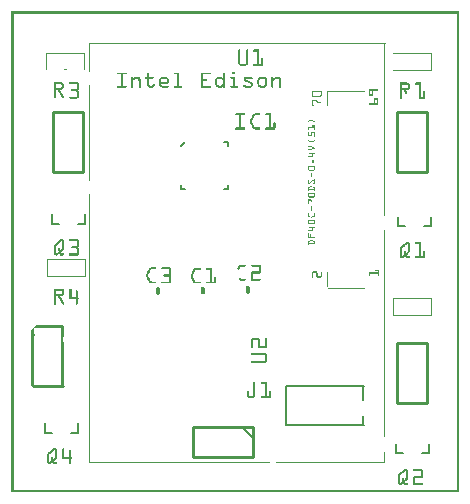
<source format=gto>
G04 MADE WITH FRITZING*
G04 WWW.FRITZING.ORG*
G04 DOUBLE SIDED*
G04 HOLES PLATED*
G04 CONTOUR ON CENTER OF CONTOUR VECTOR*
%ASAXBY*%
%FSLAX23Y23*%
%MOIN*%
%OFA0B0*%
%SFA1.0B1.0*%
%ADD10C,0.010000*%
%ADD11C,0.005000*%
%ADD12C,0.008000*%
%ADD13C,0.001764*%
%ADD14R,0.001000X0.001000*%
%LNSILK1*%
G90*
G70*
G54D10*
X1284Y1266D02*
X1284Y1066D01*
D02*
X1284Y1066D02*
X1384Y1066D01*
D02*
X1384Y1066D02*
X1384Y1266D01*
D02*
X1384Y1266D02*
X1284Y1266D01*
D02*
X1286Y498D02*
X1286Y298D01*
D02*
X1286Y298D02*
X1386Y298D01*
D02*
X1386Y298D02*
X1386Y498D01*
D02*
X1386Y498D02*
X1286Y498D01*
D02*
X140Y1268D02*
X140Y1068D01*
D02*
X140Y1068D02*
X240Y1068D01*
D02*
X240Y1068D02*
X240Y1268D01*
D02*
X240Y1268D02*
X140Y1268D01*
D02*
X72Y353D02*
X172Y353D01*
D02*
X804Y217D02*
X604Y217D01*
D02*
X604Y217D02*
X604Y117D01*
D02*
X604Y117D02*
X804Y117D01*
D02*
X804Y117D02*
X804Y217D01*
G54D11*
D02*
X769Y217D02*
X804Y182D01*
G54D12*
D02*
X199Y198D02*
X222Y198D01*
D02*
X222Y198D02*
X222Y230D01*
D02*
X136Y198D02*
X112Y198D01*
D02*
X112Y198D02*
X112Y230D01*
D02*
X222Y894D02*
X245Y894D01*
D02*
X245Y894D02*
X245Y926D01*
D02*
X159Y894D02*
X135Y894D01*
D02*
X135Y894D02*
X135Y926D01*
D02*
X1368Y129D02*
X1392Y129D01*
D02*
X1392Y129D02*
X1392Y160D01*
D02*
X1305Y129D02*
X1282Y129D01*
D02*
X1282Y129D02*
X1282Y160D01*
D02*
X1375Y886D02*
X1399Y886D01*
D02*
X1399Y886D02*
X1399Y917D01*
D02*
X1312Y886D02*
X1288Y886D01*
D02*
X1288Y886D02*
X1288Y917D01*
D02*
X709Y1009D02*
X723Y1009D01*
D02*
X723Y1023D02*
X723Y1009D01*
D02*
X579Y1009D02*
X565Y1009D01*
D02*
X565Y1009D02*
X565Y1023D01*
D02*
X723Y1153D02*
X723Y1167D01*
D02*
X723Y1167D02*
X709Y1167D01*
D02*
X579Y1167D02*
X565Y1153D01*
D02*
X1174Y224D02*
X916Y224D01*
D02*
X916Y224D02*
X916Y354D01*
D02*
X916Y354D02*
X1174Y354D01*
G54D13*
D02*
X1056Y1336D02*
X1174Y1336D01*
D02*
X1174Y682D02*
X1056Y682D01*
D02*
X1245Y1496D02*
X260Y1496D01*
G54D14*
X0Y1602D02*
X1492Y1602D01*
X0Y1601D02*
X1492Y1601D01*
X0Y1600D02*
X1492Y1600D01*
X0Y1599D02*
X1492Y1599D01*
X0Y1598D02*
X1492Y1598D01*
X0Y1597D02*
X1492Y1597D01*
X0Y1596D02*
X1492Y1596D01*
X0Y1595D02*
X1492Y1595D01*
X0Y1594D02*
X7Y1594D01*
X1485Y1594D02*
X1492Y1594D01*
X0Y1593D02*
X7Y1593D01*
X1485Y1593D02*
X1492Y1593D01*
X0Y1592D02*
X7Y1592D01*
X1485Y1592D02*
X1492Y1592D01*
X0Y1591D02*
X7Y1591D01*
X1485Y1591D02*
X1492Y1591D01*
X0Y1590D02*
X7Y1590D01*
X1485Y1590D02*
X1492Y1590D01*
X0Y1589D02*
X7Y1589D01*
X1485Y1589D02*
X1492Y1589D01*
X0Y1588D02*
X7Y1588D01*
X1485Y1588D02*
X1492Y1588D01*
X0Y1587D02*
X7Y1587D01*
X1485Y1587D02*
X1492Y1587D01*
X0Y1586D02*
X7Y1586D01*
X1485Y1586D02*
X1492Y1586D01*
X0Y1585D02*
X7Y1585D01*
X1485Y1585D02*
X1492Y1585D01*
X0Y1584D02*
X7Y1584D01*
X1485Y1584D02*
X1492Y1584D01*
X0Y1583D02*
X7Y1583D01*
X1485Y1583D02*
X1492Y1583D01*
X0Y1582D02*
X7Y1582D01*
X1485Y1582D02*
X1492Y1582D01*
X0Y1581D02*
X7Y1581D01*
X1485Y1581D02*
X1492Y1581D01*
X0Y1580D02*
X7Y1580D01*
X1485Y1580D02*
X1492Y1580D01*
X0Y1579D02*
X7Y1579D01*
X1485Y1579D02*
X1492Y1579D01*
X0Y1578D02*
X7Y1578D01*
X1485Y1578D02*
X1492Y1578D01*
X0Y1577D02*
X7Y1577D01*
X1485Y1577D02*
X1492Y1577D01*
X0Y1576D02*
X7Y1576D01*
X1485Y1576D02*
X1492Y1576D01*
X0Y1575D02*
X7Y1575D01*
X1485Y1575D02*
X1492Y1575D01*
X0Y1574D02*
X7Y1574D01*
X1485Y1574D02*
X1492Y1574D01*
X0Y1573D02*
X7Y1573D01*
X1485Y1573D02*
X1492Y1573D01*
X0Y1572D02*
X7Y1572D01*
X1485Y1572D02*
X1492Y1572D01*
X0Y1571D02*
X7Y1571D01*
X1485Y1571D02*
X1492Y1571D01*
X0Y1570D02*
X7Y1570D01*
X1485Y1570D02*
X1492Y1570D01*
X0Y1569D02*
X7Y1569D01*
X1485Y1569D02*
X1492Y1569D01*
X0Y1568D02*
X7Y1568D01*
X1485Y1568D02*
X1492Y1568D01*
X0Y1567D02*
X7Y1567D01*
X1485Y1567D02*
X1492Y1567D01*
X0Y1566D02*
X7Y1566D01*
X1485Y1566D02*
X1492Y1566D01*
X0Y1565D02*
X7Y1565D01*
X1485Y1565D02*
X1492Y1565D01*
X0Y1564D02*
X7Y1564D01*
X1485Y1564D02*
X1492Y1564D01*
X0Y1563D02*
X7Y1563D01*
X1485Y1563D02*
X1492Y1563D01*
X0Y1562D02*
X7Y1562D01*
X1485Y1562D02*
X1492Y1562D01*
X0Y1561D02*
X7Y1561D01*
X1485Y1561D02*
X1492Y1561D01*
X0Y1560D02*
X7Y1560D01*
X1485Y1560D02*
X1492Y1560D01*
X0Y1559D02*
X7Y1559D01*
X1485Y1559D02*
X1492Y1559D01*
X0Y1558D02*
X7Y1558D01*
X1485Y1558D02*
X1492Y1558D01*
X0Y1557D02*
X7Y1557D01*
X1485Y1557D02*
X1492Y1557D01*
X0Y1556D02*
X7Y1556D01*
X1485Y1556D02*
X1492Y1556D01*
X0Y1555D02*
X7Y1555D01*
X1485Y1555D02*
X1492Y1555D01*
X0Y1554D02*
X7Y1554D01*
X1485Y1554D02*
X1492Y1554D01*
X0Y1553D02*
X7Y1553D01*
X1485Y1553D02*
X1492Y1553D01*
X0Y1552D02*
X7Y1552D01*
X1485Y1552D02*
X1492Y1552D01*
X0Y1551D02*
X7Y1551D01*
X1485Y1551D02*
X1492Y1551D01*
X0Y1550D02*
X7Y1550D01*
X1485Y1550D02*
X1492Y1550D01*
X0Y1549D02*
X7Y1549D01*
X1485Y1549D02*
X1492Y1549D01*
X0Y1548D02*
X7Y1548D01*
X1485Y1548D02*
X1492Y1548D01*
X0Y1547D02*
X7Y1547D01*
X1485Y1547D02*
X1492Y1547D01*
X0Y1546D02*
X7Y1546D01*
X1485Y1546D02*
X1492Y1546D01*
X0Y1545D02*
X7Y1545D01*
X1485Y1545D02*
X1492Y1545D01*
X0Y1544D02*
X7Y1544D01*
X1485Y1544D02*
X1492Y1544D01*
X0Y1543D02*
X7Y1543D01*
X1485Y1543D02*
X1492Y1543D01*
X0Y1542D02*
X7Y1542D01*
X1485Y1542D02*
X1492Y1542D01*
X0Y1541D02*
X7Y1541D01*
X1485Y1541D02*
X1492Y1541D01*
X0Y1540D02*
X7Y1540D01*
X1485Y1540D02*
X1492Y1540D01*
X0Y1539D02*
X7Y1539D01*
X1485Y1539D02*
X1492Y1539D01*
X0Y1538D02*
X7Y1538D01*
X1485Y1538D02*
X1492Y1538D01*
X0Y1537D02*
X7Y1537D01*
X1485Y1537D02*
X1492Y1537D01*
X0Y1536D02*
X7Y1536D01*
X1485Y1536D02*
X1492Y1536D01*
X0Y1535D02*
X7Y1535D01*
X1485Y1535D02*
X1492Y1535D01*
X0Y1534D02*
X7Y1534D01*
X1485Y1534D02*
X1492Y1534D01*
X0Y1533D02*
X7Y1533D01*
X1485Y1533D02*
X1492Y1533D01*
X0Y1532D02*
X7Y1532D01*
X1485Y1532D02*
X1492Y1532D01*
X0Y1531D02*
X7Y1531D01*
X1485Y1531D02*
X1492Y1531D01*
X0Y1530D02*
X7Y1530D01*
X1485Y1530D02*
X1492Y1530D01*
X0Y1529D02*
X7Y1529D01*
X1485Y1529D02*
X1492Y1529D01*
X0Y1528D02*
X7Y1528D01*
X1485Y1528D02*
X1492Y1528D01*
X0Y1527D02*
X7Y1527D01*
X1485Y1527D02*
X1492Y1527D01*
X0Y1526D02*
X7Y1526D01*
X1485Y1526D02*
X1492Y1526D01*
X0Y1525D02*
X7Y1525D01*
X1485Y1525D02*
X1492Y1525D01*
X0Y1524D02*
X7Y1524D01*
X1485Y1524D02*
X1492Y1524D01*
X0Y1523D02*
X7Y1523D01*
X1485Y1523D02*
X1492Y1523D01*
X0Y1522D02*
X7Y1522D01*
X1485Y1522D02*
X1492Y1522D01*
X0Y1521D02*
X7Y1521D01*
X1485Y1521D02*
X1492Y1521D01*
X0Y1520D02*
X7Y1520D01*
X1485Y1520D02*
X1492Y1520D01*
X0Y1519D02*
X7Y1519D01*
X1485Y1519D02*
X1492Y1519D01*
X0Y1518D02*
X7Y1518D01*
X1485Y1518D02*
X1492Y1518D01*
X0Y1517D02*
X7Y1517D01*
X1485Y1517D02*
X1492Y1517D01*
X0Y1516D02*
X7Y1516D01*
X1485Y1516D02*
X1492Y1516D01*
X0Y1515D02*
X7Y1515D01*
X1485Y1515D02*
X1492Y1515D01*
X0Y1514D02*
X7Y1514D01*
X1485Y1514D02*
X1492Y1514D01*
X0Y1513D02*
X7Y1513D01*
X1485Y1513D02*
X1492Y1513D01*
X0Y1512D02*
X7Y1512D01*
X1485Y1512D02*
X1492Y1512D01*
X0Y1511D02*
X7Y1511D01*
X1485Y1511D02*
X1492Y1511D01*
X0Y1510D02*
X7Y1510D01*
X1485Y1510D02*
X1492Y1510D01*
X0Y1509D02*
X7Y1509D01*
X1485Y1509D02*
X1492Y1509D01*
X0Y1508D02*
X7Y1508D01*
X1485Y1508D02*
X1492Y1508D01*
X0Y1507D02*
X7Y1507D01*
X1485Y1507D02*
X1492Y1507D01*
X0Y1506D02*
X7Y1506D01*
X1485Y1506D02*
X1492Y1506D01*
X0Y1505D02*
X7Y1505D01*
X1485Y1505D02*
X1492Y1505D01*
X0Y1504D02*
X7Y1504D01*
X1485Y1504D02*
X1492Y1504D01*
X0Y1503D02*
X7Y1503D01*
X1485Y1503D02*
X1492Y1503D01*
X0Y1502D02*
X7Y1502D01*
X1485Y1502D02*
X1492Y1502D01*
X0Y1501D02*
X7Y1501D01*
X1485Y1501D02*
X1492Y1501D01*
X0Y1500D02*
X7Y1500D01*
X1485Y1500D02*
X1492Y1500D01*
X0Y1499D02*
X7Y1499D01*
X1485Y1499D02*
X1492Y1499D01*
X0Y1498D02*
X7Y1498D01*
X1485Y1498D02*
X1492Y1498D01*
X0Y1497D02*
X7Y1497D01*
X260Y1497D02*
X260Y1497D01*
X1244Y1497D02*
X1244Y1497D01*
X1485Y1497D02*
X1492Y1497D01*
X0Y1496D02*
X7Y1496D01*
X259Y1496D02*
X260Y1496D01*
X1243Y1496D02*
X1244Y1496D01*
X1485Y1496D02*
X1492Y1496D01*
X0Y1495D02*
X7Y1495D01*
X259Y1495D02*
X260Y1495D01*
X1243Y1495D02*
X1244Y1495D01*
X1485Y1495D02*
X1492Y1495D01*
X0Y1494D02*
X7Y1494D01*
X259Y1494D02*
X260Y1494D01*
X1243Y1494D02*
X1244Y1494D01*
X1485Y1494D02*
X1492Y1494D01*
X0Y1493D02*
X7Y1493D01*
X259Y1493D02*
X260Y1493D01*
X1243Y1493D02*
X1244Y1493D01*
X1485Y1493D02*
X1492Y1493D01*
X0Y1492D02*
X7Y1492D01*
X259Y1492D02*
X260Y1492D01*
X1243Y1492D02*
X1244Y1492D01*
X1485Y1492D02*
X1492Y1492D01*
X0Y1491D02*
X7Y1491D01*
X259Y1491D02*
X260Y1491D01*
X1243Y1491D02*
X1244Y1491D01*
X1485Y1491D02*
X1492Y1491D01*
X0Y1490D02*
X7Y1490D01*
X259Y1490D02*
X260Y1490D01*
X1243Y1490D02*
X1244Y1490D01*
X1485Y1490D02*
X1492Y1490D01*
X0Y1489D02*
X7Y1489D01*
X259Y1489D02*
X260Y1489D01*
X1243Y1489D02*
X1244Y1489D01*
X1485Y1489D02*
X1492Y1489D01*
X0Y1488D02*
X7Y1488D01*
X259Y1488D02*
X260Y1488D01*
X1243Y1488D02*
X1244Y1488D01*
X1485Y1488D02*
X1492Y1488D01*
X0Y1487D02*
X7Y1487D01*
X259Y1487D02*
X260Y1487D01*
X1243Y1487D02*
X1244Y1487D01*
X1485Y1487D02*
X1492Y1487D01*
X0Y1486D02*
X7Y1486D01*
X259Y1486D02*
X260Y1486D01*
X1243Y1486D02*
X1244Y1486D01*
X1485Y1486D02*
X1492Y1486D01*
X0Y1485D02*
X7Y1485D01*
X259Y1485D02*
X260Y1485D01*
X1243Y1485D02*
X1244Y1485D01*
X1485Y1485D02*
X1492Y1485D01*
X0Y1484D02*
X7Y1484D01*
X259Y1484D02*
X260Y1484D01*
X1243Y1484D02*
X1244Y1484D01*
X1485Y1484D02*
X1492Y1484D01*
X0Y1483D02*
X7Y1483D01*
X259Y1483D02*
X260Y1483D01*
X1243Y1483D02*
X1244Y1483D01*
X1485Y1483D02*
X1492Y1483D01*
X0Y1482D02*
X7Y1482D01*
X259Y1482D02*
X260Y1482D01*
X1243Y1482D02*
X1244Y1482D01*
X1485Y1482D02*
X1492Y1482D01*
X0Y1481D02*
X7Y1481D01*
X259Y1481D02*
X260Y1481D01*
X1243Y1481D02*
X1244Y1481D01*
X1485Y1481D02*
X1492Y1481D01*
X0Y1480D02*
X7Y1480D01*
X259Y1480D02*
X260Y1480D01*
X1243Y1480D02*
X1244Y1480D01*
X1485Y1480D02*
X1492Y1480D01*
X0Y1479D02*
X7Y1479D01*
X259Y1479D02*
X260Y1479D01*
X1243Y1479D02*
X1244Y1479D01*
X1485Y1479D02*
X1492Y1479D01*
X0Y1478D02*
X7Y1478D01*
X259Y1478D02*
X260Y1478D01*
X1243Y1478D02*
X1244Y1478D01*
X1485Y1478D02*
X1492Y1478D01*
X0Y1477D02*
X7Y1477D01*
X259Y1477D02*
X260Y1477D01*
X1243Y1477D02*
X1244Y1477D01*
X1485Y1477D02*
X1492Y1477D01*
X0Y1476D02*
X7Y1476D01*
X259Y1476D02*
X260Y1476D01*
X1243Y1476D02*
X1244Y1476D01*
X1485Y1476D02*
X1492Y1476D01*
X0Y1475D02*
X7Y1475D01*
X259Y1475D02*
X260Y1475D01*
X758Y1475D02*
X760Y1475D01*
X785Y1475D02*
X787Y1475D01*
X808Y1475D02*
X825Y1475D01*
X1243Y1475D02*
X1244Y1475D01*
X1485Y1475D02*
X1492Y1475D01*
X0Y1474D02*
X7Y1474D01*
X259Y1474D02*
X260Y1474D01*
X756Y1474D02*
X761Y1474D01*
X784Y1474D02*
X788Y1474D01*
X806Y1474D02*
X825Y1474D01*
X1243Y1474D02*
X1244Y1474D01*
X1485Y1474D02*
X1492Y1474D01*
X0Y1473D02*
X7Y1473D01*
X259Y1473D02*
X260Y1473D01*
X756Y1473D02*
X761Y1473D01*
X783Y1473D02*
X789Y1473D01*
X806Y1473D02*
X825Y1473D01*
X1243Y1473D02*
X1244Y1473D01*
X1485Y1473D02*
X1492Y1473D01*
X0Y1472D02*
X7Y1472D01*
X259Y1472D02*
X260Y1472D01*
X756Y1472D02*
X762Y1472D01*
X783Y1472D02*
X789Y1472D01*
X806Y1472D02*
X825Y1472D01*
X1243Y1472D02*
X1244Y1472D01*
X1485Y1472D02*
X1492Y1472D01*
X0Y1471D02*
X7Y1471D01*
X259Y1471D02*
X260Y1471D01*
X756Y1471D02*
X762Y1471D01*
X783Y1471D02*
X789Y1471D01*
X806Y1471D02*
X825Y1471D01*
X1243Y1471D02*
X1244Y1471D01*
X1485Y1471D02*
X1492Y1471D01*
X0Y1470D02*
X7Y1470D01*
X259Y1470D02*
X260Y1470D01*
X756Y1470D02*
X762Y1470D01*
X783Y1470D02*
X789Y1470D01*
X806Y1470D02*
X825Y1470D01*
X1243Y1470D02*
X1244Y1470D01*
X1485Y1470D02*
X1492Y1470D01*
X0Y1469D02*
X7Y1469D01*
X259Y1469D02*
X260Y1469D01*
X756Y1469D02*
X762Y1469D01*
X783Y1469D02*
X789Y1469D01*
X807Y1469D02*
X825Y1469D01*
X1243Y1469D02*
X1244Y1469D01*
X1485Y1469D02*
X1492Y1469D01*
X0Y1468D02*
X7Y1468D01*
X259Y1468D02*
X260Y1468D01*
X756Y1468D02*
X762Y1468D01*
X783Y1468D02*
X789Y1468D01*
X819Y1468D02*
X825Y1468D01*
X1243Y1468D02*
X1244Y1468D01*
X1485Y1468D02*
X1492Y1468D01*
X0Y1467D02*
X7Y1467D01*
X259Y1467D02*
X260Y1467D01*
X756Y1467D02*
X762Y1467D01*
X783Y1467D02*
X789Y1467D01*
X819Y1467D02*
X825Y1467D01*
X1243Y1467D02*
X1244Y1467D01*
X1485Y1467D02*
X1492Y1467D01*
X0Y1466D02*
X7Y1466D01*
X259Y1466D02*
X260Y1466D01*
X756Y1466D02*
X762Y1466D01*
X783Y1466D02*
X789Y1466D01*
X819Y1466D02*
X825Y1466D01*
X1243Y1466D02*
X1244Y1466D01*
X1485Y1466D02*
X1492Y1466D01*
X0Y1465D02*
X7Y1465D01*
X259Y1465D02*
X260Y1465D01*
X756Y1465D02*
X762Y1465D01*
X783Y1465D02*
X789Y1465D01*
X819Y1465D02*
X825Y1465D01*
X1243Y1465D02*
X1244Y1465D01*
X1485Y1465D02*
X1492Y1465D01*
X0Y1464D02*
X7Y1464D01*
X117Y1464D02*
X246Y1464D01*
X259Y1464D02*
X260Y1464D01*
X756Y1464D02*
X762Y1464D01*
X783Y1464D02*
X789Y1464D01*
X819Y1464D02*
X825Y1464D01*
X1243Y1464D02*
X1244Y1464D01*
X1485Y1464D02*
X1492Y1464D01*
X0Y1463D02*
X7Y1463D01*
X117Y1463D02*
X246Y1463D01*
X259Y1463D02*
X260Y1463D01*
X756Y1463D02*
X762Y1463D01*
X783Y1463D02*
X789Y1463D01*
X819Y1463D02*
X825Y1463D01*
X1243Y1463D02*
X1244Y1463D01*
X1271Y1463D02*
X1399Y1463D01*
X1485Y1463D02*
X1492Y1463D01*
X0Y1462D02*
X7Y1462D01*
X117Y1462D02*
X246Y1462D01*
X259Y1462D02*
X260Y1462D01*
X756Y1462D02*
X762Y1462D01*
X783Y1462D02*
X789Y1462D01*
X819Y1462D02*
X825Y1462D01*
X1243Y1462D02*
X1244Y1462D01*
X1271Y1462D02*
X1400Y1462D01*
X1485Y1462D02*
X1492Y1462D01*
X0Y1461D02*
X7Y1461D01*
X117Y1461D02*
X119Y1461D01*
X177Y1461D02*
X186Y1461D01*
X244Y1461D02*
X246Y1461D01*
X259Y1461D02*
X260Y1461D01*
X756Y1461D02*
X762Y1461D01*
X783Y1461D02*
X789Y1461D01*
X819Y1461D02*
X825Y1461D01*
X1243Y1461D02*
X1244Y1461D01*
X1271Y1461D02*
X1400Y1461D01*
X1485Y1461D02*
X1492Y1461D01*
X0Y1460D02*
X7Y1460D01*
X117Y1460D02*
X119Y1460D01*
X244Y1460D02*
X246Y1460D01*
X259Y1460D02*
X260Y1460D01*
X756Y1460D02*
X762Y1460D01*
X783Y1460D02*
X789Y1460D01*
X819Y1460D02*
X825Y1460D01*
X1243Y1460D02*
X1244Y1460D01*
X1271Y1460D02*
X1273Y1460D01*
X1331Y1460D02*
X1340Y1460D01*
X1398Y1460D02*
X1400Y1460D01*
X1485Y1460D02*
X1492Y1460D01*
X0Y1459D02*
X7Y1459D01*
X117Y1459D02*
X119Y1459D01*
X244Y1459D02*
X246Y1459D01*
X259Y1459D02*
X260Y1459D01*
X756Y1459D02*
X762Y1459D01*
X783Y1459D02*
X789Y1459D01*
X819Y1459D02*
X825Y1459D01*
X1243Y1459D02*
X1244Y1459D01*
X1271Y1459D02*
X1273Y1459D01*
X1398Y1459D02*
X1400Y1459D01*
X1485Y1459D02*
X1492Y1459D01*
X0Y1458D02*
X7Y1458D01*
X117Y1458D02*
X119Y1458D01*
X244Y1458D02*
X246Y1458D01*
X259Y1458D02*
X260Y1458D01*
X756Y1458D02*
X762Y1458D01*
X783Y1458D02*
X789Y1458D01*
X819Y1458D02*
X825Y1458D01*
X1243Y1458D02*
X1244Y1458D01*
X1271Y1458D02*
X1273Y1458D01*
X1398Y1458D02*
X1400Y1458D01*
X1485Y1458D02*
X1492Y1458D01*
X0Y1457D02*
X7Y1457D01*
X117Y1457D02*
X119Y1457D01*
X244Y1457D02*
X246Y1457D01*
X259Y1457D02*
X260Y1457D01*
X756Y1457D02*
X762Y1457D01*
X783Y1457D02*
X789Y1457D01*
X819Y1457D02*
X825Y1457D01*
X1243Y1457D02*
X1244Y1457D01*
X1271Y1457D02*
X1273Y1457D01*
X1398Y1457D02*
X1400Y1457D01*
X1485Y1457D02*
X1492Y1457D01*
X0Y1456D02*
X7Y1456D01*
X117Y1456D02*
X119Y1456D01*
X244Y1456D02*
X246Y1456D01*
X259Y1456D02*
X260Y1456D01*
X756Y1456D02*
X762Y1456D01*
X783Y1456D02*
X789Y1456D01*
X819Y1456D02*
X825Y1456D01*
X1243Y1456D02*
X1244Y1456D01*
X1271Y1456D02*
X1273Y1456D01*
X1398Y1456D02*
X1400Y1456D01*
X1485Y1456D02*
X1492Y1456D01*
X0Y1455D02*
X7Y1455D01*
X117Y1455D02*
X119Y1455D01*
X244Y1455D02*
X246Y1455D01*
X259Y1455D02*
X260Y1455D01*
X756Y1455D02*
X762Y1455D01*
X783Y1455D02*
X789Y1455D01*
X819Y1455D02*
X825Y1455D01*
X1243Y1455D02*
X1244Y1455D01*
X1271Y1455D02*
X1273Y1455D01*
X1398Y1455D02*
X1400Y1455D01*
X1485Y1455D02*
X1492Y1455D01*
X0Y1454D02*
X7Y1454D01*
X117Y1454D02*
X119Y1454D01*
X244Y1454D02*
X246Y1454D01*
X259Y1454D02*
X260Y1454D01*
X756Y1454D02*
X762Y1454D01*
X783Y1454D02*
X789Y1454D01*
X819Y1454D02*
X825Y1454D01*
X1243Y1454D02*
X1244Y1454D01*
X1271Y1454D02*
X1273Y1454D01*
X1398Y1454D02*
X1400Y1454D01*
X1485Y1454D02*
X1492Y1454D01*
X0Y1453D02*
X7Y1453D01*
X117Y1453D02*
X119Y1453D01*
X244Y1453D02*
X246Y1453D01*
X259Y1453D02*
X260Y1453D01*
X756Y1453D02*
X762Y1453D01*
X783Y1453D02*
X789Y1453D01*
X819Y1453D02*
X825Y1453D01*
X1243Y1453D02*
X1244Y1453D01*
X1271Y1453D02*
X1273Y1453D01*
X1398Y1453D02*
X1400Y1453D01*
X1485Y1453D02*
X1492Y1453D01*
X0Y1452D02*
X7Y1452D01*
X117Y1452D02*
X119Y1452D01*
X244Y1452D02*
X246Y1452D01*
X259Y1452D02*
X260Y1452D01*
X756Y1452D02*
X762Y1452D01*
X783Y1452D02*
X789Y1452D01*
X819Y1452D02*
X825Y1452D01*
X1243Y1452D02*
X1244Y1452D01*
X1271Y1452D02*
X1273Y1452D01*
X1398Y1452D02*
X1400Y1452D01*
X1485Y1452D02*
X1492Y1452D01*
X0Y1451D02*
X7Y1451D01*
X117Y1451D02*
X119Y1451D01*
X244Y1451D02*
X246Y1451D01*
X259Y1451D02*
X260Y1451D01*
X756Y1451D02*
X762Y1451D01*
X783Y1451D02*
X789Y1451D01*
X819Y1451D02*
X825Y1451D01*
X1243Y1451D02*
X1244Y1451D01*
X1271Y1451D02*
X1273Y1451D01*
X1398Y1451D02*
X1400Y1451D01*
X1485Y1451D02*
X1492Y1451D01*
X0Y1450D02*
X7Y1450D01*
X117Y1450D02*
X119Y1450D01*
X244Y1450D02*
X246Y1450D01*
X259Y1450D02*
X260Y1450D01*
X756Y1450D02*
X762Y1450D01*
X783Y1450D02*
X789Y1450D01*
X819Y1450D02*
X825Y1450D01*
X1243Y1450D02*
X1244Y1450D01*
X1271Y1450D02*
X1273Y1450D01*
X1398Y1450D02*
X1400Y1450D01*
X1485Y1450D02*
X1492Y1450D01*
X0Y1449D02*
X7Y1449D01*
X117Y1449D02*
X119Y1449D01*
X244Y1449D02*
X246Y1449D01*
X259Y1449D02*
X260Y1449D01*
X756Y1449D02*
X762Y1449D01*
X783Y1449D02*
X789Y1449D01*
X819Y1449D02*
X825Y1449D01*
X1243Y1449D02*
X1244Y1449D01*
X1271Y1449D02*
X1273Y1449D01*
X1398Y1449D02*
X1400Y1449D01*
X1485Y1449D02*
X1492Y1449D01*
X0Y1448D02*
X7Y1448D01*
X117Y1448D02*
X119Y1448D01*
X244Y1448D02*
X246Y1448D01*
X259Y1448D02*
X260Y1448D01*
X756Y1448D02*
X762Y1448D01*
X783Y1448D02*
X789Y1448D01*
X819Y1448D02*
X825Y1448D01*
X1243Y1448D02*
X1244Y1448D01*
X1271Y1448D02*
X1273Y1448D01*
X1398Y1448D02*
X1400Y1448D01*
X1485Y1448D02*
X1492Y1448D01*
X0Y1447D02*
X7Y1447D01*
X117Y1447D02*
X119Y1447D01*
X244Y1447D02*
X246Y1447D01*
X259Y1447D02*
X260Y1447D01*
X756Y1447D02*
X762Y1447D01*
X783Y1447D02*
X789Y1447D01*
X819Y1447D02*
X825Y1447D01*
X1243Y1447D02*
X1244Y1447D01*
X1271Y1447D02*
X1273Y1447D01*
X1398Y1447D02*
X1400Y1447D01*
X1485Y1447D02*
X1492Y1447D01*
X0Y1446D02*
X7Y1446D01*
X117Y1446D02*
X119Y1446D01*
X244Y1446D02*
X246Y1446D01*
X259Y1446D02*
X260Y1446D01*
X756Y1446D02*
X762Y1446D01*
X783Y1446D02*
X789Y1446D01*
X819Y1446D02*
X825Y1446D01*
X1243Y1446D02*
X1244Y1446D01*
X1271Y1446D02*
X1273Y1446D01*
X1398Y1446D02*
X1400Y1446D01*
X1485Y1446D02*
X1492Y1446D01*
X0Y1445D02*
X7Y1445D01*
X117Y1445D02*
X119Y1445D01*
X244Y1445D02*
X246Y1445D01*
X259Y1445D02*
X260Y1445D01*
X756Y1445D02*
X762Y1445D01*
X783Y1445D02*
X789Y1445D01*
X819Y1445D02*
X825Y1445D01*
X834Y1445D02*
X838Y1445D01*
X1243Y1445D02*
X1244Y1445D01*
X1271Y1445D02*
X1273Y1445D01*
X1398Y1445D02*
X1400Y1445D01*
X1485Y1445D02*
X1492Y1445D01*
X0Y1444D02*
X7Y1444D01*
X117Y1444D02*
X119Y1444D01*
X244Y1444D02*
X246Y1444D01*
X259Y1444D02*
X260Y1444D01*
X756Y1444D02*
X762Y1444D01*
X783Y1444D02*
X789Y1444D01*
X819Y1444D02*
X825Y1444D01*
X834Y1444D02*
X839Y1444D01*
X1243Y1444D02*
X1244Y1444D01*
X1271Y1444D02*
X1273Y1444D01*
X1398Y1444D02*
X1400Y1444D01*
X1485Y1444D02*
X1492Y1444D01*
X0Y1443D02*
X7Y1443D01*
X117Y1443D02*
X119Y1443D01*
X244Y1443D02*
X246Y1443D01*
X259Y1443D02*
X260Y1443D01*
X756Y1443D02*
X762Y1443D01*
X783Y1443D02*
X789Y1443D01*
X819Y1443D02*
X825Y1443D01*
X833Y1443D02*
X839Y1443D01*
X1243Y1443D02*
X1244Y1443D01*
X1271Y1443D02*
X1273Y1443D01*
X1398Y1443D02*
X1400Y1443D01*
X1485Y1443D02*
X1492Y1443D01*
X0Y1442D02*
X7Y1442D01*
X117Y1442D02*
X119Y1442D01*
X244Y1442D02*
X246Y1442D01*
X259Y1442D02*
X260Y1442D01*
X756Y1442D02*
X762Y1442D01*
X783Y1442D02*
X789Y1442D01*
X819Y1442D02*
X825Y1442D01*
X833Y1442D02*
X839Y1442D01*
X1243Y1442D02*
X1244Y1442D01*
X1271Y1442D02*
X1273Y1442D01*
X1398Y1442D02*
X1400Y1442D01*
X1485Y1442D02*
X1492Y1442D01*
X0Y1441D02*
X7Y1441D01*
X117Y1441D02*
X119Y1441D01*
X244Y1441D02*
X246Y1441D01*
X259Y1441D02*
X260Y1441D01*
X756Y1441D02*
X762Y1441D01*
X783Y1441D02*
X789Y1441D01*
X819Y1441D02*
X825Y1441D01*
X833Y1441D02*
X839Y1441D01*
X1243Y1441D02*
X1244Y1441D01*
X1271Y1441D02*
X1273Y1441D01*
X1398Y1441D02*
X1400Y1441D01*
X1485Y1441D02*
X1492Y1441D01*
X0Y1440D02*
X7Y1440D01*
X117Y1440D02*
X119Y1440D01*
X244Y1440D02*
X246Y1440D01*
X259Y1440D02*
X260Y1440D01*
X756Y1440D02*
X762Y1440D01*
X783Y1440D02*
X789Y1440D01*
X819Y1440D02*
X825Y1440D01*
X833Y1440D02*
X839Y1440D01*
X1243Y1440D02*
X1244Y1440D01*
X1271Y1440D02*
X1273Y1440D01*
X1398Y1440D02*
X1400Y1440D01*
X1485Y1440D02*
X1492Y1440D01*
X0Y1439D02*
X7Y1439D01*
X117Y1439D02*
X119Y1439D01*
X244Y1439D02*
X246Y1439D01*
X259Y1439D02*
X260Y1439D01*
X756Y1439D02*
X762Y1439D01*
X783Y1439D02*
X789Y1439D01*
X819Y1439D02*
X825Y1439D01*
X833Y1439D02*
X839Y1439D01*
X1243Y1439D02*
X1244Y1439D01*
X1271Y1439D02*
X1273Y1439D01*
X1398Y1439D02*
X1400Y1439D01*
X1485Y1439D02*
X1492Y1439D01*
X0Y1438D02*
X7Y1438D01*
X117Y1438D02*
X119Y1438D01*
X244Y1438D02*
X246Y1438D01*
X259Y1438D02*
X260Y1438D01*
X756Y1438D02*
X762Y1438D01*
X783Y1438D02*
X789Y1438D01*
X819Y1438D02*
X825Y1438D01*
X833Y1438D02*
X839Y1438D01*
X1243Y1438D02*
X1244Y1438D01*
X1271Y1438D02*
X1273Y1438D01*
X1398Y1438D02*
X1400Y1438D01*
X1485Y1438D02*
X1492Y1438D01*
X0Y1437D02*
X7Y1437D01*
X117Y1437D02*
X119Y1437D01*
X244Y1437D02*
X246Y1437D01*
X259Y1437D02*
X260Y1437D01*
X756Y1437D02*
X762Y1437D01*
X783Y1437D02*
X789Y1437D01*
X819Y1437D02*
X825Y1437D01*
X833Y1437D02*
X839Y1437D01*
X1243Y1437D02*
X1244Y1437D01*
X1271Y1437D02*
X1273Y1437D01*
X1398Y1437D02*
X1400Y1437D01*
X1485Y1437D02*
X1492Y1437D01*
X0Y1436D02*
X7Y1436D01*
X117Y1436D02*
X119Y1436D01*
X244Y1436D02*
X246Y1436D01*
X259Y1436D02*
X260Y1436D01*
X756Y1436D02*
X762Y1436D01*
X783Y1436D02*
X789Y1436D01*
X819Y1436D02*
X825Y1436D01*
X833Y1436D02*
X839Y1436D01*
X1243Y1436D02*
X1244Y1436D01*
X1271Y1436D02*
X1273Y1436D01*
X1398Y1436D02*
X1400Y1436D01*
X1485Y1436D02*
X1492Y1436D01*
X0Y1435D02*
X7Y1435D01*
X117Y1435D02*
X119Y1435D01*
X244Y1435D02*
X246Y1435D01*
X259Y1435D02*
X260Y1435D01*
X756Y1435D02*
X762Y1435D01*
X783Y1435D02*
X789Y1435D01*
X819Y1435D02*
X825Y1435D01*
X833Y1435D02*
X839Y1435D01*
X1243Y1435D02*
X1244Y1435D01*
X1271Y1435D02*
X1273Y1435D01*
X1398Y1435D02*
X1400Y1435D01*
X1485Y1435D02*
X1492Y1435D01*
X0Y1434D02*
X7Y1434D01*
X117Y1434D02*
X119Y1434D01*
X244Y1434D02*
X246Y1434D01*
X259Y1434D02*
X260Y1434D01*
X756Y1434D02*
X762Y1434D01*
X783Y1434D02*
X789Y1434D01*
X819Y1434D02*
X825Y1434D01*
X833Y1434D02*
X839Y1434D01*
X1243Y1434D02*
X1244Y1434D01*
X1271Y1434D02*
X1273Y1434D01*
X1398Y1434D02*
X1400Y1434D01*
X1485Y1434D02*
X1492Y1434D01*
X0Y1433D02*
X7Y1433D01*
X117Y1433D02*
X119Y1433D01*
X244Y1433D02*
X246Y1433D01*
X259Y1433D02*
X260Y1433D01*
X756Y1433D02*
X762Y1433D01*
X783Y1433D02*
X789Y1433D01*
X819Y1433D02*
X825Y1433D01*
X833Y1433D02*
X839Y1433D01*
X1243Y1433D02*
X1244Y1433D01*
X1271Y1433D02*
X1273Y1433D01*
X1398Y1433D02*
X1400Y1433D01*
X1485Y1433D02*
X1492Y1433D01*
X0Y1432D02*
X7Y1432D01*
X117Y1432D02*
X119Y1432D01*
X244Y1432D02*
X246Y1432D01*
X259Y1432D02*
X260Y1432D01*
X756Y1432D02*
X762Y1432D01*
X783Y1432D02*
X789Y1432D01*
X819Y1432D02*
X825Y1432D01*
X833Y1432D02*
X839Y1432D01*
X1243Y1432D02*
X1244Y1432D01*
X1271Y1432D02*
X1273Y1432D01*
X1398Y1432D02*
X1400Y1432D01*
X1485Y1432D02*
X1492Y1432D01*
X0Y1431D02*
X7Y1431D01*
X117Y1431D02*
X119Y1431D01*
X244Y1431D02*
X246Y1431D01*
X259Y1431D02*
X260Y1431D01*
X756Y1431D02*
X762Y1431D01*
X783Y1431D02*
X789Y1431D01*
X819Y1431D02*
X825Y1431D01*
X833Y1431D02*
X839Y1431D01*
X1243Y1431D02*
X1244Y1431D01*
X1271Y1431D02*
X1273Y1431D01*
X1398Y1431D02*
X1400Y1431D01*
X1485Y1431D02*
X1492Y1431D01*
X0Y1430D02*
X7Y1430D01*
X117Y1430D02*
X119Y1430D01*
X244Y1430D02*
X246Y1430D01*
X259Y1430D02*
X260Y1430D01*
X756Y1430D02*
X762Y1430D01*
X783Y1430D02*
X789Y1430D01*
X819Y1430D02*
X825Y1430D01*
X833Y1430D02*
X839Y1430D01*
X1243Y1430D02*
X1244Y1430D01*
X1271Y1430D02*
X1273Y1430D01*
X1398Y1430D02*
X1400Y1430D01*
X1485Y1430D02*
X1492Y1430D01*
X0Y1429D02*
X7Y1429D01*
X117Y1429D02*
X119Y1429D01*
X244Y1429D02*
X246Y1429D01*
X259Y1429D02*
X260Y1429D01*
X756Y1429D02*
X763Y1429D01*
X782Y1429D02*
X789Y1429D01*
X819Y1429D02*
X825Y1429D01*
X833Y1429D02*
X839Y1429D01*
X1243Y1429D02*
X1244Y1429D01*
X1271Y1429D02*
X1273Y1429D01*
X1398Y1429D02*
X1400Y1429D01*
X1485Y1429D02*
X1492Y1429D01*
X0Y1428D02*
X7Y1428D01*
X117Y1428D02*
X119Y1428D01*
X244Y1428D02*
X246Y1428D01*
X259Y1428D02*
X260Y1428D01*
X756Y1428D02*
X789Y1428D01*
X808Y1428D02*
X839Y1428D01*
X1243Y1428D02*
X1244Y1428D01*
X1271Y1428D02*
X1273Y1428D01*
X1398Y1428D02*
X1400Y1428D01*
X1485Y1428D02*
X1492Y1428D01*
X0Y1427D02*
X7Y1427D01*
X117Y1427D02*
X119Y1427D01*
X244Y1427D02*
X246Y1427D01*
X259Y1427D02*
X260Y1427D01*
X757Y1427D02*
X788Y1427D01*
X807Y1427D02*
X839Y1427D01*
X1243Y1427D02*
X1244Y1427D01*
X1271Y1427D02*
X1273Y1427D01*
X1398Y1427D02*
X1400Y1427D01*
X1485Y1427D02*
X1492Y1427D01*
X0Y1426D02*
X7Y1426D01*
X117Y1426D02*
X119Y1426D01*
X244Y1426D02*
X246Y1426D01*
X259Y1426D02*
X260Y1426D01*
X757Y1426D02*
X787Y1426D01*
X806Y1426D02*
X839Y1426D01*
X1243Y1426D02*
X1244Y1426D01*
X1271Y1426D02*
X1273Y1426D01*
X1398Y1426D02*
X1400Y1426D01*
X1485Y1426D02*
X1492Y1426D01*
X0Y1425D02*
X7Y1425D01*
X117Y1425D02*
X119Y1425D01*
X244Y1425D02*
X246Y1425D01*
X259Y1425D02*
X260Y1425D01*
X758Y1425D02*
X787Y1425D01*
X806Y1425D02*
X839Y1425D01*
X1243Y1425D02*
X1244Y1425D01*
X1271Y1425D02*
X1273Y1425D01*
X1398Y1425D02*
X1400Y1425D01*
X1485Y1425D02*
X1492Y1425D01*
X0Y1424D02*
X7Y1424D01*
X117Y1424D02*
X119Y1424D01*
X244Y1424D02*
X246Y1424D01*
X259Y1424D02*
X260Y1424D01*
X759Y1424D02*
X786Y1424D01*
X806Y1424D02*
X839Y1424D01*
X1243Y1424D02*
X1244Y1424D01*
X1271Y1424D02*
X1273Y1424D01*
X1398Y1424D02*
X1400Y1424D01*
X1485Y1424D02*
X1492Y1424D01*
X0Y1423D02*
X7Y1423D01*
X117Y1423D02*
X119Y1423D01*
X244Y1423D02*
X246Y1423D01*
X259Y1423D02*
X260Y1423D01*
X760Y1423D02*
X784Y1423D01*
X806Y1423D02*
X839Y1423D01*
X1243Y1423D02*
X1244Y1423D01*
X1271Y1423D02*
X1273Y1423D01*
X1398Y1423D02*
X1400Y1423D01*
X1485Y1423D02*
X1492Y1423D01*
X0Y1422D02*
X7Y1422D01*
X117Y1422D02*
X119Y1422D01*
X244Y1422D02*
X246Y1422D01*
X259Y1422D02*
X260Y1422D01*
X762Y1422D02*
X783Y1422D01*
X807Y1422D02*
X838Y1422D01*
X1243Y1422D02*
X1244Y1422D01*
X1271Y1422D02*
X1273Y1422D01*
X1398Y1422D02*
X1400Y1422D01*
X1485Y1422D02*
X1492Y1422D01*
X0Y1421D02*
X7Y1421D01*
X117Y1421D02*
X119Y1421D01*
X244Y1421D02*
X246Y1421D01*
X259Y1421D02*
X260Y1421D01*
X1243Y1421D02*
X1244Y1421D01*
X1271Y1421D02*
X1273Y1421D01*
X1398Y1421D02*
X1400Y1421D01*
X1485Y1421D02*
X1492Y1421D01*
X0Y1420D02*
X7Y1420D01*
X117Y1420D02*
X119Y1420D01*
X244Y1420D02*
X246Y1420D01*
X259Y1420D02*
X260Y1420D01*
X1243Y1420D02*
X1244Y1420D01*
X1271Y1420D02*
X1273Y1420D01*
X1398Y1420D02*
X1400Y1420D01*
X1485Y1420D02*
X1492Y1420D01*
X0Y1419D02*
X7Y1419D01*
X117Y1419D02*
X119Y1419D01*
X244Y1419D02*
X246Y1419D01*
X259Y1419D02*
X260Y1419D01*
X1243Y1419D02*
X1244Y1419D01*
X1271Y1419D02*
X1273Y1419D01*
X1398Y1419D02*
X1400Y1419D01*
X1485Y1419D02*
X1492Y1419D01*
X0Y1418D02*
X7Y1418D01*
X117Y1418D02*
X119Y1418D01*
X244Y1418D02*
X246Y1418D01*
X259Y1418D02*
X260Y1418D01*
X1243Y1418D02*
X1244Y1418D01*
X1271Y1418D02*
X1273Y1418D01*
X1398Y1418D02*
X1400Y1418D01*
X1485Y1418D02*
X1492Y1418D01*
X0Y1417D02*
X7Y1417D01*
X117Y1417D02*
X119Y1417D01*
X244Y1417D02*
X246Y1417D01*
X259Y1417D02*
X260Y1417D01*
X1243Y1417D02*
X1244Y1417D01*
X1271Y1417D02*
X1273Y1417D01*
X1398Y1417D02*
X1400Y1417D01*
X1485Y1417D02*
X1492Y1417D01*
X0Y1416D02*
X7Y1416D01*
X117Y1416D02*
X119Y1416D01*
X244Y1416D02*
X246Y1416D01*
X259Y1416D02*
X260Y1416D01*
X1243Y1416D02*
X1244Y1416D01*
X1271Y1416D02*
X1273Y1416D01*
X1398Y1416D02*
X1400Y1416D01*
X1485Y1416D02*
X1492Y1416D01*
X0Y1415D02*
X7Y1415D01*
X117Y1415D02*
X119Y1415D01*
X244Y1415D02*
X246Y1415D01*
X259Y1415D02*
X260Y1415D01*
X1243Y1415D02*
X1244Y1415D01*
X1271Y1415D02*
X1273Y1415D01*
X1398Y1415D02*
X1400Y1415D01*
X1485Y1415D02*
X1492Y1415D01*
X0Y1414D02*
X7Y1414D01*
X117Y1414D02*
X119Y1414D01*
X244Y1414D02*
X246Y1414D01*
X259Y1414D02*
X260Y1414D01*
X1243Y1414D02*
X1244Y1414D01*
X1271Y1414D02*
X1273Y1414D01*
X1398Y1414D02*
X1400Y1414D01*
X1485Y1414D02*
X1492Y1414D01*
X0Y1413D02*
X7Y1413D01*
X117Y1413D02*
X119Y1413D01*
X244Y1413D02*
X246Y1413D01*
X259Y1413D02*
X260Y1413D01*
X1243Y1413D02*
X1244Y1413D01*
X1271Y1413D02*
X1273Y1413D01*
X1398Y1413D02*
X1400Y1413D01*
X1485Y1413D02*
X1492Y1413D01*
X0Y1412D02*
X7Y1412D01*
X117Y1412D02*
X119Y1412D01*
X244Y1412D02*
X246Y1412D01*
X259Y1412D02*
X260Y1412D01*
X1243Y1412D02*
X1244Y1412D01*
X1271Y1412D02*
X1273Y1412D01*
X1398Y1412D02*
X1400Y1412D01*
X1485Y1412D02*
X1492Y1412D01*
X0Y1411D02*
X7Y1411D01*
X117Y1411D02*
X119Y1411D01*
X244Y1411D02*
X246Y1411D01*
X259Y1411D02*
X260Y1411D01*
X1243Y1411D02*
X1244Y1411D01*
X1271Y1411D02*
X1273Y1411D01*
X1398Y1411D02*
X1400Y1411D01*
X1485Y1411D02*
X1492Y1411D01*
X0Y1410D02*
X7Y1410D01*
X117Y1410D02*
X119Y1410D01*
X244Y1410D02*
X246Y1410D01*
X259Y1410D02*
X260Y1410D01*
X1243Y1410D02*
X1244Y1410D01*
X1271Y1410D02*
X1273Y1410D01*
X1398Y1410D02*
X1400Y1410D01*
X1485Y1410D02*
X1492Y1410D01*
X0Y1409D02*
X7Y1409D01*
X117Y1409D02*
X119Y1409D01*
X177Y1409D02*
X186Y1409D01*
X244Y1409D02*
X246Y1409D01*
X259Y1409D02*
X260Y1409D01*
X1243Y1409D02*
X1244Y1409D01*
X1271Y1409D02*
X1273Y1409D01*
X1398Y1409D02*
X1400Y1409D01*
X1485Y1409D02*
X1492Y1409D01*
X0Y1408D02*
X7Y1408D01*
X117Y1408D02*
X246Y1408D01*
X259Y1408D02*
X260Y1408D01*
X1243Y1408D02*
X1244Y1408D01*
X1271Y1408D02*
X1273Y1408D01*
X1331Y1408D02*
X1340Y1408D01*
X1398Y1408D02*
X1400Y1408D01*
X1485Y1408D02*
X1492Y1408D01*
X0Y1407D02*
X7Y1407D01*
X117Y1407D02*
X246Y1407D01*
X259Y1407D02*
X260Y1407D01*
X1243Y1407D02*
X1244Y1407D01*
X1271Y1407D02*
X1273Y1407D01*
X1330Y1407D02*
X1340Y1407D01*
X1397Y1407D02*
X1400Y1407D01*
X1485Y1407D02*
X1492Y1407D01*
X0Y1406D02*
X7Y1406D01*
X117Y1406D02*
X246Y1406D01*
X259Y1406D02*
X260Y1406D01*
X1243Y1406D02*
X1244Y1406D01*
X1271Y1406D02*
X1400Y1406D01*
X1485Y1406D02*
X1492Y1406D01*
X0Y1405D02*
X7Y1405D01*
X259Y1405D02*
X260Y1405D01*
X1243Y1405D02*
X1244Y1405D01*
X1271Y1405D02*
X1400Y1405D01*
X1485Y1405D02*
X1492Y1405D01*
X0Y1404D02*
X7Y1404D01*
X259Y1404D02*
X260Y1404D01*
X1243Y1404D02*
X1244Y1404D01*
X1485Y1404D02*
X1492Y1404D01*
X0Y1403D02*
X7Y1403D01*
X259Y1403D02*
X260Y1403D01*
X1243Y1403D02*
X1244Y1403D01*
X1485Y1403D02*
X1492Y1403D01*
X0Y1402D02*
X7Y1402D01*
X259Y1402D02*
X260Y1402D01*
X1243Y1402D02*
X1244Y1402D01*
X1485Y1402D02*
X1492Y1402D01*
X0Y1401D02*
X7Y1401D01*
X738Y1401D02*
X743Y1401D01*
X1243Y1401D02*
X1244Y1401D01*
X1485Y1401D02*
X1492Y1401D01*
X0Y1400D02*
X7Y1400D01*
X737Y1400D02*
X745Y1400D01*
X1243Y1400D02*
X1244Y1400D01*
X1485Y1400D02*
X1492Y1400D01*
X0Y1399D02*
X7Y1399D01*
X737Y1399D02*
X745Y1399D01*
X1243Y1399D02*
X1244Y1399D01*
X1485Y1399D02*
X1492Y1399D01*
X0Y1398D02*
X7Y1398D01*
X354Y1398D02*
X383Y1398D01*
X544Y1398D02*
X557Y1398D01*
X633Y1398D02*
X663Y1398D01*
X707Y1398D02*
X710Y1398D01*
X737Y1398D02*
X745Y1398D01*
X1243Y1398D02*
X1244Y1398D01*
X1485Y1398D02*
X1492Y1398D01*
X0Y1397D02*
X7Y1397D01*
X353Y1397D02*
X383Y1397D01*
X543Y1397D02*
X558Y1397D01*
X633Y1397D02*
X664Y1397D01*
X706Y1397D02*
X711Y1397D01*
X736Y1397D02*
X745Y1397D01*
X1243Y1397D02*
X1244Y1397D01*
X1485Y1397D02*
X1492Y1397D01*
X0Y1396D02*
X7Y1396D01*
X353Y1396D02*
X384Y1396D01*
X543Y1396D02*
X558Y1396D01*
X633Y1396D02*
X665Y1396D01*
X706Y1396D02*
X711Y1396D01*
X736Y1396D02*
X745Y1396D01*
X1243Y1396D02*
X1244Y1396D01*
X1485Y1396D02*
X1492Y1396D01*
X0Y1395D02*
X7Y1395D01*
X353Y1395D02*
X384Y1395D01*
X454Y1395D02*
X457Y1395D01*
X543Y1395D02*
X558Y1395D01*
X633Y1395D02*
X665Y1395D01*
X706Y1395D02*
X711Y1395D01*
X737Y1395D02*
X745Y1395D01*
X1243Y1395D02*
X1244Y1395D01*
X1485Y1395D02*
X1492Y1395D01*
X0Y1394D02*
X7Y1394D01*
X353Y1394D02*
X384Y1394D01*
X453Y1394D02*
X458Y1394D01*
X543Y1394D02*
X558Y1394D01*
X633Y1394D02*
X664Y1394D01*
X706Y1394D02*
X711Y1394D01*
X737Y1394D02*
X745Y1394D01*
X1243Y1394D02*
X1244Y1394D01*
X1485Y1394D02*
X1492Y1394D01*
X0Y1393D02*
X7Y1393D01*
X354Y1393D02*
X383Y1393D01*
X453Y1393D02*
X458Y1393D01*
X544Y1393D02*
X558Y1393D01*
X633Y1393D02*
X664Y1393D01*
X706Y1393D02*
X711Y1393D01*
X738Y1393D02*
X744Y1393D01*
X1243Y1393D02*
X1244Y1393D01*
X1485Y1393D02*
X1492Y1393D01*
X0Y1392D02*
X7Y1392D01*
X365Y1392D02*
X371Y1392D01*
X453Y1392D02*
X458Y1392D01*
X552Y1392D02*
X558Y1392D01*
X633Y1392D02*
X639Y1392D01*
X706Y1392D02*
X711Y1392D01*
X1243Y1392D02*
X1244Y1392D01*
X1485Y1392D02*
X1492Y1392D01*
X0Y1391D02*
X7Y1391D01*
X365Y1391D02*
X371Y1391D01*
X453Y1391D02*
X458Y1391D01*
X553Y1391D02*
X558Y1391D01*
X633Y1391D02*
X639Y1391D01*
X706Y1391D02*
X711Y1391D01*
X1243Y1391D02*
X1244Y1391D01*
X1485Y1391D02*
X1492Y1391D01*
X0Y1390D02*
X7Y1390D01*
X365Y1390D02*
X371Y1390D01*
X453Y1390D02*
X458Y1390D01*
X553Y1390D02*
X558Y1390D01*
X633Y1390D02*
X639Y1390D01*
X706Y1390D02*
X711Y1390D01*
X1243Y1390D02*
X1244Y1390D01*
X1485Y1390D02*
X1492Y1390D01*
X0Y1389D02*
X7Y1389D01*
X365Y1389D02*
X371Y1389D01*
X453Y1389D02*
X458Y1389D01*
X553Y1389D02*
X558Y1389D01*
X633Y1389D02*
X639Y1389D01*
X706Y1389D02*
X711Y1389D01*
X1243Y1389D02*
X1244Y1389D01*
X1485Y1389D02*
X1492Y1389D01*
X0Y1388D02*
X7Y1388D01*
X365Y1388D02*
X371Y1388D01*
X453Y1388D02*
X458Y1388D01*
X553Y1388D02*
X558Y1388D01*
X633Y1388D02*
X639Y1388D01*
X706Y1388D02*
X711Y1388D01*
X1243Y1388D02*
X1244Y1388D01*
X1485Y1388D02*
X1492Y1388D01*
X0Y1387D02*
X7Y1387D01*
X365Y1387D02*
X371Y1387D01*
X453Y1387D02*
X458Y1387D01*
X553Y1387D02*
X558Y1387D01*
X633Y1387D02*
X639Y1387D01*
X706Y1387D02*
X711Y1387D01*
X1243Y1387D02*
X1244Y1387D01*
X1485Y1387D02*
X1492Y1387D01*
X0Y1386D02*
X7Y1386D01*
X365Y1386D02*
X371Y1386D01*
X453Y1386D02*
X458Y1386D01*
X553Y1386D02*
X558Y1386D01*
X633Y1386D02*
X639Y1386D01*
X706Y1386D02*
X711Y1386D01*
X1243Y1386D02*
X1244Y1386D01*
X1485Y1386D02*
X1492Y1386D01*
X0Y1385D02*
X7Y1385D01*
X365Y1385D02*
X371Y1385D01*
X452Y1385D02*
X458Y1385D01*
X553Y1385D02*
X558Y1385D01*
X633Y1385D02*
X639Y1385D01*
X706Y1385D02*
X711Y1385D01*
X1243Y1385D02*
X1244Y1385D01*
X1485Y1385D02*
X1492Y1385D01*
X0Y1384D02*
X7Y1384D01*
X365Y1384D02*
X371Y1384D01*
X401Y1384D02*
X404Y1384D01*
X414Y1384D02*
X424Y1384D01*
X447Y1384D02*
X473Y1384D01*
X501Y1384D02*
X516Y1384D01*
X553Y1384D02*
X558Y1384D01*
X633Y1384D02*
X639Y1384D01*
X688Y1384D02*
X700Y1384D01*
X706Y1384D02*
X711Y1384D01*
X731Y1384D02*
X744Y1384D01*
X779Y1384D02*
X800Y1384D01*
X829Y1384D02*
X844Y1384D01*
X868Y1384D02*
X872Y1384D01*
X882Y1384D02*
X892Y1384D01*
X1243Y1384D02*
X1244Y1384D01*
X1485Y1384D02*
X1492Y1384D01*
X0Y1383D02*
X7Y1383D01*
X365Y1383D02*
X371Y1383D01*
X400Y1383D02*
X405Y1383D01*
X412Y1383D02*
X426Y1383D01*
X447Y1383D02*
X474Y1383D01*
X499Y1383D02*
X518Y1383D01*
X553Y1383D02*
X558Y1383D01*
X633Y1383D02*
X639Y1383D01*
X687Y1383D02*
X702Y1383D01*
X706Y1383D02*
X711Y1383D01*
X730Y1383D02*
X745Y1383D01*
X778Y1383D02*
X801Y1383D01*
X827Y1383D02*
X845Y1383D01*
X868Y1383D02*
X872Y1383D01*
X880Y1383D02*
X894Y1383D01*
X1243Y1383D02*
X1244Y1383D01*
X1485Y1383D02*
X1492Y1383D01*
X0Y1382D02*
X7Y1382D01*
X365Y1382D02*
X371Y1382D01*
X399Y1382D02*
X405Y1382D01*
X410Y1382D02*
X427Y1382D01*
X446Y1382D02*
X474Y1382D01*
X498Y1382D02*
X519Y1382D01*
X553Y1382D02*
X558Y1382D01*
X633Y1382D02*
X639Y1382D01*
X685Y1382D02*
X703Y1382D01*
X706Y1382D02*
X711Y1382D01*
X730Y1382D02*
X745Y1382D01*
X777Y1382D02*
X803Y1382D01*
X826Y1382D02*
X847Y1382D01*
X867Y1382D02*
X873Y1382D01*
X878Y1382D02*
X895Y1382D01*
X1243Y1382D02*
X1244Y1382D01*
X1485Y1382D02*
X1492Y1382D01*
X0Y1381D02*
X7Y1381D01*
X365Y1381D02*
X371Y1381D01*
X399Y1381D02*
X405Y1381D01*
X409Y1381D02*
X428Y1381D01*
X446Y1381D02*
X474Y1381D01*
X497Y1381D02*
X520Y1381D01*
X553Y1381D02*
X558Y1381D01*
X633Y1381D02*
X639Y1381D01*
X684Y1381D02*
X704Y1381D01*
X706Y1381D02*
X711Y1381D01*
X730Y1381D02*
X745Y1381D01*
X776Y1381D02*
X803Y1381D01*
X824Y1381D02*
X848Y1381D01*
X867Y1381D02*
X873Y1381D01*
X876Y1381D02*
X896Y1381D01*
X1243Y1381D02*
X1244Y1381D01*
X1485Y1381D02*
X1492Y1381D01*
X0Y1380D02*
X7Y1380D01*
X365Y1380D02*
X371Y1380D01*
X399Y1380D02*
X405Y1380D01*
X407Y1380D02*
X429Y1380D01*
X447Y1380D02*
X474Y1380D01*
X496Y1380D02*
X521Y1380D01*
X553Y1380D02*
X558Y1380D01*
X633Y1380D02*
X639Y1380D01*
X683Y1380D02*
X711Y1380D01*
X731Y1380D02*
X745Y1380D01*
X775Y1380D02*
X804Y1380D01*
X823Y1380D02*
X849Y1380D01*
X867Y1380D02*
X873Y1380D01*
X875Y1380D02*
X896Y1380D01*
X1243Y1380D02*
X1244Y1380D01*
X1485Y1380D02*
X1492Y1380D01*
X0Y1379D02*
X7Y1379D01*
X365Y1379D02*
X371Y1379D01*
X399Y1379D02*
X429Y1379D01*
X447Y1379D02*
X473Y1379D01*
X495Y1379D02*
X522Y1379D01*
X553Y1379D02*
X558Y1379D01*
X633Y1379D02*
X639Y1379D01*
X682Y1379D02*
X711Y1379D01*
X731Y1379D02*
X745Y1379D01*
X775Y1379D02*
X804Y1379D01*
X823Y1379D02*
X850Y1379D01*
X867Y1379D02*
X897Y1379D01*
X1243Y1379D02*
X1244Y1379D01*
X1485Y1379D02*
X1492Y1379D01*
X0Y1378D02*
X7Y1378D01*
X365Y1378D02*
X371Y1378D01*
X399Y1378D02*
X415Y1378D01*
X422Y1378D02*
X429Y1378D01*
X452Y1378D02*
X458Y1378D01*
X494Y1378D02*
X503Y1378D01*
X514Y1378D02*
X523Y1378D01*
X553Y1378D02*
X558Y1378D01*
X633Y1378D02*
X639Y1378D01*
X681Y1378D02*
X690Y1378D01*
X698Y1378D02*
X711Y1378D01*
X740Y1378D02*
X745Y1378D01*
X775Y1378D02*
X781Y1378D01*
X798Y1378D02*
X804Y1378D01*
X822Y1378D02*
X830Y1378D01*
X842Y1378D02*
X850Y1378D01*
X867Y1378D02*
X883Y1378D01*
X890Y1378D02*
X897Y1378D01*
X1243Y1378D02*
X1244Y1378D01*
X1485Y1378D02*
X1492Y1378D01*
X0Y1377D02*
X7Y1377D01*
X365Y1377D02*
X371Y1377D01*
X399Y1377D02*
X414Y1377D01*
X424Y1377D02*
X430Y1377D01*
X453Y1377D02*
X458Y1377D01*
X494Y1377D02*
X501Y1377D01*
X516Y1377D02*
X524Y1377D01*
X553Y1377D02*
X558Y1377D01*
X633Y1377D02*
X639Y1377D01*
X681Y1377D02*
X688Y1377D01*
X700Y1377D02*
X711Y1377D01*
X740Y1377D02*
X745Y1377D01*
X774Y1377D02*
X780Y1377D01*
X799Y1377D02*
X804Y1377D01*
X821Y1377D02*
X829Y1377D01*
X844Y1377D02*
X851Y1377D01*
X867Y1377D02*
X881Y1377D01*
X891Y1377D02*
X898Y1377D01*
X1243Y1377D02*
X1244Y1377D01*
X1485Y1377D02*
X1492Y1377D01*
X0Y1376D02*
X7Y1376D01*
X365Y1376D02*
X371Y1376D01*
X399Y1376D02*
X412Y1376D01*
X424Y1376D02*
X430Y1376D01*
X453Y1376D02*
X458Y1376D01*
X494Y1376D02*
X500Y1376D01*
X517Y1376D02*
X524Y1376D01*
X553Y1376D02*
X558Y1376D01*
X633Y1376D02*
X650Y1376D01*
X680Y1376D02*
X687Y1376D01*
X701Y1376D02*
X711Y1376D01*
X740Y1376D02*
X745Y1376D01*
X775Y1376D02*
X780Y1376D01*
X801Y1376D02*
X803Y1376D01*
X821Y1376D02*
X828Y1376D01*
X845Y1376D02*
X851Y1376D01*
X867Y1376D02*
X880Y1376D01*
X892Y1376D02*
X898Y1376D01*
X1243Y1376D02*
X1244Y1376D01*
X1485Y1376D02*
X1492Y1376D01*
X0Y1375D02*
X7Y1375D01*
X365Y1375D02*
X371Y1375D01*
X399Y1375D02*
X410Y1375D01*
X424Y1375D02*
X430Y1375D01*
X453Y1375D02*
X458Y1375D01*
X493Y1375D02*
X499Y1375D01*
X518Y1375D02*
X524Y1375D01*
X553Y1375D02*
X558Y1375D01*
X633Y1375D02*
X651Y1375D01*
X680Y1375D02*
X686Y1375D01*
X702Y1375D02*
X711Y1375D01*
X740Y1375D02*
X745Y1375D01*
X775Y1375D02*
X781Y1375D01*
X821Y1375D02*
X827Y1375D01*
X846Y1375D02*
X852Y1375D01*
X867Y1375D02*
X878Y1375D01*
X892Y1375D02*
X898Y1375D01*
X1243Y1375D02*
X1244Y1375D01*
X1485Y1375D02*
X1492Y1375D01*
X0Y1374D02*
X7Y1374D01*
X365Y1374D02*
X371Y1374D01*
X399Y1374D02*
X409Y1374D01*
X424Y1374D02*
X430Y1374D01*
X453Y1374D02*
X458Y1374D01*
X493Y1374D02*
X499Y1374D01*
X519Y1374D02*
X524Y1374D01*
X553Y1374D02*
X558Y1374D01*
X633Y1374D02*
X652Y1374D01*
X680Y1374D02*
X686Y1374D01*
X703Y1374D02*
X711Y1374D01*
X740Y1374D02*
X745Y1374D01*
X775Y1374D02*
X783Y1374D01*
X821Y1374D02*
X826Y1374D01*
X846Y1374D02*
X852Y1374D01*
X867Y1374D02*
X877Y1374D01*
X892Y1374D02*
X898Y1374D01*
X1243Y1374D02*
X1244Y1374D01*
X1485Y1374D02*
X1492Y1374D01*
X0Y1373D02*
X7Y1373D01*
X365Y1373D02*
X371Y1373D01*
X399Y1373D02*
X407Y1373D01*
X424Y1373D02*
X430Y1373D01*
X453Y1373D02*
X458Y1373D01*
X493Y1373D02*
X499Y1373D01*
X519Y1373D02*
X524Y1373D01*
X553Y1373D02*
X558Y1373D01*
X633Y1373D02*
X652Y1373D01*
X680Y1373D02*
X686Y1373D01*
X704Y1373D02*
X711Y1373D01*
X740Y1373D02*
X745Y1373D01*
X775Y1373D02*
X785Y1373D01*
X820Y1373D02*
X826Y1373D01*
X846Y1373D02*
X852Y1373D01*
X867Y1373D02*
X875Y1373D01*
X892Y1373D02*
X898Y1373D01*
X1243Y1373D02*
X1244Y1373D01*
X1485Y1373D02*
X1492Y1373D01*
X0Y1372D02*
X7Y1372D01*
X365Y1372D02*
X371Y1372D01*
X399Y1372D02*
X406Y1372D01*
X424Y1372D02*
X430Y1372D01*
X453Y1372D02*
X458Y1372D01*
X493Y1372D02*
X499Y1372D01*
X519Y1372D02*
X524Y1372D01*
X553Y1372D02*
X558Y1372D01*
X633Y1372D02*
X651Y1372D01*
X680Y1372D02*
X686Y1372D01*
X705Y1372D02*
X711Y1372D01*
X740Y1372D02*
X745Y1372D01*
X776Y1372D02*
X788Y1372D01*
X820Y1372D02*
X826Y1372D01*
X846Y1372D02*
X852Y1372D01*
X867Y1372D02*
X874Y1372D01*
X892Y1372D02*
X898Y1372D01*
X1243Y1372D02*
X1244Y1372D01*
X1485Y1372D02*
X1492Y1372D01*
X0Y1371D02*
X7Y1371D01*
X365Y1371D02*
X371Y1371D01*
X399Y1371D02*
X405Y1371D01*
X425Y1371D02*
X430Y1371D01*
X453Y1371D02*
X458Y1371D01*
X493Y1371D02*
X499Y1371D01*
X519Y1371D02*
X524Y1371D01*
X553Y1371D02*
X558Y1371D01*
X633Y1371D02*
X651Y1371D01*
X680Y1371D02*
X686Y1371D01*
X706Y1371D02*
X711Y1371D01*
X740Y1371D02*
X745Y1371D01*
X777Y1371D02*
X790Y1371D01*
X820Y1371D02*
X826Y1371D01*
X846Y1371D02*
X852Y1371D01*
X867Y1371D02*
X873Y1371D01*
X892Y1371D02*
X898Y1371D01*
X1243Y1371D02*
X1244Y1371D01*
X1485Y1371D02*
X1492Y1371D01*
X0Y1370D02*
X7Y1370D01*
X365Y1370D02*
X371Y1370D01*
X399Y1370D02*
X405Y1370D01*
X425Y1370D02*
X430Y1370D01*
X453Y1370D02*
X458Y1370D01*
X493Y1370D02*
X499Y1370D01*
X519Y1370D02*
X524Y1370D01*
X553Y1370D02*
X558Y1370D01*
X633Y1370D02*
X639Y1370D01*
X680Y1370D02*
X686Y1370D01*
X706Y1370D02*
X711Y1370D01*
X740Y1370D02*
X745Y1370D01*
X778Y1370D02*
X792Y1370D01*
X820Y1370D02*
X826Y1370D01*
X846Y1370D02*
X852Y1370D01*
X867Y1370D02*
X873Y1370D01*
X892Y1370D02*
X898Y1370D01*
X1243Y1370D02*
X1244Y1370D01*
X1485Y1370D02*
X1492Y1370D01*
X0Y1369D02*
X7Y1369D01*
X365Y1369D02*
X371Y1369D01*
X399Y1369D02*
X405Y1369D01*
X425Y1369D02*
X430Y1369D01*
X453Y1369D02*
X458Y1369D01*
X493Y1369D02*
X499Y1369D01*
X519Y1369D02*
X524Y1369D01*
X553Y1369D02*
X558Y1369D01*
X633Y1369D02*
X639Y1369D01*
X680Y1369D02*
X686Y1369D01*
X706Y1369D02*
X711Y1369D01*
X740Y1369D02*
X745Y1369D01*
X779Y1369D02*
X795Y1369D01*
X820Y1369D02*
X826Y1369D01*
X846Y1369D02*
X852Y1369D01*
X867Y1369D02*
X873Y1369D01*
X892Y1369D02*
X898Y1369D01*
X1243Y1369D02*
X1244Y1369D01*
X1485Y1369D02*
X1492Y1369D01*
X0Y1368D02*
X7Y1368D01*
X365Y1368D02*
X371Y1368D01*
X399Y1368D02*
X405Y1368D01*
X425Y1368D02*
X430Y1368D01*
X453Y1368D02*
X458Y1368D01*
X493Y1368D02*
X524Y1368D01*
X553Y1368D02*
X558Y1368D01*
X633Y1368D02*
X639Y1368D01*
X680Y1368D02*
X686Y1368D01*
X706Y1368D02*
X711Y1368D01*
X740Y1368D02*
X745Y1368D01*
X781Y1368D02*
X797Y1368D01*
X820Y1368D02*
X826Y1368D01*
X846Y1368D02*
X852Y1368D01*
X867Y1368D02*
X873Y1368D01*
X892Y1368D02*
X898Y1368D01*
X1243Y1368D02*
X1244Y1368D01*
X1485Y1368D02*
X1492Y1368D01*
X0Y1367D02*
X7Y1367D01*
X365Y1367D02*
X371Y1367D01*
X399Y1367D02*
X405Y1367D01*
X425Y1367D02*
X430Y1367D01*
X453Y1367D02*
X458Y1367D01*
X493Y1367D02*
X524Y1367D01*
X553Y1367D02*
X558Y1367D01*
X633Y1367D02*
X639Y1367D01*
X680Y1367D02*
X686Y1367D01*
X706Y1367D02*
X711Y1367D01*
X740Y1367D02*
X745Y1367D01*
X784Y1367D02*
X799Y1367D01*
X820Y1367D02*
X826Y1367D01*
X846Y1367D02*
X852Y1367D01*
X867Y1367D02*
X873Y1367D01*
X892Y1367D02*
X898Y1367D01*
X1243Y1367D02*
X1244Y1367D01*
X1485Y1367D02*
X1492Y1367D01*
X0Y1366D02*
X7Y1366D01*
X142Y1366D02*
X166Y1366D01*
X194Y1366D02*
X219Y1366D01*
X365Y1366D02*
X371Y1366D01*
X399Y1366D02*
X405Y1366D01*
X425Y1366D02*
X430Y1366D01*
X453Y1366D02*
X458Y1366D01*
X493Y1366D02*
X524Y1366D01*
X553Y1366D02*
X558Y1366D01*
X633Y1366D02*
X639Y1366D01*
X680Y1366D02*
X686Y1366D01*
X706Y1366D02*
X711Y1366D01*
X740Y1366D02*
X745Y1366D01*
X786Y1366D02*
X801Y1366D01*
X820Y1366D02*
X826Y1366D01*
X846Y1366D02*
X852Y1366D01*
X867Y1366D02*
X873Y1366D01*
X893Y1366D02*
X898Y1366D01*
X1243Y1366D02*
X1244Y1366D01*
X1485Y1366D02*
X1492Y1366D01*
X0Y1365D02*
X7Y1365D01*
X142Y1365D02*
X169Y1365D01*
X193Y1365D02*
X222Y1365D01*
X365Y1365D02*
X371Y1365D01*
X399Y1365D02*
X405Y1365D01*
X425Y1365D02*
X430Y1365D01*
X453Y1365D02*
X458Y1365D01*
X493Y1365D02*
X524Y1365D01*
X553Y1365D02*
X558Y1365D01*
X633Y1365D02*
X639Y1365D01*
X680Y1365D02*
X686Y1365D01*
X706Y1365D02*
X711Y1365D01*
X740Y1365D02*
X745Y1365D01*
X788Y1365D02*
X802Y1365D01*
X820Y1365D02*
X826Y1365D01*
X846Y1365D02*
X852Y1365D01*
X867Y1365D02*
X873Y1365D01*
X893Y1365D02*
X898Y1365D01*
X1243Y1365D02*
X1244Y1365D01*
X1296Y1365D02*
X1319Y1365D01*
X1348Y1365D02*
X1365Y1365D01*
X1485Y1365D02*
X1492Y1365D01*
X0Y1364D02*
X7Y1364D01*
X142Y1364D02*
X171Y1364D01*
X192Y1364D02*
X223Y1364D01*
X365Y1364D02*
X371Y1364D01*
X399Y1364D02*
X405Y1364D01*
X425Y1364D02*
X430Y1364D01*
X453Y1364D02*
X458Y1364D01*
X493Y1364D02*
X524Y1364D01*
X553Y1364D02*
X558Y1364D01*
X633Y1364D02*
X639Y1364D01*
X680Y1364D02*
X686Y1364D01*
X706Y1364D02*
X711Y1364D01*
X740Y1364D02*
X745Y1364D01*
X791Y1364D02*
X803Y1364D01*
X820Y1364D02*
X826Y1364D01*
X846Y1364D02*
X852Y1364D01*
X867Y1364D02*
X873Y1364D01*
X893Y1364D02*
X898Y1364D01*
X1243Y1364D02*
X1244Y1364D01*
X1295Y1364D02*
X1323Y1364D01*
X1346Y1364D02*
X1365Y1364D01*
X1485Y1364D02*
X1492Y1364D01*
X0Y1363D02*
X7Y1363D01*
X142Y1363D02*
X172Y1363D01*
X192Y1363D02*
X224Y1363D01*
X365Y1363D02*
X371Y1363D01*
X399Y1363D02*
X405Y1363D01*
X425Y1363D02*
X430Y1363D01*
X453Y1363D02*
X458Y1363D01*
X493Y1363D02*
X524Y1363D01*
X553Y1363D02*
X558Y1363D01*
X633Y1363D02*
X639Y1363D01*
X680Y1363D02*
X686Y1363D01*
X706Y1363D02*
X711Y1363D01*
X740Y1363D02*
X745Y1363D01*
X793Y1363D02*
X803Y1363D01*
X820Y1363D02*
X826Y1363D01*
X846Y1363D02*
X852Y1363D01*
X867Y1363D02*
X873Y1363D01*
X893Y1363D02*
X898Y1363D01*
X1243Y1363D02*
X1244Y1363D01*
X1295Y1363D02*
X1324Y1363D01*
X1346Y1363D02*
X1365Y1363D01*
X1485Y1363D02*
X1492Y1363D01*
X0Y1362D02*
X7Y1362D01*
X142Y1362D02*
X173Y1362D01*
X192Y1362D02*
X224Y1362D01*
X365Y1362D02*
X371Y1362D01*
X399Y1362D02*
X405Y1362D01*
X425Y1362D02*
X430Y1362D01*
X453Y1362D02*
X458Y1362D01*
X493Y1362D02*
X522Y1362D01*
X553Y1362D02*
X558Y1362D01*
X633Y1362D02*
X639Y1362D01*
X680Y1362D02*
X686Y1362D01*
X706Y1362D02*
X711Y1362D01*
X740Y1362D02*
X745Y1362D01*
X795Y1362D02*
X804Y1362D01*
X820Y1362D02*
X826Y1362D01*
X846Y1362D02*
X852Y1362D01*
X867Y1362D02*
X873Y1362D01*
X893Y1362D02*
X898Y1362D01*
X1243Y1362D02*
X1244Y1362D01*
X1295Y1362D02*
X1326Y1362D01*
X1345Y1362D02*
X1365Y1362D01*
X1485Y1362D02*
X1492Y1362D01*
X0Y1361D02*
X7Y1361D01*
X142Y1361D02*
X174Y1361D01*
X192Y1361D02*
X225Y1361D01*
X365Y1361D02*
X371Y1361D01*
X399Y1361D02*
X405Y1361D01*
X425Y1361D02*
X430Y1361D01*
X453Y1361D02*
X458Y1361D01*
X493Y1361D02*
X499Y1361D01*
X553Y1361D02*
X558Y1361D01*
X633Y1361D02*
X639Y1361D01*
X680Y1361D02*
X686Y1361D01*
X705Y1361D02*
X711Y1361D01*
X740Y1361D02*
X745Y1361D01*
X797Y1361D02*
X804Y1361D01*
X820Y1361D02*
X826Y1361D01*
X846Y1361D02*
X852Y1361D01*
X867Y1361D02*
X873Y1361D01*
X893Y1361D02*
X898Y1361D01*
X1243Y1361D02*
X1244Y1361D01*
X1295Y1361D02*
X1327Y1361D01*
X1345Y1361D02*
X1365Y1361D01*
X1485Y1361D02*
X1492Y1361D01*
X0Y1360D02*
X7Y1360D01*
X142Y1360D02*
X174Y1360D01*
X193Y1360D02*
X225Y1360D01*
X365Y1360D02*
X371Y1360D01*
X399Y1360D02*
X405Y1360D01*
X425Y1360D02*
X430Y1360D01*
X453Y1360D02*
X458Y1360D01*
X493Y1360D02*
X499Y1360D01*
X553Y1360D02*
X558Y1360D01*
X633Y1360D02*
X639Y1360D01*
X680Y1360D02*
X686Y1360D01*
X705Y1360D02*
X711Y1360D01*
X740Y1360D02*
X745Y1360D01*
X799Y1360D02*
X805Y1360D01*
X820Y1360D02*
X826Y1360D01*
X846Y1360D02*
X852Y1360D01*
X867Y1360D02*
X873Y1360D01*
X893Y1360D02*
X898Y1360D01*
X1243Y1360D02*
X1244Y1360D01*
X1295Y1360D02*
X1327Y1360D01*
X1346Y1360D02*
X1365Y1360D01*
X1485Y1360D02*
X1492Y1360D01*
X0Y1359D02*
X7Y1359D01*
X142Y1359D02*
X148Y1359D01*
X166Y1359D02*
X175Y1359D01*
X219Y1359D02*
X225Y1359D01*
X365Y1359D02*
X371Y1359D01*
X399Y1359D02*
X405Y1359D01*
X425Y1359D02*
X430Y1359D01*
X453Y1359D02*
X458Y1359D01*
X473Y1359D02*
X477Y1359D01*
X493Y1359D02*
X499Y1359D01*
X553Y1359D02*
X558Y1359D01*
X633Y1359D02*
X639Y1359D01*
X680Y1359D02*
X686Y1359D01*
X703Y1359D02*
X711Y1359D01*
X740Y1359D02*
X745Y1359D01*
X799Y1359D02*
X805Y1359D01*
X821Y1359D02*
X826Y1359D01*
X846Y1359D02*
X852Y1359D01*
X867Y1359D02*
X873Y1359D01*
X893Y1359D02*
X898Y1359D01*
X1243Y1359D02*
X1244Y1359D01*
X1295Y1359D02*
X1328Y1359D01*
X1346Y1359D02*
X1365Y1359D01*
X1485Y1359D02*
X1492Y1359D01*
X0Y1358D02*
X7Y1358D01*
X142Y1358D02*
X148Y1358D01*
X168Y1358D02*
X175Y1358D01*
X219Y1358D02*
X225Y1358D01*
X365Y1358D02*
X371Y1358D01*
X399Y1358D02*
X405Y1358D01*
X425Y1358D02*
X430Y1358D01*
X453Y1358D02*
X458Y1358D01*
X472Y1358D02*
X477Y1358D01*
X493Y1358D02*
X499Y1358D01*
X553Y1358D02*
X558Y1358D01*
X633Y1358D02*
X639Y1358D01*
X680Y1358D02*
X686Y1358D01*
X702Y1358D02*
X711Y1358D01*
X740Y1358D02*
X745Y1358D01*
X799Y1358D02*
X805Y1358D01*
X821Y1358D02*
X827Y1358D01*
X846Y1358D02*
X852Y1358D01*
X867Y1358D02*
X873Y1358D01*
X893Y1358D02*
X898Y1358D01*
X1243Y1358D02*
X1244Y1358D01*
X1295Y1358D02*
X1302Y1358D01*
X1319Y1358D02*
X1328Y1358D01*
X1359Y1358D02*
X1365Y1358D01*
X1485Y1358D02*
X1492Y1358D01*
X0Y1357D02*
X7Y1357D01*
X142Y1357D02*
X148Y1357D01*
X169Y1357D02*
X175Y1357D01*
X219Y1357D02*
X225Y1357D01*
X365Y1357D02*
X371Y1357D01*
X399Y1357D02*
X405Y1357D01*
X425Y1357D02*
X431Y1357D01*
X453Y1357D02*
X458Y1357D01*
X472Y1357D02*
X477Y1357D01*
X493Y1357D02*
X500Y1357D01*
X553Y1357D02*
X558Y1357D01*
X633Y1357D02*
X639Y1357D01*
X680Y1357D02*
X687Y1357D01*
X701Y1357D02*
X711Y1357D01*
X740Y1357D02*
X745Y1357D01*
X776Y1357D02*
X777Y1357D01*
X799Y1357D02*
X805Y1357D01*
X821Y1357D02*
X827Y1357D01*
X845Y1357D02*
X851Y1357D01*
X867Y1357D02*
X873Y1357D01*
X893Y1357D02*
X898Y1357D01*
X1243Y1357D02*
X1244Y1357D01*
X1295Y1357D02*
X1301Y1357D01*
X1322Y1357D02*
X1329Y1357D01*
X1359Y1357D02*
X1365Y1357D01*
X1485Y1357D02*
X1492Y1357D01*
X0Y1356D02*
X7Y1356D01*
X142Y1356D02*
X148Y1356D01*
X169Y1356D02*
X175Y1356D01*
X219Y1356D02*
X225Y1356D01*
X259Y1356D02*
X259Y1356D01*
X365Y1356D02*
X371Y1356D01*
X399Y1356D02*
X405Y1356D01*
X425Y1356D02*
X431Y1356D01*
X453Y1356D02*
X459Y1356D01*
X471Y1356D02*
X477Y1356D01*
X494Y1356D02*
X501Y1356D01*
X553Y1356D02*
X558Y1356D01*
X633Y1356D02*
X639Y1356D01*
X681Y1356D02*
X688Y1356D01*
X700Y1356D02*
X711Y1356D01*
X740Y1356D02*
X745Y1356D01*
X774Y1356D02*
X779Y1356D01*
X799Y1356D02*
X805Y1356D01*
X821Y1356D02*
X829Y1356D01*
X844Y1356D02*
X851Y1356D01*
X867Y1356D02*
X873Y1356D01*
X893Y1356D02*
X898Y1356D01*
X1243Y1356D02*
X1244Y1356D01*
X1295Y1356D02*
X1301Y1356D01*
X1322Y1356D02*
X1329Y1356D01*
X1359Y1356D02*
X1365Y1356D01*
X1485Y1356D02*
X1492Y1356D01*
X0Y1355D02*
X7Y1355D01*
X142Y1355D02*
X148Y1355D01*
X169Y1355D02*
X175Y1355D01*
X219Y1355D02*
X225Y1355D01*
X259Y1355D02*
X260Y1355D01*
X365Y1355D02*
X371Y1355D01*
X399Y1355D02*
X405Y1355D01*
X425Y1355D02*
X431Y1355D01*
X453Y1355D02*
X460Y1355D01*
X470Y1355D02*
X477Y1355D01*
X494Y1355D02*
X502Y1355D01*
X553Y1355D02*
X558Y1355D01*
X633Y1355D02*
X639Y1355D01*
X681Y1355D02*
X690Y1355D01*
X699Y1355D02*
X711Y1355D01*
X740Y1355D02*
X745Y1355D01*
X774Y1355D02*
X780Y1355D01*
X798Y1355D02*
X804Y1355D01*
X822Y1355D02*
X830Y1355D01*
X842Y1355D02*
X851Y1355D01*
X867Y1355D02*
X873Y1355D01*
X893Y1355D02*
X898Y1355D01*
X1243Y1355D02*
X1244Y1355D01*
X1295Y1355D02*
X1301Y1355D01*
X1323Y1355D02*
X1329Y1355D01*
X1359Y1355D02*
X1365Y1355D01*
X1485Y1355D02*
X1492Y1355D01*
X0Y1354D02*
X7Y1354D01*
X142Y1354D02*
X148Y1354D01*
X169Y1354D02*
X175Y1354D01*
X219Y1354D02*
X225Y1354D01*
X259Y1354D02*
X260Y1354D01*
X354Y1354D02*
X382Y1354D01*
X399Y1354D02*
X405Y1354D01*
X425Y1354D02*
X431Y1354D01*
X453Y1354D02*
X477Y1354D01*
X495Y1354D02*
X523Y1354D01*
X545Y1354D02*
X566Y1354D01*
X633Y1354D02*
X663Y1354D01*
X682Y1354D02*
X711Y1354D01*
X732Y1354D02*
X753Y1354D01*
X774Y1354D02*
X804Y1354D01*
X822Y1354D02*
X850Y1354D01*
X867Y1354D02*
X873Y1354D01*
X893Y1354D02*
X898Y1354D01*
X1243Y1354D02*
X1244Y1354D01*
X1295Y1354D02*
X1301Y1354D01*
X1323Y1354D02*
X1329Y1354D01*
X1359Y1354D02*
X1365Y1354D01*
X1485Y1354D02*
X1492Y1354D01*
X0Y1353D02*
X7Y1353D01*
X142Y1353D02*
X148Y1353D01*
X169Y1353D02*
X175Y1353D01*
X219Y1353D02*
X225Y1353D01*
X259Y1353D02*
X260Y1353D01*
X353Y1353D02*
X383Y1353D01*
X399Y1353D02*
X405Y1353D01*
X425Y1353D02*
X431Y1353D01*
X454Y1353D02*
X476Y1353D01*
X496Y1353D02*
X524Y1353D01*
X544Y1353D02*
X567Y1353D01*
X633Y1353D02*
X664Y1353D01*
X683Y1353D02*
X711Y1353D01*
X731Y1353D02*
X754Y1353D01*
X774Y1353D02*
X804Y1353D01*
X823Y1353D02*
X849Y1353D01*
X867Y1353D02*
X873Y1353D01*
X893Y1353D02*
X898Y1353D01*
X1243Y1353D02*
X1244Y1353D01*
X1295Y1353D02*
X1301Y1353D01*
X1323Y1353D02*
X1329Y1353D01*
X1359Y1353D02*
X1365Y1353D01*
X1485Y1353D02*
X1492Y1353D01*
X0Y1352D02*
X7Y1352D01*
X142Y1352D02*
X148Y1352D01*
X169Y1352D02*
X175Y1352D01*
X219Y1352D02*
X225Y1352D01*
X259Y1352D02*
X260Y1352D01*
X353Y1352D02*
X384Y1352D01*
X399Y1352D02*
X405Y1352D01*
X425Y1352D02*
X431Y1352D01*
X455Y1352D02*
X476Y1352D01*
X497Y1352D02*
X524Y1352D01*
X543Y1352D02*
X568Y1352D01*
X633Y1352D02*
X665Y1352D01*
X684Y1352D02*
X711Y1352D01*
X730Y1352D02*
X755Y1352D01*
X774Y1352D02*
X803Y1352D01*
X824Y1352D02*
X848Y1352D01*
X867Y1352D02*
X873Y1352D01*
X893Y1352D02*
X898Y1352D01*
X1243Y1352D02*
X1244Y1352D01*
X1295Y1352D02*
X1301Y1352D01*
X1323Y1352D02*
X1329Y1352D01*
X1359Y1352D02*
X1365Y1352D01*
X1485Y1352D02*
X1492Y1352D01*
X0Y1351D02*
X7Y1351D01*
X142Y1351D02*
X148Y1351D01*
X169Y1351D02*
X175Y1351D01*
X219Y1351D02*
X225Y1351D01*
X259Y1351D02*
X260Y1351D01*
X353Y1351D02*
X384Y1351D01*
X399Y1351D02*
X405Y1351D01*
X425Y1351D02*
X431Y1351D01*
X455Y1351D02*
X475Y1351D01*
X498Y1351D02*
X524Y1351D01*
X543Y1351D02*
X568Y1351D01*
X633Y1351D02*
X665Y1351D01*
X685Y1351D02*
X703Y1351D01*
X706Y1351D02*
X711Y1351D01*
X730Y1351D02*
X755Y1351D01*
X775Y1351D02*
X802Y1351D01*
X825Y1351D02*
X847Y1351D01*
X867Y1351D02*
X873Y1351D01*
X893Y1351D02*
X898Y1351D01*
X1243Y1351D02*
X1244Y1351D01*
X1295Y1351D02*
X1301Y1351D01*
X1323Y1351D02*
X1329Y1351D01*
X1359Y1351D02*
X1365Y1351D01*
X1485Y1351D02*
X1492Y1351D01*
X0Y1350D02*
X7Y1350D01*
X142Y1350D02*
X148Y1350D01*
X168Y1350D02*
X175Y1350D01*
X219Y1350D02*
X225Y1350D01*
X259Y1350D02*
X260Y1350D01*
X353Y1350D02*
X384Y1350D01*
X400Y1350D02*
X405Y1350D01*
X425Y1350D02*
X430Y1350D01*
X456Y1350D02*
X474Y1350D01*
X499Y1350D02*
X524Y1350D01*
X543Y1350D02*
X568Y1350D01*
X633Y1350D02*
X664Y1350D01*
X686Y1350D02*
X702Y1350D01*
X706Y1350D02*
X711Y1350D01*
X730Y1350D02*
X755Y1350D01*
X777Y1350D02*
X801Y1350D01*
X827Y1350D02*
X846Y1350D01*
X868Y1350D02*
X872Y1350D01*
X893Y1350D02*
X898Y1350D01*
X1243Y1350D02*
X1244Y1350D01*
X1295Y1350D02*
X1301Y1350D01*
X1323Y1350D02*
X1329Y1350D01*
X1359Y1350D02*
X1365Y1350D01*
X1485Y1350D02*
X1492Y1350D01*
X0Y1349D02*
X7Y1349D01*
X142Y1349D02*
X148Y1349D01*
X167Y1349D02*
X175Y1349D01*
X219Y1349D02*
X225Y1349D01*
X259Y1349D02*
X260Y1349D01*
X354Y1349D02*
X383Y1349D01*
X400Y1349D02*
X404Y1349D01*
X426Y1349D02*
X430Y1349D01*
X458Y1349D02*
X472Y1349D01*
X501Y1349D02*
X523Y1349D01*
X544Y1349D02*
X567Y1349D01*
X633Y1349D02*
X664Y1349D01*
X688Y1349D02*
X700Y1349D01*
X707Y1349D02*
X710Y1349D01*
X731Y1349D02*
X754Y1349D01*
X779Y1349D02*
X799Y1349D01*
X828Y1349D02*
X844Y1349D01*
X868Y1349D02*
X872Y1349D01*
X894Y1349D02*
X898Y1349D01*
X1243Y1349D02*
X1244Y1349D01*
X1295Y1349D02*
X1301Y1349D01*
X1322Y1349D02*
X1329Y1349D01*
X1359Y1349D02*
X1365Y1349D01*
X1485Y1349D02*
X1492Y1349D01*
X0Y1348D02*
X7Y1348D01*
X142Y1348D02*
X174Y1348D01*
X219Y1348D02*
X225Y1348D01*
X259Y1348D02*
X260Y1348D01*
X356Y1348D02*
X381Y1348D01*
X428Y1348D02*
X428Y1348D01*
X462Y1348D02*
X468Y1348D01*
X504Y1348D02*
X521Y1348D01*
X546Y1348D02*
X565Y1348D01*
X634Y1348D02*
X662Y1348D01*
X691Y1348D02*
X697Y1348D01*
X733Y1348D02*
X752Y1348D01*
X783Y1348D02*
X795Y1348D01*
X832Y1348D02*
X840Y1348D01*
X1243Y1348D02*
X1244Y1348D01*
X1295Y1348D02*
X1301Y1348D01*
X1321Y1348D02*
X1328Y1348D01*
X1359Y1348D02*
X1365Y1348D01*
X1485Y1348D02*
X1492Y1348D01*
X0Y1347D02*
X7Y1347D01*
X142Y1347D02*
X174Y1347D01*
X219Y1347D02*
X225Y1347D01*
X259Y1347D02*
X260Y1347D01*
X1243Y1347D02*
X1244Y1347D01*
X1295Y1347D02*
X1328Y1347D01*
X1359Y1347D02*
X1365Y1347D01*
X1485Y1347D02*
X1492Y1347D01*
X0Y1346D02*
X7Y1346D01*
X142Y1346D02*
X173Y1346D01*
X219Y1346D02*
X225Y1346D01*
X259Y1346D02*
X260Y1346D01*
X1243Y1346D02*
X1244Y1346D01*
X1295Y1346D02*
X1328Y1346D01*
X1359Y1346D02*
X1365Y1346D01*
X1485Y1346D02*
X1492Y1346D01*
X0Y1345D02*
X7Y1345D01*
X142Y1345D02*
X172Y1345D01*
X219Y1345D02*
X225Y1345D01*
X259Y1345D02*
X260Y1345D01*
X1243Y1345D02*
X1244Y1345D01*
X1295Y1345D02*
X1327Y1345D01*
X1359Y1345D02*
X1365Y1345D01*
X1485Y1345D02*
X1492Y1345D01*
X0Y1344D02*
X7Y1344D01*
X142Y1344D02*
X171Y1344D01*
X218Y1344D02*
X225Y1344D01*
X259Y1344D02*
X260Y1344D01*
X1243Y1344D02*
X1244Y1344D01*
X1295Y1344D02*
X1326Y1344D01*
X1359Y1344D02*
X1365Y1344D01*
X1485Y1344D02*
X1492Y1344D01*
X0Y1343D02*
X7Y1343D01*
X142Y1343D02*
X170Y1343D01*
X217Y1343D02*
X225Y1343D01*
X259Y1343D02*
X260Y1343D01*
X1243Y1343D02*
X1244Y1343D01*
X1295Y1343D02*
X1325Y1343D01*
X1359Y1343D02*
X1365Y1343D01*
X1485Y1343D02*
X1492Y1343D01*
X0Y1342D02*
X7Y1342D01*
X142Y1342D02*
X168Y1342D01*
X200Y1342D02*
X224Y1342D01*
X259Y1342D02*
X260Y1342D01*
X1192Y1342D02*
X1221Y1342D01*
X1243Y1342D02*
X1244Y1342D01*
X1295Y1342D02*
X1324Y1342D01*
X1359Y1342D02*
X1365Y1342D01*
X1485Y1342D02*
X1492Y1342D01*
X0Y1341D02*
X7Y1341D01*
X142Y1341D02*
X148Y1341D01*
X154Y1341D02*
X161Y1341D01*
X199Y1341D02*
X224Y1341D01*
X259Y1341D02*
X260Y1341D01*
X1191Y1341D02*
X1222Y1341D01*
X1243Y1341D02*
X1244Y1341D01*
X1295Y1341D02*
X1322Y1341D01*
X1359Y1341D02*
X1365Y1341D01*
X1485Y1341D02*
X1492Y1341D01*
X0Y1340D02*
X7Y1340D01*
X142Y1340D02*
X148Y1340D01*
X154Y1340D02*
X161Y1340D01*
X199Y1340D02*
X223Y1340D01*
X259Y1340D02*
X260Y1340D01*
X1191Y1340D02*
X1223Y1340D01*
X1243Y1340D02*
X1244Y1340D01*
X1295Y1340D02*
X1301Y1340D01*
X1307Y1340D02*
X1315Y1340D01*
X1359Y1340D02*
X1365Y1340D01*
X1485Y1340D02*
X1492Y1340D01*
X0Y1339D02*
X7Y1339D01*
X142Y1339D02*
X148Y1339D01*
X155Y1339D02*
X162Y1339D01*
X198Y1339D02*
X223Y1339D01*
X259Y1339D02*
X260Y1339D01*
X1191Y1339D02*
X1223Y1339D01*
X1243Y1339D02*
X1244Y1339D01*
X1295Y1339D02*
X1301Y1339D01*
X1308Y1339D02*
X1315Y1339D01*
X1359Y1339D02*
X1365Y1339D01*
X1485Y1339D02*
X1492Y1339D01*
X0Y1338D02*
X7Y1338D01*
X142Y1338D02*
X148Y1338D01*
X155Y1338D02*
X163Y1338D01*
X199Y1338D02*
X223Y1338D01*
X259Y1338D02*
X260Y1338D01*
X1005Y1338D02*
X1031Y1338D01*
X1191Y1338D02*
X1195Y1338D01*
X1201Y1338D02*
X1205Y1338D01*
X1219Y1338D02*
X1223Y1338D01*
X1243Y1338D02*
X1244Y1338D01*
X1295Y1338D02*
X1301Y1338D01*
X1308Y1338D02*
X1316Y1338D01*
X1359Y1338D02*
X1365Y1338D01*
X1485Y1338D02*
X1492Y1338D01*
X0Y1337D02*
X7Y1337D01*
X142Y1337D02*
X148Y1337D01*
X156Y1337D02*
X163Y1337D01*
X199Y1337D02*
X224Y1337D01*
X259Y1337D02*
X260Y1337D01*
X1004Y1337D02*
X1032Y1337D01*
X1191Y1337D02*
X1194Y1337D01*
X1202Y1337D02*
X1205Y1337D01*
X1220Y1337D02*
X1222Y1337D01*
X1243Y1337D02*
X1244Y1337D01*
X1295Y1337D02*
X1301Y1337D01*
X1309Y1337D02*
X1316Y1337D01*
X1359Y1337D02*
X1365Y1337D01*
X1485Y1337D02*
X1492Y1337D01*
X0Y1336D02*
X7Y1336D01*
X142Y1336D02*
X148Y1336D01*
X157Y1336D02*
X164Y1336D01*
X200Y1336D02*
X224Y1336D01*
X259Y1336D02*
X260Y1336D01*
X1003Y1336D02*
X1033Y1336D01*
X1054Y1336D02*
X1055Y1336D01*
X1173Y1336D02*
X1173Y1336D01*
X1191Y1336D02*
X1194Y1336D01*
X1202Y1336D02*
X1205Y1336D01*
X1243Y1336D02*
X1244Y1336D01*
X1295Y1336D02*
X1301Y1336D01*
X1310Y1336D02*
X1317Y1336D01*
X1359Y1336D02*
X1365Y1336D01*
X1485Y1336D02*
X1492Y1336D01*
X0Y1335D02*
X7Y1335D01*
X142Y1335D02*
X148Y1335D01*
X157Y1335D02*
X164Y1335D01*
X217Y1335D02*
X225Y1335D01*
X259Y1335D02*
X260Y1335D01*
X1002Y1335D02*
X1034Y1335D01*
X1054Y1335D02*
X1055Y1335D01*
X1173Y1335D02*
X1173Y1335D01*
X1191Y1335D02*
X1194Y1335D01*
X1202Y1335D02*
X1205Y1335D01*
X1243Y1335D02*
X1244Y1335D01*
X1295Y1335D02*
X1301Y1335D01*
X1310Y1335D02*
X1317Y1335D01*
X1359Y1335D02*
X1365Y1335D01*
X1374Y1335D02*
X1377Y1335D01*
X1485Y1335D02*
X1492Y1335D01*
X0Y1334D02*
X7Y1334D01*
X142Y1334D02*
X148Y1334D01*
X158Y1334D02*
X165Y1334D01*
X218Y1334D02*
X225Y1334D01*
X259Y1334D02*
X260Y1334D01*
X1002Y1334D02*
X1006Y1334D01*
X1030Y1334D02*
X1034Y1334D01*
X1054Y1334D02*
X1055Y1334D01*
X1173Y1334D02*
X1173Y1334D01*
X1191Y1334D02*
X1194Y1334D01*
X1202Y1334D02*
X1205Y1334D01*
X1243Y1334D02*
X1244Y1334D01*
X1295Y1334D02*
X1301Y1334D01*
X1311Y1334D02*
X1318Y1334D01*
X1359Y1334D02*
X1365Y1334D01*
X1373Y1334D02*
X1378Y1334D01*
X1485Y1334D02*
X1492Y1334D01*
X0Y1333D02*
X7Y1333D01*
X142Y1333D02*
X148Y1333D01*
X158Y1333D02*
X165Y1333D01*
X219Y1333D02*
X225Y1333D01*
X259Y1333D02*
X260Y1333D01*
X1002Y1333D02*
X1006Y1333D01*
X1031Y1333D02*
X1034Y1333D01*
X1054Y1333D02*
X1055Y1333D01*
X1173Y1333D02*
X1173Y1333D01*
X1191Y1333D02*
X1194Y1333D01*
X1202Y1333D02*
X1205Y1333D01*
X1243Y1333D02*
X1244Y1333D01*
X1295Y1333D02*
X1301Y1333D01*
X1311Y1333D02*
X1319Y1333D01*
X1359Y1333D02*
X1365Y1333D01*
X1373Y1333D02*
X1379Y1333D01*
X1485Y1333D02*
X1492Y1333D01*
X0Y1332D02*
X7Y1332D01*
X142Y1332D02*
X148Y1332D01*
X159Y1332D02*
X166Y1332D01*
X219Y1332D02*
X225Y1332D01*
X259Y1332D02*
X260Y1332D01*
X1002Y1332D02*
X1006Y1332D01*
X1031Y1332D02*
X1034Y1332D01*
X1054Y1332D02*
X1055Y1332D01*
X1173Y1332D02*
X1173Y1332D01*
X1191Y1332D02*
X1194Y1332D01*
X1202Y1332D02*
X1205Y1332D01*
X1243Y1332D02*
X1244Y1332D01*
X1295Y1332D02*
X1301Y1332D01*
X1312Y1332D02*
X1319Y1332D01*
X1359Y1332D02*
X1365Y1332D01*
X1373Y1332D02*
X1379Y1332D01*
X1485Y1332D02*
X1492Y1332D01*
X0Y1331D02*
X7Y1331D01*
X142Y1331D02*
X148Y1331D01*
X159Y1331D02*
X167Y1331D01*
X219Y1331D02*
X225Y1331D01*
X259Y1331D02*
X260Y1331D01*
X1002Y1331D02*
X1006Y1331D01*
X1031Y1331D02*
X1034Y1331D01*
X1054Y1331D02*
X1055Y1331D01*
X1173Y1331D02*
X1173Y1331D01*
X1191Y1331D02*
X1194Y1331D01*
X1202Y1331D02*
X1205Y1331D01*
X1243Y1331D02*
X1244Y1331D01*
X1295Y1331D02*
X1301Y1331D01*
X1313Y1331D02*
X1320Y1331D01*
X1359Y1331D02*
X1365Y1331D01*
X1373Y1331D02*
X1379Y1331D01*
X1485Y1331D02*
X1492Y1331D01*
X0Y1330D02*
X7Y1330D01*
X142Y1330D02*
X148Y1330D01*
X160Y1330D02*
X167Y1330D01*
X219Y1330D02*
X225Y1330D01*
X259Y1330D02*
X260Y1330D01*
X1002Y1330D02*
X1006Y1330D01*
X1031Y1330D02*
X1034Y1330D01*
X1054Y1330D02*
X1055Y1330D01*
X1173Y1330D02*
X1173Y1330D01*
X1191Y1330D02*
X1194Y1330D01*
X1202Y1330D02*
X1205Y1330D01*
X1243Y1330D02*
X1244Y1330D01*
X1295Y1330D02*
X1301Y1330D01*
X1313Y1330D02*
X1320Y1330D01*
X1359Y1330D02*
X1365Y1330D01*
X1373Y1330D02*
X1379Y1330D01*
X1485Y1330D02*
X1492Y1330D01*
X0Y1329D02*
X7Y1329D01*
X142Y1329D02*
X148Y1329D01*
X161Y1329D02*
X168Y1329D01*
X219Y1329D02*
X225Y1329D01*
X259Y1329D02*
X260Y1329D01*
X1002Y1329D02*
X1006Y1329D01*
X1031Y1329D02*
X1034Y1329D01*
X1054Y1329D02*
X1055Y1329D01*
X1173Y1329D02*
X1173Y1329D01*
X1191Y1329D02*
X1194Y1329D01*
X1202Y1329D02*
X1205Y1329D01*
X1243Y1329D02*
X1244Y1329D01*
X1295Y1329D02*
X1301Y1329D01*
X1314Y1329D02*
X1319Y1329D01*
X1359Y1329D02*
X1365Y1329D01*
X1373Y1329D02*
X1379Y1329D01*
X1485Y1329D02*
X1492Y1329D01*
X0Y1328D02*
X7Y1328D01*
X142Y1328D02*
X148Y1328D01*
X161Y1328D02*
X168Y1328D01*
X219Y1328D02*
X225Y1328D01*
X259Y1328D02*
X260Y1328D01*
X1002Y1328D02*
X1006Y1328D01*
X1031Y1328D02*
X1034Y1328D01*
X1054Y1328D02*
X1055Y1328D01*
X1173Y1328D02*
X1173Y1328D01*
X1191Y1328D02*
X1194Y1328D01*
X1202Y1328D02*
X1205Y1328D01*
X1243Y1328D02*
X1244Y1328D01*
X1295Y1328D02*
X1301Y1328D01*
X1314Y1328D02*
X1318Y1328D01*
X1359Y1328D02*
X1365Y1328D01*
X1373Y1328D02*
X1379Y1328D01*
X1485Y1328D02*
X1492Y1328D01*
X0Y1327D02*
X7Y1327D01*
X142Y1327D02*
X148Y1327D01*
X162Y1327D02*
X169Y1327D01*
X219Y1327D02*
X225Y1327D01*
X259Y1327D02*
X260Y1327D01*
X1002Y1327D02*
X1006Y1327D01*
X1031Y1327D02*
X1034Y1327D01*
X1054Y1327D02*
X1055Y1327D01*
X1173Y1327D02*
X1173Y1327D01*
X1191Y1327D02*
X1194Y1327D01*
X1202Y1327D02*
X1205Y1327D01*
X1243Y1327D02*
X1244Y1327D01*
X1295Y1327D02*
X1301Y1327D01*
X1315Y1327D02*
X1317Y1327D01*
X1359Y1327D02*
X1365Y1327D01*
X1373Y1327D02*
X1379Y1327D01*
X1485Y1327D02*
X1492Y1327D01*
X0Y1326D02*
X7Y1326D01*
X142Y1326D02*
X148Y1326D01*
X162Y1326D02*
X170Y1326D01*
X219Y1326D02*
X225Y1326D01*
X259Y1326D02*
X260Y1326D01*
X1002Y1326D02*
X1006Y1326D01*
X1031Y1326D02*
X1034Y1326D01*
X1054Y1326D02*
X1055Y1326D01*
X1173Y1326D02*
X1173Y1326D01*
X1191Y1326D02*
X1194Y1326D01*
X1202Y1326D02*
X1205Y1326D01*
X1243Y1326D02*
X1244Y1326D01*
X1295Y1326D02*
X1301Y1326D01*
X1315Y1326D02*
X1316Y1326D01*
X1359Y1326D02*
X1365Y1326D01*
X1373Y1326D02*
X1379Y1326D01*
X1485Y1326D02*
X1492Y1326D01*
X0Y1325D02*
X7Y1325D01*
X142Y1325D02*
X148Y1325D01*
X163Y1325D02*
X170Y1325D01*
X219Y1325D02*
X225Y1325D01*
X259Y1325D02*
X260Y1325D01*
X1002Y1325D02*
X1006Y1325D01*
X1031Y1325D02*
X1034Y1325D01*
X1054Y1325D02*
X1055Y1325D01*
X1173Y1325D02*
X1173Y1325D01*
X1191Y1325D02*
X1205Y1325D01*
X1243Y1325D02*
X1244Y1325D01*
X1295Y1325D02*
X1301Y1325D01*
X1359Y1325D02*
X1365Y1325D01*
X1373Y1325D02*
X1379Y1325D01*
X1485Y1325D02*
X1492Y1325D01*
X0Y1324D02*
X7Y1324D01*
X142Y1324D02*
X148Y1324D01*
X164Y1324D02*
X171Y1324D01*
X219Y1324D02*
X225Y1324D01*
X259Y1324D02*
X260Y1324D01*
X1002Y1324D02*
X1006Y1324D01*
X1031Y1324D02*
X1034Y1324D01*
X1054Y1324D02*
X1055Y1324D01*
X1173Y1324D02*
X1173Y1324D01*
X1191Y1324D02*
X1205Y1324D01*
X1243Y1324D02*
X1244Y1324D01*
X1295Y1324D02*
X1301Y1324D01*
X1359Y1324D02*
X1365Y1324D01*
X1373Y1324D02*
X1379Y1324D01*
X1485Y1324D02*
X1492Y1324D01*
X0Y1323D02*
X7Y1323D01*
X142Y1323D02*
X148Y1323D01*
X164Y1323D02*
X171Y1323D01*
X219Y1323D02*
X225Y1323D01*
X259Y1323D02*
X260Y1323D01*
X1002Y1323D02*
X1006Y1323D01*
X1031Y1323D02*
X1034Y1323D01*
X1054Y1323D02*
X1055Y1323D01*
X1173Y1323D02*
X1173Y1323D01*
X1191Y1323D02*
X1205Y1323D01*
X1243Y1323D02*
X1244Y1323D01*
X1295Y1323D02*
X1301Y1323D01*
X1359Y1323D02*
X1365Y1323D01*
X1373Y1323D02*
X1379Y1323D01*
X1485Y1323D02*
X1492Y1323D01*
X0Y1322D02*
X7Y1322D01*
X142Y1322D02*
X148Y1322D01*
X165Y1322D02*
X172Y1322D01*
X219Y1322D02*
X225Y1322D01*
X259Y1322D02*
X260Y1322D01*
X1002Y1322D02*
X1006Y1322D01*
X1030Y1322D02*
X1034Y1322D01*
X1054Y1322D02*
X1055Y1322D01*
X1173Y1322D02*
X1173Y1322D01*
X1192Y1322D02*
X1204Y1322D01*
X1243Y1322D02*
X1244Y1322D01*
X1295Y1322D02*
X1301Y1322D01*
X1359Y1322D02*
X1365Y1322D01*
X1373Y1322D02*
X1379Y1322D01*
X1485Y1322D02*
X1492Y1322D01*
X0Y1321D02*
X7Y1321D01*
X142Y1321D02*
X148Y1321D01*
X165Y1321D02*
X172Y1321D01*
X219Y1321D02*
X225Y1321D01*
X259Y1321D02*
X260Y1321D01*
X1002Y1321D02*
X1034Y1321D01*
X1054Y1321D02*
X1055Y1321D01*
X1173Y1321D02*
X1173Y1321D01*
X1243Y1321D02*
X1244Y1321D01*
X1295Y1321D02*
X1301Y1321D01*
X1359Y1321D02*
X1365Y1321D01*
X1373Y1321D02*
X1379Y1321D01*
X1485Y1321D02*
X1492Y1321D01*
X0Y1320D02*
X7Y1320D01*
X142Y1320D02*
X148Y1320D01*
X166Y1320D02*
X173Y1320D01*
X219Y1320D02*
X225Y1320D01*
X259Y1320D02*
X260Y1320D01*
X1003Y1320D02*
X1033Y1320D01*
X1054Y1320D02*
X1055Y1320D01*
X1173Y1320D02*
X1173Y1320D01*
X1243Y1320D02*
X1244Y1320D01*
X1295Y1320D02*
X1301Y1320D01*
X1359Y1320D02*
X1365Y1320D01*
X1373Y1320D02*
X1379Y1320D01*
X1485Y1320D02*
X1492Y1320D01*
X0Y1319D02*
X7Y1319D01*
X142Y1319D02*
X148Y1319D01*
X166Y1319D02*
X174Y1319D01*
X219Y1319D02*
X225Y1319D01*
X259Y1319D02*
X260Y1319D01*
X1004Y1319D02*
X1033Y1319D01*
X1054Y1319D02*
X1055Y1319D01*
X1173Y1319D02*
X1173Y1319D01*
X1243Y1319D02*
X1244Y1319D01*
X1295Y1319D02*
X1301Y1319D01*
X1359Y1319D02*
X1365Y1319D01*
X1373Y1319D02*
X1379Y1319D01*
X1485Y1319D02*
X1492Y1319D01*
X0Y1318D02*
X7Y1318D01*
X142Y1318D02*
X148Y1318D01*
X167Y1318D02*
X174Y1318D01*
X193Y1318D02*
X225Y1318D01*
X259Y1318D02*
X260Y1318D01*
X1005Y1318D02*
X1031Y1318D01*
X1054Y1318D02*
X1055Y1318D01*
X1173Y1318D02*
X1173Y1318D01*
X1243Y1318D02*
X1244Y1318D01*
X1295Y1318D02*
X1301Y1318D01*
X1359Y1318D02*
X1365Y1318D01*
X1372Y1318D02*
X1379Y1318D01*
X1485Y1318D02*
X1492Y1318D01*
X0Y1317D02*
X7Y1317D01*
X142Y1317D02*
X148Y1317D01*
X168Y1317D02*
X175Y1317D01*
X192Y1317D02*
X225Y1317D01*
X259Y1317D02*
X260Y1317D01*
X1054Y1317D02*
X1055Y1317D01*
X1173Y1317D02*
X1173Y1317D01*
X1243Y1317D02*
X1244Y1317D01*
X1295Y1317D02*
X1301Y1317D01*
X1359Y1317D02*
X1379Y1317D01*
X1485Y1317D02*
X1492Y1317D01*
X0Y1316D02*
X7Y1316D01*
X142Y1316D02*
X148Y1316D01*
X168Y1316D02*
X175Y1316D01*
X192Y1316D02*
X224Y1316D01*
X259Y1316D02*
X260Y1316D01*
X1054Y1316D02*
X1055Y1316D01*
X1173Y1316D02*
X1173Y1316D01*
X1243Y1316D02*
X1244Y1316D01*
X1295Y1316D02*
X1301Y1316D01*
X1359Y1316D02*
X1379Y1316D01*
X1485Y1316D02*
X1492Y1316D01*
X0Y1315D02*
X7Y1315D01*
X142Y1315D02*
X147Y1315D01*
X169Y1315D02*
X175Y1315D01*
X192Y1315D02*
X224Y1315D01*
X259Y1315D02*
X260Y1315D01*
X1054Y1315D02*
X1055Y1315D01*
X1173Y1315D02*
X1173Y1315D01*
X1243Y1315D02*
X1244Y1315D01*
X1295Y1315D02*
X1301Y1315D01*
X1359Y1315D02*
X1379Y1315D01*
X1485Y1315D02*
X1492Y1315D01*
X0Y1314D02*
X7Y1314D01*
X142Y1314D02*
X147Y1314D01*
X169Y1314D02*
X175Y1314D01*
X192Y1314D02*
X223Y1314D01*
X259Y1314D02*
X260Y1314D01*
X1054Y1314D02*
X1055Y1314D01*
X1173Y1314D02*
X1173Y1314D01*
X1243Y1314D02*
X1244Y1314D01*
X1295Y1314D02*
X1301Y1314D01*
X1359Y1314D02*
X1379Y1314D01*
X1485Y1314D02*
X1492Y1314D01*
X0Y1313D02*
X7Y1313D01*
X143Y1313D02*
X146Y1313D01*
X170Y1313D02*
X174Y1313D01*
X193Y1313D02*
X222Y1313D01*
X259Y1313D02*
X260Y1313D01*
X1054Y1313D02*
X1055Y1313D01*
X1173Y1313D02*
X1173Y1313D01*
X1243Y1313D02*
X1244Y1313D01*
X1296Y1313D02*
X1301Y1313D01*
X1360Y1313D02*
X1378Y1313D01*
X1485Y1313D02*
X1492Y1313D01*
X0Y1312D02*
X7Y1312D01*
X195Y1312D02*
X218Y1312D01*
X259Y1312D02*
X260Y1312D01*
X1054Y1312D02*
X1055Y1312D01*
X1173Y1312D02*
X1173Y1312D01*
X1210Y1312D02*
X1222Y1312D01*
X1243Y1312D02*
X1244Y1312D01*
X1296Y1312D02*
X1300Y1312D01*
X1360Y1312D02*
X1378Y1312D01*
X1485Y1312D02*
X1492Y1312D01*
X0Y1311D02*
X7Y1311D01*
X259Y1311D02*
X260Y1311D01*
X1054Y1311D02*
X1055Y1311D01*
X1173Y1311D02*
X1173Y1311D01*
X1209Y1311D02*
X1222Y1311D01*
X1243Y1311D02*
X1244Y1311D01*
X1298Y1311D02*
X1298Y1311D01*
X1360Y1311D02*
X1376Y1311D01*
X1485Y1311D02*
X1492Y1311D01*
X0Y1310D02*
X7Y1310D01*
X259Y1310D02*
X260Y1310D01*
X1054Y1310D02*
X1055Y1310D01*
X1173Y1310D02*
X1173Y1310D01*
X1209Y1310D02*
X1223Y1310D01*
X1243Y1310D02*
X1244Y1310D01*
X1485Y1310D02*
X1492Y1310D01*
X0Y1309D02*
X7Y1309D01*
X259Y1309D02*
X260Y1309D01*
X1054Y1309D02*
X1055Y1309D01*
X1173Y1309D02*
X1173Y1309D01*
X1209Y1309D02*
X1223Y1309D01*
X1243Y1309D02*
X1244Y1309D01*
X1485Y1309D02*
X1492Y1309D01*
X0Y1308D02*
X7Y1308D01*
X259Y1308D02*
X260Y1308D01*
X1002Y1308D02*
X1015Y1308D01*
X1054Y1308D02*
X1055Y1308D01*
X1173Y1308D02*
X1173Y1308D01*
X1209Y1308D02*
X1212Y1308D01*
X1219Y1308D02*
X1223Y1308D01*
X1243Y1308D02*
X1244Y1308D01*
X1485Y1308D02*
X1492Y1308D01*
X0Y1307D02*
X7Y1307D01*
X259Y1307D02*
X260Y1307D01*
X1002Y1307D02*
X1016Y1307D01*
X1054Y1307D02*
X1055Y1307D01*
X1173Y1307D02*
X1173Y1307D01*
X1209Y1307D02*
X1212Y1307D01*
X1219Y1307D02*
X1223Y1307D01*
X1243Y1307D02*
X1244Y1307D01*
X1485Y1307D02*
X1492Y1307D01*
X0Y1306D02*
X7Y1306D01*
X259Y1306D02*
X260Y1306D01*
X1002Y1306D02*
X1017Y1306D01*
X1054Y1306D02*
X1055Y1306D01*
X1173Y1306D02*
X1173Y1306D01*
X1209Y1306D02*
X1212Y1306D01*
X1219Y1306D02*
X1223Y1306D01*
X1243Y1306D02*
X1244Y1306D01*
X1485Y1306D02*
X1492Y1306D01*
X0Y1305D02*
X7Y1305D01*
X259Y1305D02*
X260Y1305D01*
X1002Y1305D02*
X1018Y1305D01*
X1054Y1305D02*
X1055Y1305D01*
X1173Y1305D02*
X1173Y1305D01*
X1209Y1305D02*
X1212Y1305D01*
X1219Y1305D02*
X1223Y1305D01*
X1243Y1305D02*
X1244Y1305D01*
X1485Y1305D02*
X1492Y1305D01*
X0Y1304D02*
X7Y1304D01*
X259Y1304D02*
X260Y1304D01*
X1002Y1304D02*
X1006Y1304D01*
X1014Y1304D02*
X1019Y1304D01*
X1054Y1304D02*
X1055Y1304D01*
X1173Y1304D02*
X1173Y1304D01*
X1209Y1304D02*
X1212Y1304D01*
X1219Y1304D02*
X1223Y1304D01*
X1243Y1304D02*
X1244Y1304D01*
X1485Y1304D02*
X1492Y1304D01*
X0Y1303D02*
X7Y1303D01*
X259Y1303D02*
X260Y1303D01*
X1002Y1303D02*
X1006Y1303D01*
X1015Y1303D02*
X1020Y1303D01*
X1054Y1303D02*
X1055Y1303D01*
X1173Y1303D02*
X1173Y1303D01*
X1209Y1303D02*
X1212Y1303D01*
X1219Y1303D02*
X1223Y1303D01*
X1243Y1303D02*
X1244Y1303D01*
X1485Y1303D02*
X1492Y1303D01*
X0Y1302D02*
X7Y1302D01*
X259Y1302D02*
X260Y1302D01*
X1002Y1302D02*
X1006Y1302D01*
X1016Y1302D02*
X1020Y1302D01*
X1054Y1302D02*
X1055Y1302D01*
X1173Y1302D02*
X1173Y1302D01*
X1209Y1302D02*
X1212Y1302D01*
X1219Y1302D02*
X1223Y1302D01*
X1243Y1302D02*
X1244Y1302D01*
X1485Y1302D02*
X1492Y1302D01*
X0Y1301D02*
X7Y1301D01*
X259Y1301D02*
X260Y1301D01*
X1002Y1301D02*
X1006Y1301D01*
X1017Y1301D02*
X1021Y1301D01*
X1054Y1301D02*
X1055Y1301D01*
X1173Y1301D02*
X1173Y1301D01*
X1209Y1301D02*
X1212Y1301D01*
X1219Y1301D02*
X1223Y1301D01*
X1243Y1301D02*
X1244Y1301D01*
X1485Y1301D02*
X1492Y1301D01*
X0Y1300D02*
X7Y1300D01*
X259Y1300D02*
X260Y1300D01*
X1002Y1300D02*
X1006Y1300D01*
X1018Y1300D02*
X1032Y1300D01*
X1054Y1300D02*
X1055Y1300D01*
X1173Y1300D02*
X1173Y1300D01*
X1209Y1300D02*
X1212Y1300D01*
X1219Y1300D02*
X1223Y1300D01*
X1243Y1300D02*
X1244Y1300D01*
X1485Y1300D02*
X1492Y1300D01*
X0Y1299D02*
X7Y1299D01*
X259Y1299D02*
X260Y1299D01*
X1002Y1299D02*
X1006Y1299D01*
X1018Y1299D02*
X1033Y1299D01*
X1054Y1299D02*
X1055Y1299D01*
X1173Y1299D02*
X1173Y1299D01*
X1209Y1299D02*
X1212Y1299D01*
X1219Y1299D02*
X1223Y1299D01*
X1243Y1299D02*
X1244Y1299D01*
X1485Y1299D02*
X1492Y1299D01*
X0Y1298D02*
X7Y1298D01*
X259Y1298D02*
X260Y1298D01*
X1002Y1298D02*
X1006Y1298D01*
X1019Y1298D02*
X1034Y1298D01*
X1054Y1298D02*
X1055Y1298D01*
X1173Y1298D02*
X1173Y1298D01*
X1209Y1298D02*
X1212Y1298D01*
X1219Y1298D02*
X1223Y1298D01*
X1243Y1298D02*
X1244Y1298D01*
X1485Y1298D02*
X1492Y1298D01*
X0Y1297D02*
X7Y1297D01*
X259Y1297D02*
X260Y1297D01*
X1002Y1297D02*
X1006Y1297D01*
X1020Y1297D02*
X1033Y1297D01*
X1054Y1297D02*
X1055Y1297D01*
X1173Y1297D02*
X1173Y1297D01*
X1192Y1297D02*
X1194Y1297D01*
X1209Y1297D02*
X1212Y1297D01*
X1219Y1297D02*
X1223Y1297D01*
X1243Y1297D02*
X1244Y1297D01*
X1485Y1297D02*
X1492Y1297D01*
X0Y1296D02*
X7Y1296D01*
X259Y1296D02*
X260Y1296D01*
X1002Y1296D02*
X1006Y1296D01*
X1022Y1296D02*
X1032Y1296D01*
X1054Y1296D02*
X1055Y1296D01*
X1173Y1296D02*
X1173Y1296D01*
X1191Y1296D02*
X1194Y1296D01*
X1209Y1296D02*
X1212Y1296D01*
X1219Y1296D02*
X1223Y1296D01*
X1243Y1296D02*
X1244Y1296D01*
X1485Y1296D02*
X1492Y1296D01*
X0Y1295D02*
X7Y1295D01*
X259Y1295D02*
X260Y1295D01*
X1002Y1295D02*
X1006Y1295D01*
X1054Y1295D02*
X1055Y1295D01*
X1173Y1295D02*
X1173Y1295D01*
X1191Y1295D02*
X1223Y1295D01*
X1243Y1295D02*
X1244Y1295D01*
X1485Y1295D02*
X1492Y1295D01*
X0Y1294D02*
X7Y1294D01*
X259Y1294D02*
X260Y1294D01*
X1002Y1294D02*
X1006Y1294D01*
X1054Y1294D02*
X1055Y1294D01*
X1173Y1294D02*
X1173Y1294D01*
X1191Y1294D02*
X1223Y1294D01*
X1243Y1294D02*
X1244Y1294D01*
X1485Y1294D02*
X1492Y1294D01*
X0Y1293D02*
X7Y1293D01*
X259Y1293D02*
X260Y1293D01*
X1002Y1293D02*
X1006Y1293D01*
X1054Y1293D02*
X1055Y1293D01*
X1173Y1293D02*
X1173Y1293D01*
X1191Y1293D02*
X1222Y1293D01*
X1243Y1293D02*
X1244Y1293D01*
X1485Y1293D02*
X1492Y1293D01*
X0Y1292D02*
X7Y1292D01*
X259Y1292D02*
X260Y1292D01*
X1002Y1292D02*
X1006Y1292D01*
X1054Y1292D02*
X1055Y1292D01*
X1173Y1292D02*
X1173Y1292D01*
X1192Y1292D02*
X1222Y1292D01*
X1243Y1292D02*
X1244Y1292D01*
X1485Y1292D02*
X1492Y1292D01*
X0Y1291D02*
X7Y1291D01*
X259Y1291D02*
X260Y1291D01*
X1002Y1291D02*
X1007Y1291D01*
X1054Y1291D02*
X1055Y1291D01*
X1173Y1291D02*
X1173Y1291D01*
X1243Y1291D02*
X1244Y1291D01*
X1485Y1291D02*
X1492Y1291D01*
X0Y1290D02*
X7Y1290D01*
X259Y1290D02*
X260Y1290D01*
X1002Y1290D02*
X1007Y1290D01*
X1054Y1290D02*
X1055Y1290D01*
X1173Y1290D02*
X1173Y1290D01*
X1243Y1290D02*
X1244Y1290D01*
X1485Y1290D02*
X1492Y1290D01*
X0Y1289D02*
X7Y1289D01*
X259Y1289D02*
X260Y1289D01*
X1003Y1289D02*
X1007Y1289D01*
X1054Y1289D02*
X1055Y1289D01*
X1173Y1289D02*
X1173Y1289D01*
X1243Y1289D02*
X1244Y1289D01*
X1485Y1289D02*
X1492Y1289D01*
X0Y1288D02*
X7Y1288D01*
X259Y1288D02*
X260Y1288D01*
X1003Y1288D02*
X1006Y1288D01*
X1054Y1288D02*
X1055Y1288D01*
X1173Y1288D02*
X1173Y1288D01*
X1243Y1288D02*
X1244Y1288D01*
X1485Y1288D02*
X1492Y1288D01*
X0Y1287D02*
X7Y1287D01*
X259Y1287D02*
X260Y1287D01*
X1054Y1287D02*
X1055Y1287D01*
X1173Y1287D02*
X1173Y1287D01*
X1243Y1287D02*
X1244Y1287D01*
X1485Y1287D02*
X1492Y1287D01*
X0Y1286D02*
X7Y1286D01*
X259Y1286D02*
X260Y1286D01*
X1243Y1286D02*
X1244Y1286D01*
X1485Y1286D02*
X1492Y1286D01*
X0Y1285D02*
X7Y1285D01*
X259Y1285D02*
X260Y1285D01*
X1243Y1285D02*
X1244Y1285D01*
X1485Y1285D02*
X1492Y1285D01*
X0Y1284D02*
X7Y1284D01*
X259Y1284D02*
X260Y1284D01*
X1243Y1284D02*
X1244Y1284D01*
X1485Y1284D02*
X1492Y1284D01*
X0Y1283D02*
X7Y1283D01*
X259Y1283D02*
X260Y1283D01*
X1243Y1283D02*
X1244Y1283D01*
X1485Y1283D02*
X1492Y1283D01*
X0Y1282D02*
X7Y1282D01*
X259Y1282D02*
X260Y1282D01*
X1243Y1282D02*
X1244Y1282D01*
X1485Y1282D02*
X1492Y1282D01*
X0Y1281D02*
X7Y1281D01*
X259Y1281D02*
X260Y1281D01*
X1243Y1281D02*
X1244Y1281D01*
X1485Y1281D02*
X1492Y1281D01*
X0Y1280D02*
X7Y1280D01*
X259Y1280D02*
X260Y1280D01*
X1243Y1280D02*
X1244Y1280D01*
X1485Y1280D02*
X1492Y1280D01*
X0Y1279D02*
X7Y1279D01*
X259Y1279D02*
X260Y1279D01*
X1243Y1279D02*
X1244Y1279D01*
X1485Y1279D02*
X1492Y1279D01*
X0Y1278D02*
X7Y1278D01*
X259Y1278D02*
X260Y1278D01*
X1243Y1278D02*
X1244Y1278D01*
X1485Y1278D02*
X1492Y1278D01*
X0Y1277D02*
X7Y1277D01*
X259Y1277D02*
X260Y1277D01*
X1243Y1277D02*
X1244Y1277D01*
X1485Y1277D02*
X1492Y1277D01*
X0Y1276D02*
X7Y1276D01*
X259Y1276D02*
X260Y1276D01*
X1243Y1276D02*
X1244Y1276D01*
X1485Y1276D02*
X1492Y1276D01*
X0Y1275D02*
X7Y1275D01*
X259Y1275D02*
X260Y1275D01*
X1243Y1275D02*
X1244Y1275D01*
X1485Y1275D02*
X1492Y1275D01*
X0Y1274D02*
X7Y1274D01*
X259Y1274D02*
X260Y1274D01*
X1243Y1274D02*
X1244Y1274D01*
X1485Y1274D02*
X1492Y1274D01*
X0Y1273D02*
X7Y1273D01*
X259Y1273D02*
X260Y1273D01*
X1243Y1273D02*
X1244Y1273D01*
X1485Y1273D02*
X1492Y1273D01*
X0Y1272D02*
X7Y1272D01*
X259Y1272D02*
X260Y1272D01*
X1243Y1272D02*
X1244Y1272D01*
X1485Y1272D02*
X1492Y1272D01*
X0Y1271D02*
X7Y1271D01*
X259Y1271D02*
X260Y1271D01*
X1243Y1271D02*
X1244Y1271D01*
X1485Y1271D02*
X1492Y1271D01*
X0Y1270D02*
X7Y1270D01*
X259Y1270D02*
X260Y1270D01*
X1243Y1270D02*
X1244Y1270D01*
X1485Y1270D02*
X1492Y1270D01*
X0Y1269D02*
X7Y1269D01*
X172Y1269D02*
X173Y1269D01*
X259Y1269D02*
X260Y1269D01*
X1243Y1269D02*
X1244Y1269D01*
X1485Y1269D02*
X1492Y1269D01*
X0Y1268D02*
X7Y1268D01*
X171Y1268D02*
X174Y1268D01*
X259Y1268D02*
X260Y1268D01*
X1243Y1268D02*
X1244Y1268D01*
X1485Y1268D02*
X1492Y1268D01*
X0Y1267D02*
X7Y1267D01*
X170Y1267D02*
X175Y1267D01*
X259Y1267D02*
X260Y1267D01*
X1243Y1267D02*
X1244Y1267D01*
X1317Y1267D02*
X1317Y1267D01*
X1485Y1267D02*
X1492Y1267D01*
X0Y1266D02*
X7Y1266D01*
X169Y1266D02*
X175Y1266D01*
X259Y1266D02*
X260Y1266D01*
X1243Y1266D02*
X1244Y1266D01*
X1316Y1266D02*
X1318Y1266D01*
X1485Y1266D02*
X1492Y1266D01*
X0Y1265D02*
X7Y1265D01*
X168Y1265D02*
X174Y1265D01*
X259Y1265D02*
X260Y1265D01*
X1243Y1265D02*
X1244Y1265D01*
X1315Y1265D02*
X1319Y1265D01*
X1485Y1265D02*
X1492Y1265D01*
X0Y1264D02*
X7Y1264D01*
X167Y1264D02*
X173Y1264D01*
X259Y1264D02*
X260Y1264D01*
X1243Y1264D02*
X1244Y1264D01*
X1314Y1264D02*
X1319Y1264D01*
X1485Y1264D02*
X1492Y1264D01*
X0Y1263D02*
X7Y1263D01*
X166Y1263D02*
X172Y1263D01*
X259Y1263D02*
X260Y1263D01*
X1243Y1263D02*
X1244Y1263D01*
X1313Y1263D02*
X1319Y1263D01*
X1485Y1263D02*
X1492Y1263D01*
X0Y1262D02*
X7Y1262D01*
X259Y1262D02*
X260Y1262D01*
X748Y1262D02*
X778Y1262D01*
X811Y1262D02*
X828Y1262D01*
X848Y1262D02*
X866Y1262D01*
X1243Y1262D02*
X1244Y1262D01*
X1312Y1262D02*
X1318Y1262D01*
X1485Y1262D02*
X1492Y1262D01*
X0Y1261D02*
X7Y1261D01*
X259Y1261D02*
X260Y1261D01*
X747Y1261D02*
X779Y1261D01*
X809Y1261D02*
X829Y1261D01*
X847Y1261D02*
X866Y1261D01*
X1243Y1261D02*
X1244Y1261D01*
X1311Y1261D02*
X1317Y1261D01*
X1485Y1261D02*
X1492Y1261D01*
X0Y1260D02*
X7Y1260D01*
X259Y1260D02*
X260Y1260D01*
X746Y1260D02*
X779Y1260D01*
X807Y1260D02*
X829Y1260D01*
X846Y1260D02*
X866Y1260D01*
X1243Y1260D02*
X1244Y1260D01*
X1310Y1260D02*
X1316Y1260D01*
X1485Y1260D02*
X1492Y1260D01*
X0Y1259D02*
X7Y1259D01*
X259Y1259D02*
X260Y1259D01*
X746Y1259D02*
X779Y1259D01*
X806Y1259D02*
X829Y1259D01*
X846Y1259D02*
X866Y1259D01*
X1243Y1259D02*
X1244Y1259D01*
X1485Y1259D02*
X1492Y1259D01*
X0Y1258D02*
X7Y1258D01*
X259Y1258D02*
X260Y1258D01*
X746Y1258D02*
X779Y1258D01*
X805Y1258D02*
X829Y1258D01*
X846Y1258D02*
X866Y1258D01*
X1243Y1258D02*
X1244Y1258D01*
X1485Y1258D02*
X1492Y1258D01*
X0Y1257D02*
X7Y1257D01*
X259Y1257D02*
X260Y1257D01*
X747Y1257D02*
X779Y1257D01*
X805Y1257D02*
X829Y1257D01*
X847Y1257D02*
X866Y1257D01*
X1243Y1257D02*
X1244Y1257D01*
X1485Y1257D02*
X1492Y1257D01*
X0Y1256D02*
X7Y1256D01*
X259Y1256D02*
X260Y1256D01*
X748Y1256D02*
X778Y1256D01*
X804Y1256D02*
X828Y1256D01*
X848Y1256D02*
X866Y1256D01*
X1243Y1256D02*
X1244Y1256D01*
X1485Y1256D02*
X1492Y1256D01*
X0Y1255D02*
X7Y1255D01*
X259Y1255D02*
X260Y1255D01*
X760Y1255D02*
X766Y1255D01*
X804Y1255D02*
X811Y1255D01*
X860Y1255D02*
X866Y1255D01*
X1243Y1255D02*
X1244Y1255D01*
X1485Y1255D02*
X1492Y1255D01*
X0Y1254D02*
X7Y1254D01*
X259Y1254D02*
X260Y1254D01*
X760Y1254D02*
X766Y1254D01*
X803Y1254D02*
X810Y1254D01*
X860Y1254D02*
X866Y1254D01*
X1243Y1254D02*
X1244Y1254D01*
X1485Y1254D02*
X1492Y1254D01*
X0Y1253D02*
X7Y1253D01*
X259Y1253D02*
X260Y1253D01*
X760Y1253D02*
X766Y1253D01*
X803Y1253D02*
X810Y1253D01*
X860Y1253D02*
X866Y1253D01*
X1243Y1253D02*
X1244Y1253D01*
X1485Y1253D02*
X1492Y1253D01*
X0Y1252D02*
X7Y1252D01*
X259Y1252D02*
X260Y1252D01*
X760Y1252D02*
X766Y1252D01*
X802Y1252D02*
X809Y1252D01*
X860Y1252D02*
X866Y1252D01*
X1243Y1252D02*
X1244Y1252D01*
X1485Y1252D02*
X1492Y1252D01*
X0Y1251D02*
X7Y1251D01*
X259Y1251D02*
X260Y1251D01*
X760Y1251D02*
X766Y1251D01*
X802Y1251D02*
X809Y1251D01*
X860Y1251D02*
X866Y1251D01*
X1243Y1251D02*
X1244Y1251D01*
X1485Y1251D02*
X1492Y1251D01*
X0Y1250D02*
X7Y1250D01*
X259Y1250D02*
X260Y1250D01*
X760Y1250D02*
X766Y1250D01*
X801Y1250D02*
X808Y1250D01*
X860Y1250D02*
X866Y1250D01*
X1243Y1250D02*
X1244Y1250D01*
X1485Y1250D02*
X1492Y1250D01*
X0Y1249D02*
X7Y1249D01*
X259Y1249D02*
X260Y1249D01*
X760Y1249D02*
X766Y1249D01*
X801Y1249D02*
X808Y1249D01*
X860Y1249D02*
X866Y1249D01*
X1243Y1249D02*
X1244Y1249D01*
X1485Y1249D02*
X1492Y1249D01*
X0Y1248D02*
X7Y1248D01*
X259Y1248D02*
X260Y1248D01*
X760Y1248D02*
X766Y1248D01*
X800Y1248D02*
X807Y1248D01*
X860Y1248D02*
X866Y1248D01*
X1243Y1248D02*
X1244Y1248D01*
X1485Y1248D02*
X1492Y1248D01*
X0Y1247D02*
X7Y1247D01*
X259Y1247D02*
X260Y1247D01*
X760Y1247D02*
X766Y1247D01*
X800Y1247D02*
X807Y1247D01*
X860Y1247D02*
X866Y1247D01*
X1243Y1247D02*
X1244Y1247D01*
X1485Y1247D02*
X1492Y1247D01*
X0Y1246D02*
X7Y1246D01*
X259Y1246D02*
X260Y1246D01*
X760Y1246D02*
X766Y1246D01*
X799Y1246D02*
X806Y1246D01*
X860Y1246D02*
X866Y1246D01*
X1243Y1246D02*
X1244Y1246D01*
X1485Y1246D02*
X1492Y1246D01*
X0Y1245D02*
X7Y1245D01*
X259Y1245D02*
X260Y1245D01*
X760Y1245D02*
X766Y1245D01*
X799Y1245D02*
X806Y1245D01*
X860Y1245D02*
X866Y1245D01*
X1243Y1245D02*
X1244Y1245D01*
X1485Y1245D02*
X1492Y1245D01*
X0Y1244D02*
X7Y1244D01*
X259Y1244D02*
X260Y1244D01*
X760Y1244D02*
X766Y1244D01*
X798Y1244D02*
X805Y1244D01*
X860Y1244D02*
X866Y1244D01*
X1243Y1244D02*
X1244Y1244D01*
X1485Y1244D02*
X1492Y1244D01*
X0Y1243D02*
X7Y1243D01*
X259Y1243D02*
X260Y1243D01*
X760Y1243D02*
X766Y1243D01*
X798Y1243D02*
X805Y1243D01*
X860Y1243D02*
X866Y1243D01*
X1243Y1243D02*
X1244Y1243D01*
X1485Y1243D02*
X1492Y1243D01*
X0Y1242D02*
X7Y1242D01*
X145Y1242D02*
X145Y1242D01*
X259Y1242D02*
X260Y1242D01*
X760Y1242D02*
X766Y1242D01*
X797Y1242D02*
X804Y1242D01*
X860Y1242D02*
X866Y1242D01*
X1243Y1242D02*
X1244Y1242D01*
X1485Y1242D02*
X1492Y1242D01*
X0Y1241D02*
X7Y1241D01*
X144Y1241D02*
X145Y1241D01*
X259Y1241D02*
X260Y1241D01*
X760Y1241D02*
X766Y1241D01*
X797Y1241D02*
X804Y1241D01*
X860Y1241D02*
X866Y1241D01*
X1243Y1241D02*
X1244Y1241D01*
X1485Y1241D02*
X1492Y1241D01*
X0Y1240D02*
X7Y1240D01*
X143Y1240D02*
X145Y1240D01*
X259Y1240D02*
X260Y1240D01*
X760Y1240D02*
X766Y1240D01*
X797Y1240D02*
X803Y1240D01*
X860Y1240D02*
X866Y1240D01*
X1243Y1240D02*
X1244Y1240D01*
X1485Y1240D02*
X1492Y1240D01*
X0Y1239D02*
X7Y1239D01*
X142Y1239D02*
X145Y1239D01*
X259Y1239D02*
X260Y1239D01*
X760Y1239D02*
X766Y1239D01*
X796Y1239D02*
X803Y1239D01*
X860Y1239D02*
X866Y1239D01*
X994Y1239D02*
X1006Y1239D01*
X1243Y1239D02*
X1244Y1239D01*
X1289Y1239D02*
X1289Y1239D01*
X1485Y1239D02*
X1492Y1239D01*
X0Y1238D02*
X7Y1238D01*
X141Y1238D02*
X145Y1238D01*
X259Y1238D02*
X260Y1238D01*
X760Y1238D02*
X766Y1238D01*
X796Y1238D02*
X802Y1238D01*
X860Y1238D02*
X866Y1238D01*
X993Y1238D02*
X1007Y1238D01*
X1243Y1238D02*
X1244Y1238D01*
X1288Y1238D02*
X1289Y1238D01*
X1485Y1238D02*
X1492Y1238D01*
X0Y1237D02*
X7Y1237D01*
X140Y1237D02*
X145Y1237D01*
X259Y1237D02*
X260Y1237D01*
X760Y1237D02*
X766Y1237D01*
X796Y1237D02*
X802Y1237D01*
X860Y1237D02*
X866Y1237D01*
X992Y1237D02*
X1009Y1237D01*
X1243Y1237D02*
X1244Y1237D01*
X1287Y1237D02*
X1289Y1237D01*
X1485Y1237D02*
X1492Y1237D01*
X0Y1236D02*
X7Y1236D01*
X139Y1236D02*
X145Y1236D01*
X259Y1236D02*
X260Y1236D01*
X760Y1236D02*
X766Y1236D01*
X796Y1236D02*
X802Y1236D01*
X860Y1236D02*
X866Y1236D01*
X990Y1236D02*
X995Y1236D01*
X1006Y1236D02*
X1010Y1236D01*
X1243Y1236D02*
X1244Y1236D01*
X1286Y1236D02*
X1289Y1236D01*
X1485Y1236D02*
X1492Y1236D01*
X0Y1235D02*
X7Y1235D01*
X139Y1235D02*
X144Y1235D01*
X259Y1235D02*
X260Y1235D01*
X760Y1235D02*
X766Y1235D01*
X796Y1235D02*
X802Y1235D01*
X860Y1235D02*
X866Y1235D01*
X989Y1235D02*
X993Y1235D01*
X1007Y1235D02*
X1011Y1235D01*
X1243Y1235D02*
X1244Y1235D01*
X1285Y1235D02*
X1289Y1235D01*
X1485Y1235D02*
X1492Y1235D01*
X0Y1234D02*
X7Y1234D01*
X139Y1234D02*
X143Y1234D01*
X259Y1234D02*
X260Y1234D01*
X760Y1234D02*
X766Y1234D01*
X796Y1234D02*
X802Y1234D01*
X860Y1234D02*
X866Y1234D01*
X989Y1234D02*
X992Y1234D01*
X1008Y1234D02*
X1012Y1234D01*
X1243Y1234D02*
X1244Y1234D01*
X1284Y1234D02*
X1289Y1234D01*
X1485Y1234D02*
X1492Y1234D01*
X0Y1233D02*
X7Y1233D01*
X140Y1233D02*
X142Y1233D01*
X259Y1233D02*
X260Y1233D01*
X760Y1233D02*
X766Y1233D01*
X796Y1233D02*
X802Y1233D01*
X860Y1233D02*
X866Y1233D01*
X989Y1233D02*
X991Y1233D01*
X1010Y1233D02*
X1012Y1233D01*
X1243Y1233D02*
X1244Y1233D01*
X1283Y1233D02*
X1289Y1233D01*
X1485Y1233D02*
X1492Y1233D01*
X0Y1232D02*
X7Y1232D01*
X141Y1232D02*
X141Y1232D01*
X259Y1232D02*
X260Y1232D01*
X760Y1232D02*
X766Y1232D01*
X796Y1232D02*
X803Y1232D01*
X860Y1232D02*
X866Y1232D01*
X875Y1232D02*
X878Y1232D01*
X1243Y1232D02*
X1244Y1232D01*
X1283Y1232D02*
X1288Y1232D01*
X1485Y1232D02*
X1492Y1232D01*
X0Y1231D02*
X7Y1231D01*
X259Y1231D02*
X260Y1231D01*
X760Y1231D02*
X766Y1231D01*
X797Y1231D02*
X803Y1231D01*
X860Y1231D02*
X866Y1231D01*
X874Y1231D02*
X879Y1231D01*
X1243Y1231D02*
X1244Y1231D01*
X1284Y1231D02*
X1287Y1231D01*
X1485Y1231D02*
X1492Y1231D01*
X0Y1230D02*
X7Y1230D01*
X259Y1230D02*
X260Y1230D01*
X760Y1230D02*
X766Y1230D01*
X797Y1230D02*
X804Y1230D01*
X860Y1230D02*
X866Y1230D01*
X874Y1230D02*
X879Y1230D01*
X1243Y1230D02*
X1244Y1230D01*
X1285Y1230D02*
X1286Y1230D01*
X1485Y1230D02*
X1492Y1230D01*
X0Y1229D02*
X7Y1229D01*
X259Y1229D02*
X260Y1229D01*
X760Y1229D02*
X766Y1229D01*
X797Y1229D02*
X804Y1229D01*
X860Y1229D02*
X866Y1229D01*
X873Y1229D02*
X880Y1229D01*
X1243Y1229D02*
X1244Y1229D01*
X1485Y1229D02*
X1492Y1229D01*
X0Y1228D02*
X7Y1228D01*
X259Y1228D02*
X260Y1228D01*
X760Y1228D02*
X766Y1228D01*
X798Y1228D02*
X805Y1228D01*
X860Y1228D02*
X866Y1228D01*
X873Y1228D02*
X880Y1228D01*
X1243Y1228D02*
X1244Y1228D01*
X1485Y1228D02*
X1492Y1228D01*
X0Y1227D02*
X7Y1227D01*
X259Y1227D02*
X260Y1227D01*
X760Y1227D02*
X766Y1227D01*
X798Y1227D02*
X805Y1227D01*
X860Y1227D02*
X866Y1227D01*
X873Y1227D02*
X880Y1227D01*
X1243Y1227D02*
X1244Y1227D01*
X1485Y1227D02*
X1492Y1227D01*
X0Y1226D02*
X7Y1226D01*
X259Y1226D02*
X260Y1226D01*
X760Y1226D02*
X766Y1226D01*
X799Y1226D02*
X806Y1226D01*
X860Y1226D02*
X866Y1226D01*
X873Y1226D02*
X880Y1226D01*
X1243Y1226D02*
X1244Y1226D01*
X1485Y1226D02*
X1492Y1226D01*
X0Y1225D02*
X7Y1225D01*
X259Y1225D02*
X260Y1225D01*
X760Y1225D02*
X766Y1225D01*
X799Y1225D02*
X806Y1225D01*
X860Y1225D02*
X866Y1225D01*
X873Y1225D02*
X880Y1225D01*
X1243Y1225D02*
X1244Y1225D01*
X1485Y1225D02*
X1492Y1225D01*
X0Y1224D02*
X7Y1224D01*
X259Y1224D02*
X260Y1224D01*
X760Y1224D02*
X766Y1224D01*
X800Y1224D02*
X807Y1224D01*
X860Y1224D02*
X866Y1224D01*
X873Y1224D02*
X880Y1224D01*
X1243Y1224D02*
X1244Y1224D01*
X1485Y1224D02*
X1492Y1224D01*
X0Y1223D02*
X7Y1223D01*
X259Y1223D02*
X260Y1223D01*
X760Y1223D02*
X766Y1223D01*
X800Y1223D02*
X807Y1223D01*
X860Y1223D02*
X866Y1223D01*
X873Y1223D02*
X880Y1223D01*
X1243Y1223D02*
X1244Y1223D01*
X1485Y1223D02*
X1492Y1223D01*
X0Y1222D02*
X7Y1222D01*
X259Y1222D02*
X260Y1222D01*
X760Y1222D02*
X766Y1222D01*
X801Y1222D02*
X808Y1222D01*
X860Y1222D02*
X866Y1222D01*
X873Y1222D02*
X880Y1222D01*
X1003Y1222D02*
X1011Y1222D01*
X1243Y1222D02*
X1244Y1222D01*
X1485Y1222D02*
X1492Y1222D01*
X0Y1221D02*
X7Y1221D01*
X259Y1221D02*
X260Y1221D01*
X760Y1221D02*
X766Y1221D01*
X801Y1221D02*
X808Y1221D01*
X860Y1221D02*
X866Y1221D01*
X873Y1221D02*
X880Y1221D01*
X1002Y1221D02*
X1012Y1221D01*
X1243Y1221D02*
X1244Y1221D01*
X1485Y1221D02*
X1492Y1221D01*
X0Y1220D02*
X7Y1220D01*
X259Y1220D02*
X260Y1220D01*
X760Y1220D02*
X766Y1220D01*
X802Y1220D02*
X809Y1220D01*
X860Y1220D02*
X866Y1220D01*
X873Y1220D02*
X880Y1220D01*
X1002Y1220D02*
X1012Y1220D01*
X1243Y1220D02*
X1244Y1220D01*
X1485Y1220D02*
X1492Y1220D01*
X0Y1219D02*
X7Y1219D01*
X259Y1219D02*
X260Y1219D01*
X760Y1219D02*
X766Y1219D01*
X802Y1219D02*
X809Y1219D01*
X860Y1219D02*
X866Y1219D01*
X873Y1219D02*
X880Y1219D01*
X1003Y1219D02*
X1012Y1219D01*
X1243Y1219D02*
X1244Y1219D01*
X1485Y1219D02*
X1492Y1219D01*
X0Y1218D02*
X7Y1218D01*
X259Y1218D02*
X260Y1218D01*
X760Y1218D02*
X766Y1218D01*
X803Y1218D02*
X810Y1218D01*
X860Y1218D02*
X866Y1218D01*
X873Y1218D02*
X880Y1218D01*
X1010Y1218D02*
X1012Y1218D01*
X1243Y1218D02*
X1244Y1218D01*
X1485Y1218D02*
X1492Y1218D01*
X0Y1217D02*
X7Y1217D01*
X259Y1217D02*
X260Y1217D01*
X760Y1217D02*
X766Y1217D01*
X803Y1217D02*
X810Y1217D01*
X860Y1217D02*
X866Y1217D01*
X873Y1217D02*
X880Y1217D01*
X1010Y1217D02*
X1012Y1217D01*
X1243Y1217D02*
X1244Y1217D01*
X1485Y1217D02*
X1492Y1217D01*
X0Y1216D02*
X7Y1216D01*
X259Y1216D02*
X260Y1216D01*
X760Y1216D02*
X766Y1216D01*
X804Y1216D02*
X811Y1216D01*
X860Y1216D02*
X866Y1216D01*
X873Y1216D02*
X880Y1216D01*
X1009Y1216D02*
X1012Y1216D01*
X1243Y1216D02*
X1244Y1216D01*
X1485Y1216D02*
X1492Y1216D01*
X0Y1215D02*
X7Y1215D01*
X259Y1215D02*
X260Y1215D01*
X748Y1215D02*
X777Y1215D01*
X804Y1215D02*
X827Y1215D01*
X848Y1215D02*
X880Y1215D01*
X988Y1215D02*
X1012Y1215D01*
X1243Y1215D02*
X1244Y1215D01*
X1485Y1215D02*
X1492Y1215D01*
X0Y1214D02*
X7Y1214D01*
X259Y1214D02*
X260Y1214D01*
X747Y1214D02*
X779Y1214D01*
X805Y1214D02*
X829Y1214D01*
X847Y1214D02*
X880Y1214D01*
X988Y1214D02*
X1012Y1214D01*
X1243Y1214D02*
X1244Y1214D01*
X1485Y1214D02*
X1492Y1214D01*
X0Y1213D02*
X7Y1213D01*
X259Y1213D02*
X260Y1213D01*
X746Y1213D02*
X779Y1213D01*
X805Y1213D02*
X829Y1213D01*
X846Y1213D02*
X880Y1213D01*
X988Y1213D02*
X1012Y1213D01*
X1243Y1213D02*
X1244Y1213D01*
X1485Y1213D02*
X1492Y1213D01*
X0Y1212D02*
X7Y1212D01*
X259Y1212D02*
X260Y1212D01*
X746Y1212D02*
X779Y1212D01*
X806Y1212D02*
X829Y1212D01*
X846Y1212D02*
X879Y1212D01*
X988Y1212D02*
X991Y1212D01*
X1010Y1212D02*
X1012Y1212D01*
X1243Y1212D02*
X1244Y1212D01*
X1485Y1212D02*
X1492Y1212D01*
X0Y1211D02*
X7Y1211D01*
X259Y1211D02*
X260Y1211D01*
X746Y1211D02*
X779Y1211D01*
X807Y1211D02*
X829Y1211D01*
X846Y1211D02*
X879Y1211D01*
X988Y1211D02*
X991Y1211D01*
X1010Y1211D02*
X1012Y1211D01*
X1243Y1211D02*
X1244Y1211D01*
X1485Y1211D02*
X1492Y1211D01*
X0Y1210D02*
X7Y1210D01*
X259Y1210D02*
X260Y1210D01*
X747Y1210D02*
X779Y1210D01*
X809Y1210D02*
X829Y1210D01*
X847Y1210D02*
X879Y1210D01*
X988Y1210D02*
X991Y1210D01*
X1010Y1210D02*
X1012Y1210D01*
X1243Y1210D02*
X1244Y1210D01*
X1485Y1210D02*
X1492Y1210D01*
X0Y1209D02*
X7Y1209D01*
X259Y1209D02*
X260Y1209D01*
X747Y1209D02*
X778Y1209D01*
X811Y1209D02*
X828Y1209D01*
X847Y1209D02*
X878Y1209D01*
X988Y1209D02*
X991Y1209D01*
X1010Y1209D02*
X1012Y1209D01*
X1243Y1209D02*
X1244Y1209D01*
X1485Y1209D02*
X1492Y1209D01*
X0Y1208D02*
X7Y1208D01*
X259Y1208D02*
X260Y1208D01*
X989Y1208D02*
X991Y1208D01*
X1010Y1208D02*
X1012Y1208D01*
X1243Y1208D02*
X1244Y1208D01*
X1485Y1208D02*
X1492Y1208D01*
X0Y1207D02*
X7Y1207D01*
X259Y1207D02*
X260Y1207D01*
X989Y1207D02*
X990Y1207D01*
X1010Y1207D02*
X1011Y1207D01*
X1243Y1207D02*
X1244Y1207D01*
X1485Y1207D02*
X1492Y1207D01*
X0Y1206D02*
X7Y1206D01*
X259Y1206D02*
X260Y1206D01*
X1243Y1206D02*
X1244Y1206D01*
X1485Y1206D02*
X1492Y1206D01*
X0Y1205D02*
X7Y1205D01*
X259Y1205D02*
X260Y1205D01*
X1243Y1205D02*
X1244Y1205D01*
X1485Y1205D02*
X1492Y1205D01*
X0Y1204D02*
X7Y1204D01*
X259Y1204D02*
X260Y1204D01*
X1243Y1204D02*
X1244Y1204D01*
X1485Y1204D02*
X1492Y1204D01*
X0Y1203D02*
X7Y1203D01*
X259Y1203D02*
X260Y1203D01*
X1243Y1203D02*
X1244Y1203D01*
X1485Y1203D02*
X1492Y1203D01*
X0Y1202D02*
X7Y1202D01*
X259Y1202D02*
X260Y1202D01*
X1243Y1202D02*
X1244Y1202D01*
X1485Y1202D02*
X1492Y1202D01*
X0Y1201D02*
X7Y1201D01*
X259Y1201D02*
X260Y1201D01*
X1243Y1201D02*
X1244Y1201D01*
X1485Y1201D02*
X1492Y1201D01*
X0Y1200D02*
X7Y1200D01*
X259Y1200D02*
X260Y1200D01*
X1243Y1200D02*
X1244Y1200D01*
X1485Y1200D02*
X1492Y1200D01*
X0Y1199D02*
X7Y1199D01*
X259Y1199D02*
X260Y1199D01*
X989Y1199D02*
X990Y1199D01*
X1000Y1199D02*
X1010Y1199D01*
X1243Y1199D02*
X1244Y1199D01*
X1485Y1199D02*
X1492Y1199D01*
X0Y1198D02*
X7Y1198D01*
X259Y1198D02*
X260Y1198D01*
X988Y1198D02*
X991Y1198D01*
X1000Y1198D02*
X1011Y1198D01*
X1243Y1198D02*
X1244Y1198D01*
X1485Y1198D02*
X1492Y1198D01*
X0Y1197D02*
X7Y1197D01*
X259Y1197D02*
X260Y1197D01*
X988Y1197D02*
X991Y1197D01*
X999Y1197D02*
X1012Y1197D01*
X1243Y1197D02*
X1244Y1197D01*
X1485Y1197D02*
X1492Y1197D01*
X0Y1196D02*
X7Y1196D01*
X259Y1196D02*
X260Y1196D01*
X988Y1196D02*
X991Y1196D01*
X999Y1196D02*
X1001Y1196D01*
X1010Y1196D02*
X1012Y1196D01*
X1243Y1196D02*
X1244Y1196D01*
X1485Y1196D02*
X1492Y1196D01*
X0Y1195D02*
X7Y1195D01*
X259Y1195D02*
X260Y1195D01*
X988Y1195D02*
X991Y1195D01*
X999Y1195D02*
X1001Y1195D01*
X1010Y1195D02*
X1012Y1195D01*
X1243Y1195D02*
X1244Y1195D01*
X1485Y1195D02*
X1492Y1195D01*
X0Y1194D02*
X7Y1194D01*
X259Y1194D02*
X260Y1194D01*
X988Y1194D02*
X991Y1194D01*
X999Y1194D02*
X1001Y1194D01*
X1010Y1194D02*
X1012Y1194D01*
X1243Y1194D02*
X1244Y1194D01*
X1485Y1194D02*
X1492Y1194D01*
X0Y1193D02*
X7Y1193D01*
X259Y1193D02*
X260Y1193D01*
X988Y1193D02*
X991Y1193D01*
X999Y1193D02*
X1001Y1193D01*
X1010Y1193D02*
X1012Y1193D01*
X1243Y1193D02*
X1244Y1193D01*
X1485Y1193D02*
X1492Y1193D01*
X0Y1192D02*
X7Y1192D01*
X259Y1192D02*
X260Y1192D01*
X988Y1192D02*
X991Y1192D01*
X999Y1192D02*
X1001Y1192D01*
X1010Y1192D02*
X1012Y1192D01*
X1243Y1192D02*
X1244Y1192D01*
X1485Y1192D02*
X1492Y1192D01*
X0Y1191D02*
X7Y1191D01*
X259Y1191D02*
X260Y1191D01*
X988Y1191D02*
X991Y1191D01*
X999Y1191D02*
X1001Y1191D01*
X1010Y1191D02*
X1012Y1191D01*
X1243Y1191D02*
X1244Y1191D01*
X1485Y1191D02*
X1492Y1191D01*
X0Y1190D02*
X7Y1190D01*
X259Y1190D02*
X260Y1190D01*
X988Y1190D02*
X1001Y1190D01*
X1010Y1190D02*
X1012Y1190D01*
X1243Y1190D02*
X1244Y1190D01*
X1485Y1190D02*
X1492Y1190D01*
X0Y1189D02*
X7Y1189D01*
X259Y1189D02*
X260Y1189D01*
X988Y1189D02*
X1001Y1189D01*
X1010Y1189D02*
X1012Y1189D01*
X1243Y1189D02*
X1244Y1189D01*
X1485Y1189D02*
X1492Y1189D01*
X0Y1188D02*
X7Y1188D01*
X259Y1188D02*
X260Y1188D01*
X988Y1188D02*
X1001Y1188D01*
X1009Y1188D02*
X1012Y1188D01*
X1243Y1188D02*
X1244Y1188D01*
X1485Y1188D02*
X1492Y1188D01*
X0Y1187D02*
X7Y1187D01*
X259Y1187D02*
X260Y1187D01*
X1009Y1187D02*
X1011Y1187D01*
X1243Y1187D02*
X1244Y1187D01*
X1485Y1187D02*
X1492Y1187D01*
X0Y1186D02*
X7Y1186D01*
X259Y1186D02*
X260Y1186D01*
X1008Y1186D02*
X1011Y1186D01*
X1243Y1186D02*
X1244Y1186D01*
X1485Y1186D02*
X1492Y1186D01*
X0Y1185D02*
X7Y1185D01*
X259Y1185D02*
X260Y1185D01*
X1009Y1185D02*
X1010Y1185D01*
X1243Y1185D02*
X1244Y1185D01*
X1485Y1185D02*
X1492Y1185D01*
X0Y1184D02*
X7Y1184D01*
X259Y1184D02*
X260Y1184D01*
X1243Y1184D02*
X1244Y1184D01*
X1485Y1184D02*
X1492Y1184D01*
X0Y1183D02*
X7Y1183D01*
X259Y1183D02*
X260Y1183D01*
X1243Y1183D02*
X1244Y1183D01*
X1485Y1183D02*
X1492Y1183D01*
X0Y1182D02*
X7Y1182D01*
X259Y1182D02*
X260Y1182D01*
X1243Y1182D02*
X1244Y1182D01*
X1485Y1182D02*
X1492Y1182D01*
X0Y1181D02*
X7Y1181D01*
X259Y1181D02*
X260Y1181D01*
X1243Y1181D02*
X1244Y1181D01*
X1485Y1181D02*
X1492Y1181D01*
X0Y1180D02*
X7Y1180D01*
X259Y1180D02*
X260Y1180D01*
X1243Y1180D02*
X1244Y1180D01*
X1485Y1180D02*
X1492Y1180D01*
X0Y1179D02*
X7Y1179D01*
X259Y1179D02*
X260Y1179D01*
X1243Y1179D02*
X1244Y1179D01*
X1485Y1179D02*
X1492Y1179D01*
X0Y1178D02*
X7Y1178D01*
X259Y1178D02*
X260Y1178D01*
X1243Y1178D02*
X1244Y1178D01*
X1485Y1178D02*
X1492Y1178D01*
X0Y1177D02*
X7Y1177D01*
X259Y1177D02*
X260Y1177D01*
X1243Y1177D02*
X1244Y1177D01*
X1485Y1177D02*
X1492Y1177D01*
X0Y1176D02*
X7Y1176D01*
X259Y1176D02*
X260Y1176D01*
X1243Y1176D02*
X1244Y1176D01*
X1485Y1176D02*
X1492Y1176D01*
X0Y1175D02*
X7Y1175D01*
X259Y1175D02*
X260Y1175D01*
X1243Y1175D02*
X1244Y1175D01*
X1485Y1175D02*
X1492Y1175D01*
X0Y1174D02*
X7Y1174D01*
X259Y1174D02*
X260Y1174D01*
X1011Y1174D02*
X1011Y1174D01*
X1243Y1174D02*
X1244Y1174D01*
X1485Y1174D02*
X1492Y1174D01*
X0Y1173D02*
X7Y1173D01*
X259Y1173D02*
X260Y1173D01*
X989Y1173D02*
X991Y1173D01*
X1009Y1173D02*
X1012Y1173D01*
X1243Y1173D02*
X1244Y1173D01*
X1485Y1173D02*
X1492Y1173D01*
X0Y1172D02*
X7Y1172D01*
X259Y1172D02*
X260Y1172D01*
X989Y1172D02*
X992Y1172D01*
X1008Y1172D02*
X1012Y1172D01*
X1243Y1172D02*
X1244Y1172D01*
X1485Y1172D02*
X1492Y1172D01*
X0Y1171D02*
X7Y1171D01*
X259Y1171D02*
X260Y1171D01*
X989Y1171D02*
X994Y1171D01*
X1007Y1171D02*
X1011Y1171D01*
X1243Y1171D02*
X1244Y1171D01*
X1485Y1171D02*
X1492Y1171D01*
X0Y1170D02*
X7Y1170D01*
X259Y1170D02*
X260Y1170D01*
X991Y1170D02*
X995Y1170D01*
X1005Y1170D02*
X1010Y1170D01*
X1243Y1170D02*
X1244Y1170D01*
X1485Y1170D02*
X1492Y1170D01*
X0Y1169D02*
X7Y1169D01*
X259Y1169D02*
X260Y1169D01*
X992Y1169D02*
X1008Y1169D01*
X1243Y1169D02*
X1244Y1169D01*
X1485Y1169D02*
X1492Y1169D01*
X0Y1168D02*
X7Y1168D01*
X259Y1168D02*
X260Y1168D01*
X993Y1168D02*
X1007Y1168D01*
X1243Y1168D02*
X1244Y1168D01*
X1485Y1168D02*
X1492Y1168D01*
X0Y1167D02*
X7Y1167D01*
X259Y1167D02*
X260Y1167D01*
X995Y1167D02*
X1005Y1167D01*
X1243Y1167D02*
X1244Y1167D01*
X1485Y1167D02*
X1492Y1167D01*
X0Y1166D02*
X7Y1166D01*
X259Y1166D02*
X260Y1166D01*
X1243Y1166D02*
X1244Y1166D01*
X1485Y1166D02*
X1492Y1166D01*
X0Y1165D02*
X7Y1165D01*
X259Y1165D02*
X260Y1165D01*
X1243Y1165D02*
X1244Y1165D01*
X1485Y1165D02*
X1492Y1165D01*
X0Y1164D02*
X7Y1164D01*
X259Y1164D02*
X260Y1164D01*
X1243Y1164D02*
X1244Y1164D01*
X1485Y1164D02*
X1492Y1164D01*
X0Y1163D02*
X7Y1163D01*
X259Y1163D02*
X260Y1163D01*
X1243Y1163D02*
X1244Y1163D01*
X1485Y1163D02*
X1492Y1163D01*
X0Y1162D02*
X7Y1162D01*
X259Y1162D02*
X260Y1162D01*
X1243Y1162D02*
X1244Y1162D01*
X1485Y1162D02*
X1492Y1162D01*
X0Y1161D02*
X7Y1161D01*
X259Y1161D02*
X260Y1161D01*
X1243Y1161D02*
X1244Y1161D01*
X1485Y1161D02*
X1492Y1161D01*
X0Y1160D02*
X7Y1160D01*
X259Y1160D02*
X260Y1160D01*
X1243Y1160D02*
X1244Y1160D01*
X1485Y1160D02*
X1492Y1160D01*
X0Y1159D02*
X7Y1159D01*
X259Y1159D02*
X260Y1159D01*
X1243Y1159D02*
X1244Y1159D01*
X1485Y1159D02*
X1492Y1159D01*
X0Y1158D02*
X7Y1158D01*
X259Y1158D02*
X260Y1158D01*
X1243Y1158D02*
X1244Y1158D01*
X1485Y1158D02*
X1492Y1158D01*
X0Y1157D02*
X7Y1157D01*
X259Y1157D02*
X260Y1157D01*
X1243Y1157D02*
X1244Y1157D01*
X1485Y1157D02*
X1492Y1157D01*
X0Y1156D02*
X7Y1156D01*
X259Y1156D02*
X260Y1156D01*
X1243Y1156D02*
X1244Y1156D01*
X1485Y1156D02*
X1492Y1156D01*
X0Y1155D02*
X7Y1155D01*
X259Y1155D02*
X260Y1155D01*
X1243Y1155D02*
X1244Y1155D01*
X1485Y1155D02*
X1492Y1155D01*
X0Y1154D02*
X7Y1154D01*
X259Y1154D02*
X260Y1154D01*
X989Y1154D02*
X997Y1154D01*
X1243Y1154D02*
X1244Y1154D01*
X1485Y1154D02*
X1492Y1154D01*
X0Y1153D02*
X7Y1153D01*
X259Y1153D02*
X260Y1153D01*
X989Y1153D02*
X999Y1153D01*
X1243Y1153D02*
X1244Y1153D01*
X1485Y1153D02*
X1492Y1153D01*
X0Y1152D02*
X7Y1152D01*
X259Y1152D02*
X260Y1152D01*
X989Y1152D02*
X1002Y1152D01*
X1243Y1152D02*
X1244Y1152D01*
X1485Y1152D02*
X1492Y1152D01*
X0Y1151D02*
X7Y1151D01*
X259Y1151D02*
X260Y1151D01*
X997Y1151D02*
X1004Y1151D01*
X1243Y1151D02*
X1244Y1151D01*
X1485Y1151D02*
X1492Y1151D01*
X0Y1150D02*
X7Y1150D01*
X259Y1150D02*
X260Y1150D01*
X999Y1150D02*
X1007Y1150D01*
X1243Y1150D02*
X1244Y1150D01*
X1485Y1150D02*
X1492Y1150D01*
X0Y1149D02*
X7Y1149D01*
X259Y1149D02*
X260Y1149D01*
X1002Y1149D02*
X1009Y1149D01*
X1243Y1149D02*
X1244Y1149D01*
X1485Y1149D02*
X1492Y1149D01*
X0Y1148D02*
X7Y1148D01*
X259Y1148D02*
X260Y1148D01*
X1004Y1148D02*
X1011Y1148D01*
X1243Y1148D02*
X1244Y1148D01*
X1485Y1148D02*
X1492Y1148D01*
X0Y1147D02*
X7Y1147D01*
X259Y1147D02*
X260Y1147D01*
X1006Y1147D02*
X1012Y1147D01*
X1243Y1147D02*
X1244Y1147D01*
X1485Y1147D02*
X1492Y1147D01*
X0Y1146D02*
X7Y1146D01*
X259Y1146D02*
X260Y1146D01*
X1004Y1146D02*
X1011Y1146D01*
X1243Y1146D02*
X1244Y1146D01*
X1485Y1146D02*
X1492Y1146D01*
X0Y1145D02*
X7Y1145D01*
X259Y1145D02*
X260Y1145D01*
X1002Y1145D02*
X1010Y1145D01*
X1243Y1145D02*
X1244Y1145D01*
X1485Y1145D02*
X1492Y1145D01*
X0Y1144D02*
X7Y1144D01*
X259Y1144D02*
X260Y1144D01*
X999Y1144D02*
X1007Y1144D01*
X1243Y1144D02*
X1244Y1144D01*
X1485Y1144D02*
X1492Y1144D01*
X0Y1143D02*
X7Y1143D01*
X259Y1143D02*
X260Y1143D01*
X997Y1143D02*
X1004Y1143D01*
X1243Y1143D02*
X1244Y1143D01*
X1485Y1143D02*
X1492Y1143D01*
X0Y1142D02*
X7Y1142D01*
X259Y1142D02*
X260Y1142D01*
X989Y1142D02*
X1002Y1142D01*
X1243Y1142D02*
X1244Y1142D01*
X1485Y1142D02*
X1492Y1142D01*
X0Y1141D02*
X7Y1141D01*
X259Y1141D02*
X260Y1141D01*
X989Y1141D02*
X999Y1141D01*
X1243Y1141D02*
X1244Y1141D01*
X1485Y1141D02*
X1492Y1141D01*
X0Y1140D02*
X7Y1140D01*
X259Y1140D02*
X260Y1140D01*
X989Y1140D02*
X997Y1140D01*
X1243Y1140D02*
X1244Y1140D01*
X1485Y1140D02*
X1492Y1140D01*
X0Y1139D02*
X7Y1139D01*
X259Y1139D02*
X260Y1139D01*
X1243Y1139D02*
X1244Y1139D01*
X1485Y1139D02*
X1492Y1139D01*
X0Y1138D02*
X7Y1138D01*
X259Y1138D02*
X260Y1138D01*
X1243Y1138D02*
X1244Y1138D01*
X1485Y1138D02*
X1492Y1138D01*
X0Y1137D02*
X7Y1137D01*
X259Y1137D02*
X260Y1137D01*
X1243Y1137D02*
X1244Y1137D01*
X1485Y1137D02*
X1492Y1137D01*
X0Y1136D02*
X7Y1136D01*
X259Y1136D02*
X260Y1136D01*
X1243Y1136D02*
X1244Y1136D01*
X1485Y1136D02*
X1492Y1136D01*
X0Y1135D02*
X7Y1135D01*
X259Y1135D02*
X260Y1135D01*
X1243Y1135D02*
X1244Y1135D01*
X1485Y1135D02*
X1492Y1135D01*
X0Y1134D02*
X7Y1134D01*
X259Y1134D02*
X260Y1134D01*
X1243Y1134D02*
X1244Y1134D01*
X1485Y1134D02*
X1492Y1134D01*
X0Y1133D02*
X7Y1133D01*
X259Y1133D02*
X260Y1133D01*
X1243Y1133D02*
X1244Y1133D01*
X1485Y1133D02*
X1492Y1133D01*
X0Y1132D02*
X7Y1132D01*
X259Y1132D02*
X260Y1132D01*
X1243Y1132D02*
X1244Y1132D01*
X1485Y1132D02*
X1492Y1132D01*
X0Y1131D02*
X7Y1131D01*
X259Y1131D02*
X260Y1131D01*
X1002Y1131D02*
X1003Y1131D01*
X1243Y1131D02*
X1244Y1131D01*
X1485Y1131D02*
X1492Y1131D01*
X0Y1130D02*
X7Y1130D01*
X259Y1130D02*
X260Y1130D01*
X1001Y1130D02*
X1004Y1130D01*
X1243Y1130D02*
X1244Y1130D01*
X1485Y1130D02*
X1492Y1130D01*
X0Y1129D02*
X7Y1129D01*
X259Y1129D02*
X260Y1129D01*
X991Y1129D02*
X1012Y1129D01*
X1243Y1129D02*
X1244Y1129D01*
X1485Y1129D02*
X1492Y1129D01*
X0Y1128D02*
X7Y1128D01*
X259Y1128D02*
X260Y1128D01*
X991Y1128D02*
X1012Y1128D01*
X1243Y1128D02*
X1244Y1128D01*
X1485Y1128D02*
X1492Y1128D01*
X0Y1127D02*
X7Y1127D01*
X259Y1127D02*
X260Y1127D01*
X992Y1127D02*
X1011Y1127D01*
X1243Y1127D02*
X1244Y1127D01*
X1485Y1127D02*
X1492Y1127D01*
X0Y1126D02*
X7Y1126D01*
X259Y1126D02*
X260Y1126D01*
X1002Y1126D02*
X1004Y1126D01*
X1243Y1126D02*
X1244Y1126D01*
X1485Y1126D02*
X1492Y1126D01*
X0Y1125D02*
X7Y1125D01*
X259Y1125D02*
X260Y1125D01*
X1002Y1125D02*
X1004Y1125D01*
X1243Y1125D02*
X1244Y1125D01*
X1485Y1125D02*
X1492Y1125D01*
X0Y1124D02*
X7Y1124D01*
X259Y1124D02*
X260Y1124D01*
X1002Y1124D02*
X1004Y1124D01*
X1243Y1124D02*
X1244Y1124D01*
X1485Y1124D02*
X1492Y1124D01*
X0Y1123D02*
X7Y1123D01*
X259Y1123D02*
X260Y1123D01*
X1002Y1123D02*
X1004Y1123D01*
X1243Y1123D02*
X1244Y1123D01*
X1485Y1123D02*
X1492Y1123D01*
X0Y1122D02*
X7Y1122D01*
X259Y1122D02*
X260Y1122D01*
X1002Y1122D02*
X1004Y1122D01*
X1243Y1122D02*
X1244Y1122D01*
X1485Y1122D02*
X1492Y1122D01*
X0Y1121D02*
X7Y1121D01*
X259Y1121D02*
X260Y1121D01*
X1002Y1121D02*
X1004Y1121D01*
X1243Y1121D02*
X1244Y1121D01*
X1485Y1121D02*
X1492Y1121D01*
X0Y1120D02*
X7Y1120D01*
X259Y1120D02*
X260Y1120D01*
X989Y1120D02*
X1004Y1120D01*
X1243Y1120D02*
X1244Y1120D01*
X1485Y1120D02*
X1492Y1120D01*
X0Y1119D02*
X7Y1119D01*
X259Y1119D02*
X260Y1119D01*
X989Y1119D02*
X1004Y1119D01*
X1243Y1119D02*
X1244Y1119D01*
X1485Y1119D02*
X1492Y1119D01*
X0Y1118D02*
X7Y1118D01*
X259Y1118D02*
X260Y1118D01*
X989Y1118D02*
X1004Y1118D01*
X1243Y1118D02*
X1244Y1118D01*
X1485Y1118D02*
X1492Y1118D01*
X0Y1117D02*
X7Y1117D01*
X259Y1117D02*
X260Y1117D01*
X1243Y1117D02*
X1244Y1117D01*
X1485Y1117D02*
X1492Y1117D01*
X0Y1116D02*
X7Y1116D01*
X259Y1116D02*
X260Y1116D01*
X1243Y1116D02*
X1244Y1116D01*
X1485Y1116D02*
X1492Y1116D01*
X0Y1115D02*
X7Y1115D01*
X259Y1115D02*
X260Y1115D01*
X1243Y1115D02*
X1244Y1115D01*
X1485Y1115D02*
X1492Y1115D01*
X0Y1114D02*
X7Y1114D01*
X259Y1114D02*
X260Y1114D01*
X1243Y1114D02*
X1244Y1114D01*
X1485Y1114D02*
X1492Y1114D01*
X0Y1113D02*
X7Y1113D01*
X259Y1113D02*
X260Y1113D01*
X1243Y1113D02*
X1244Y1113D01*
X1485Y1113D02*
X1492Y1113D01*
X0Y1112D02*
X7Y1112D01*
X259Y1112D02*
X260Y1112D01*
X1243Y1112D02*
X1244Y1112D01*
X1485Y1112D02*
X1492Y1112D01*
X0Y1111D02*
X7Y1111D01*
X259Y1111D02*
X260Y1111D01*
X1243Y1111D02*
X1244Y1111D01*
X1485Y1111D02*
X1492Y1111D01*
X0Y1110D02*
X7Y1110D01*
X259Y1110D02*
X260Y1110D01*
X1243Y1110D02*
X1244Y1110D01*
X1485Y1110D02*
X1492Y1110D01*
X0Y1109D02*
X7Y1109D01*
X259Y1109D02*
X260Y1109D01*
X1243Y1109D02*
X1244Y1109D01*
X1485Y1109D02*
X1492Y1109D01*
X0Y1108D02*
X7Y1108D01*
X259Y1108D02*
X260Y1108D01*
X1243Y1108D02*
X1244Y1108D01*
X1485Y1108D02*
X1492Y1108D01*
X0Y1107D02*
X7Y1107D01*
X259Y1107D02*
X260Y1107D01*
X1243Y1107D02*
X1244Y1107D01*
X1485Y1107D02*
X1492Y1107D01*
X0Y1106D02*
X7Y1106D01*
X259Y1106D02*
X260Y1106D01*
X1243Y1106D02*
X1244Y1106D01*
X1485Y1106D02*
X1492Y1106D01*
X0Y1105D02*
X7Y1105D01*
X259Y1105D02*
X260Y1105D01*
X1004Y1105D02*
X1007Y1105D01*
X1243Y1105D02*
X1244Y1105D01*
X1485Y1105D02*
X1492Y1105D01*
X0Y1104D02*
X7Y1104D01*
X259Y1104D02*
X260Y1104D01*
X1003Y1104D02*
X1008Y1104D01*
X1243Y1104D02*
X1244Y1104D01*
X1485Y1104D02*
X1492Y1104D01*
X0Y1103D02*
X7Y1103D01*
X259Y1103D02*
X260Y1103D01*
X1003Y1103D02*
X1008Y1103D01*
X1243Y1103D02*
X1244Y1103D01*
X1485Y1103D02*
X1492Y1103D01*
X0Y1102D02*
X7Y1102D01*
X259Y1102D02*
X260Y1102D01*
X1003Y1102D02*
X1008Y1102D01*
X1243Y1102D02*
X1244Y1102D01*
X1485Y1102D02*
X1492Y1102D01*
X0Y1101D02*
X7Y1101D01*
X259Y1101D02*
X260Y1101D01*
X1003Y1101D02*
X1008Y1101D01*
X1243Y1101D02*
X1244Y1101D01*
X1485Y1101D02*
X1492Y1101D01*
X0Y1100D02*
X7Y1100D01*
X259Y1100D02*
X260Y1100D01*
X1003Y1100D02*
X1008Y1100D01*
X1243Y1100D02*
X1244Y1100D01*
X1485Y1100D02*
X1492Y1100D01*
X0Y1099D02*
X7Y1099D01*
X259Y1099D02*
X260Y1099D01*
X1004Y1099D02*
X1007Y1099D01*
X1243Y1099D02*
X1244Y1099D01*
X1485Y1099D02*
X1492Y1099D01*
X0Y1098D02*
X7Y1098D01*
X259Y1098D02*
X260Y1098D01*
X1243Y1098D02*
X1244Y1098D01*
X1485Y1098D02*
X1492Y1098D01*
X0Y1097D02*
X7Y1097D01*
X259Y1097D02*
X260Y1097D01*
X1243Y1097D02*
X1244Y1097D01*
X1485Y1097D02*
X1492Y1097D01*
X0Y1096D02*
X7Y1096D01*
X259Y1096D02*
X260Y1096D01*
X1243Y1096D02*
X1244Y1096D01*
X1485Y1096D02*
X1492Y1096D01*
X0Y1095D02*
X7Y1095D01*
X259Y1095D02*
X260Y1095D01*
X1243Y1095D02*
X1244Y1095D01*
X1485Y1095D02*
X1492Y1095D01*
X0Y1094D02*
X7Y1094D01*
X259Y1094D02*
X260Y1094D01*
X1243Y1094D02*
X1244Y1094D01*
X1485Y1094D02*
X1492Y1094D01*
X0Y1093D02*
X7Y1093D01*
X259Y1093D02*
X260Y1093D01*
X1243Y1093D02*
X1244Y1093D01*
X1485Y1093D02*
X1492Y1093D01*
X0Y1092D02*
X7Y1092D01*
X259Y1092D02*
X260Y1092D01*
X1243Y1092D02*
X1244Y1092D01*
X1485Y1092D02*
X1492Y1092D01*
X0Y1091D02*
X7Y1091D01*
X259Y1091D02*
X260Y1091D01*
X1243Y1091D02*
X1244Y1091D01*
X1485Y1091D02*
X1492Y1091D01*
X0Y1090D02*
X7Y1090D01*
X259Y1090D02*
X260Y1090D01*
X1243Y1090D02*
X1244Y1090D01*
X1485Y1090D02*
X1492Y1090D01*
X0Y1089D02*
X7Y1089D01*
X259Y1089D02*
X260Y1089D01*
X1243Y1089D02*
X1244Y1089D01*
X1485Y1089D02*
X1492Y1089D01*
X0Y1088D02*
X7Y1088D01*
X259Y1088D02*
X260Y1088D01*
X1243Y1088D02*
X1244Y1088D01*
X1485Y1088D02*
X1492Y1088D01*
X0Y1087D02*
X7Y1087D01*
X259Y1087D02*
X260Y1087D01*
X990Y1087D02*
X1010Y1087D01*
X1243Y1087D02*
X1244Y1087D01*
X1485Y1087D02*
X1492Y1087D01*
X0Y1086D02*
X7Y1086D01*
X259Y1086D02*
X260Y1086D01*
X989Y1086D02*
X1011Y1086D01*
X1243Y1086D02*
X1244Y1086D01*
X1485Y1086D02*
X1492Y1086D01*
X0Y1085D02*
X7Y1085D01*
X259Y1085D02*
X260Y1085D01*
X989Y1085D02*
X1012Y1085D01*
X1243Y1085D02*
X1244Y1085D01*
X1485Y1085D02*
X1492Y1085D01*
X0Y1084D02*
X7Y1084D01*
X259Y1084D02*
X260Y1084D01*
X988Y1084D02*
X991Y1084D01*
X1009Y1084D02*
X1012Y1084D01*
X1243Y1084D02*
X1244Y1084D01*
X1485Y1084D02*
X1492Y1084D01*
X0Y1083D02*
X7Y1083D01*
X259Y1083D02*
X260Y1083D01*
X988Y1083D02*
X991Y1083D01*
X1010Y1083D02*
X1012Y1083D01*
X1243Y1083D02*
X1244Y1083D01*
X1485Y1083D02*
X1492Y1083D01*
X0Y1082D02*
X7Y1082D01*
X259Y1082D02*
X260Y1082D01*
X988Y1082D02*
X991Y1082D01*
X1010Y1082D02*
X1012Y1082D01*
X1243Y1082D02*
X1244Y1082D01*
X1485Y1082D02*
X1492Y1082D01*
X0Y1081D02*
X7Y1081D01*
X259Y1081D02*
X260Y1081D01*
X988Y1081D02*
X991Y1081D01*
X1010Y1081D02*
X1012Y1081D01*
X1243Y1081D02*
X1244Y1081D01*
X1485Y1081D02*
X1492Y1081D01*
X0Y1080D02*
X7Y1080D01*
X259Y1080D02*
X260Y1080D01*
X988Y1080D02*
X991Y1080D01*
X1010Y1080D02*
X1012Y1080D01*
X1243Y1080D02*
X1244Y1080D01*
X1485Y1080D02*
X1492Y1080D01*
X0Y1079D02*
X7Y1079D01*
X259Y1079D02*
X260Y1079D01*
X988Y1079D02*
X991Y1079D01*
X1010Y1079D02*
X1012Y1079D01*
X1243Y1079D02*
X1244Y1079D01*
X1485Y1079D02*
X1492Y1079D01*
X0Y1078D02*
X7Y1078D01*
X259Y1078D02*
X260Y1078D01*
X988Y1078D02*
X991Y1078D01*
X1010Y1078D02*
X1012Y1078D01*
X1243Y1078D02*
X1244Y1078D01*
X1485Y1078D02*
X1492Y1078D01*
X0Y1077D02*
X7Y1077D01*
X259Y1077D02*
X260Y1077D01*
X988Y1077D02*
X991Y1077D01*
X1010Y1077D02*
X1012Y1077D01*
X1243Y1077D02*
X1244Y1077D01*
X1485Y1077D02*
X1492Y1077D01*
X0Y1076D02*
X7Y1076D01*
X259Y1076D02*
X260Y1076D01*
X988Y1076D02*
X991Y1076D01*
X1010Y1076D02*
X1012Y1076D01*
X1243Y1076D02*
X1244Y1076D01*
X1485Y1076D02*
X1492Y1076D01*
X0Y1075D02*
X7Y1075D01*
X259Y1075D02*
X260Y1075D01*
X989Y1075D02*
X991Y1075D01*
X1009Y1075D02*
X1012Y1075D01*
X1243Y1075D02*
X1244Y1075D01*
X1485Y1075D02*
X1492Y1075D01*
X0Y1074D02*
X7Y1074D01*
X259Y1074D02*
X260Y1074D01*
X989Y1074D02*
X1012Y1074D01*
X1243Y1074D02*
X1244Y1074D01*
X1485Y1074D02*
X1492Y1074D01*
X0Y1073D02*
X7Y1073D01*
X259Y1073D02*
X260Y1073D01*
X989Y1073D02*
X1011Y1073D01*
X1243Y1073D02*
X1244Y1073D01*
X1485Y1073D02*
X1492Y1073D01*
X0Y1072D02*
X7Y1072D01*
X259Y1072D02*
X260Y1072D01*
X991Y1072D02*
X1009Y1072D01*
X1243Y1072D02*
X1244Y1072D01*
X1485Y1072D02*
X1492Y1072D01*
X0Y1071D02*
X7Y1071D01*
X259Y1071D02*
X260Y1071D01*
X1243Y1071D02*
X1244Y1071D01*
X1485Y1071D02*
X1492Y1071D01*
X0Y1070D02*
X7Y1070D01*
X259Y1070D02*
X260Y1070D01*
X1243Y1070D02*
X1244Y1070D01*
X1485Y1070D02*
X1492Y1070D01*
X0Y1069D02*
X7Y1069D01*
X259Y1069D02*
X260Y1069D01*
X1243Y1069D02*
X1244Y1069D01*
X1485Y1069D02*
X1492Y1069D01*
X0Y1068D02*
X7Y1068D01*
X259Y1068D02*
X260Y1068D01*
X1243Y1068D02*
X1244Y1068D01*
X1485Y1068D02*
X1492Y1068D01*
X0Y1067D02*
X7Y1067D01*
X259Y1067D02*
X260Y1067D01*
X1243Y1067D02*
X1244Y1067D01*
X1485Y1067D02*
X1492Y1067D01*
X0Y1066D02*
X7Y1066D01*
X259Y1066D02*
X260Y1066D01*
X1243Y1066D02*
X1244Y1066D01*
X1485Y1066D02*
X1492Y1066D01*
X0Y1065D02*
X7Y1065D01*
X259Y1065D02*
X260Y1065D01*
X1243Y1065D02*
X1244Y1065D01*
X1485Y1065D02*
X1492Y1065D01*
X0Y1064D02*
X7Y1064D01*
X259Y1064D02*
X260Y1064D01*
X999Y1064D02*
X1002Y1064D01*
X1243Y1064D02*
X1244Y1064D01*
X1485Y1064D02*
X1492Y1064D01*
X0Y1063D02*
X7Y1063D01*
X259Y1063D02*
X260Y1063D01*
X999Y1063D02*
X1003Y1063D01*
X1243Y1063D02*
X1244Y1063D01*
X1485Y1063D02*
X1492Y1063D01*
X0Y1062D02*
X7Y1062D01*
X259Y1062D02*
X260Y1062D01*
X999Y1062D02*
X1003Y1062D01*
X1243Y1062D02*
X1244Y1062D01*
X1485Y1062D02*
X1492Y1062D01*
X0Y1061D02*
X7Y1061D01*
X259Y1061D02*
X260Y1061D01*
X999Y1061D02*
X1003Y1061D01*
X1243Y1061D02*
X1244Y1061D01*
X1485Y1061D02*
X1492Y1061D01*
X0Y1060D02*
X7Y1060D01*
X259Y1060D02*
X260Y1060D01*
X999Y1060D02*
X1003Y1060D01*
X1243Y1060D02*
X1244Y1060D01*
X1485Y1060D02*
X1492Y1060D01*
X0Y1059D02*
X7Y1059D01*
X259Y1059D02*
X260Y1059D01*
X999Y1059D02*
X1003Y1059D01*
X1243Y1059D02*
X1244Y1059D01*
X1485Y1059D02*
X1492Y1059D01*
X0Y1058D02*
X7Y1058D01*
X259Y1058D02*
X260Y1058D01*
X999Y1058D02*
X1003Y1058D01*
X1243Y1058D02*
X1244Y1058D01*
X1485Y1058D02*
X1492Y1058D01*
X0Y1057D02*
X7Y1057D01*
X259Y1057D02*
X260Y1057D01*
X999Y1057D02*
X1003Y1057D01*
X1243Y1057D02*
X1244Y1057D01*
X1485Y1057D02*
X1492Y1057D01*
X0Y1056D02*
X7Y1056D01*
X259Y1056D02*
X260Y1056D01*
X999Y1056D02*
X1003Y1056D01*
X1243Y1056D02*
X1244Y1056D01*
X1485Y1056D02*
X1492Y1056D01*
X0Y1055D02*
X7Y1055D01*
X259Y1055D02*
X260Y1055D01*
X999Y1055D02*
X1003Y1055D01*
X1243Y1055D02*
X1244Y1055D01*
X1485Y1055D02*
X1492Y1055D01*
X0Y1054D02*
X7Y1054D01*
X259Y1054D02*
X260Y1054D01*
X999Y1054D02*
X1003Y1054D01*
X1243Y1054D02*
X1244Y1054D01*
X1485Y1054D02*
X1492Y1054D01*
X0Y1053D02*
X7Y1053D01*
X259Y1053D02*
X260Y1053D01*
X999Y1053D02*
X1003Y1053D01*
X1243Y1053D02*
X1244Y1053D01*
X1485Y1053D02*
X1492Y1053D01*
X0Y1052D02*
X7Y1052D01*
X259Y1052D02*
X260Y1052D01*
X999Y1052D02*
X1003Y1052D01*
X1243Y1052D02*
X1244Y1052D01*
X1485Y1052D02*
X1492Y1052D01*
X0Y1051D02*
X7Y1051D01*
X259Y1051D02*
X260Y1051D01*
X999Y1051D02*
X1003Y1051D01*
X1243Y1051D02*
X1244Y1051D01*
X1485Y1051D02*
X1492Y1051D01*
X0Y1050D02*
X7Y1050D01*
X259Y1050D02*
X260Y1050D01*
X999Y1050D02*
X1002Y1050D01*
X1243Y1050D02*
X1244Y1050D01*
X1485Y1050D02*
X1492Y1050D01*
X0Y1049D02*
X7Y1049D01*
X259Y1049D02*
X260Y1049D01*
X1243Y1049D02*
X1244Y1049D01*
X1485Y1049D02*
X1492Y1049D01*
X0Y1048D02*
X7Y1048D01*
X259Y1048D02*
X260Y1048D01*
X1243Y1048D02*
X1244Y1048D01*
X1485Y1048D02*
X1492Y1048D01*
X0Y1047D02*
X7Y1047D01*
X259Y1047D02*
X260Y1047D01*
X1243Y1047D02*
X1244Y1047D01*
X1485Y1047D02*
X1492Y1047D01*
X0Y1046D02*
X7Y1046D01*
X259Y1046D02*
X260Y1046D01*
X1243Y1046D02*
X1244Y1046D01*
X1485Y1046D02*
X1492Y1046D01*
X0Y1045D02*
X7Y1045D01*
X259Y1045D02*
X260Y1045D01*
X1243Y1045D02*
X1244Y1045D01*
X1485Y1045D02*
X1492Y1045D01*
X0Y1044D02*
X7Y1044D01*
X259Y1044D02*
X260Y1044D01*
X1243Y1044D02*
X1244Y1044D01*
X1485Y1044D02*
X1492Y1044D01*
X0Y1043D02*
X7Y1043D01*
X259Y1043D02*
X260Y1043D01*
X1243Y1043D02*
X1244Y1043D01*
X1485Y1043D02*
X1492Y1043D01*
X0Y1042D02*
X7Y1042D01*
X259Y1042D02*
X260Y1042D01*
X991Y1042D02*
X993Y1042D01*
X1008Y1042D02*
X1010Y1042D01*
X1243Y1042D02*
X1244Y1042D01*
X1485Y1042D02*
X1492Y1042D01*
X0Y1041D02*
X7Y1041D01*
X259Y1041D02*
X260Y1041D01*
X990Y1041D02*
X993Y1041D01*
X1006Y1041D02*
X1011Y1041D01*
X1243Y1041D02*
X1244Y1041D01*
X1485Y1041D02*
X1492Y1041D01*
X0Y1040D02*
X7Y1040D01*
X259Y1040D02*
X260Y1040D01*
X989Y1040D02*
X993Y1040D01*
X1005Y1040D02*
X1012Y1040D01*
X1243Y1040D02*
X1244Y1040D01*
X1485Y1040D02*
X1492Y1040D01*
X0Y1039D02*
X7Y1039D01*
X259Y1039D02*
X260Y1039D01*
X989Y1039D02*
X991Y1039D01*
X1004Y1039D02*
X1012Y1039D01*
X1243Y1039D02*
X1244Y1039D01*
X1485Y1039D02*
X1492Y1039D01*
X0Y1038D02*
X7Y1038D01*
X259Y1038D02*
X260Y1038D01*
X988Y1038D02*
X991Y1038D01*
X1002Y1038D02*
X1007Y1038D01*
X1010Y1038D02*
X1012Y1038D01*
X1243Y1038D02*
X1244Y1038D01*
X1485Y1038D02*
X1492Y1038D01*
X0Y1037D02*
X7Y1037D01*
X259Y1037D02*
X260Y1037D01*
X988Y1037D02*
X991Y1037D01*
X1001Y1037D02*
X1005Y1037D01*
X1010Y1037D02*
X1012Y1037D01*
X1243Y1037D02*
X1244Y1037D01*
X1485Y1037D02*
X1492Y1037D01*
X0Y1036D02*
X7Y1036D01*
X259Y1036D02*
X260Y1036D01*
X988Y1036D02*
X991Y1036D01*
X1000Y1036D02*
X1004Y1036D01*
X1010Y1036D02*
X1012Y1036D01*
X1243Y1036D02*
X1244Y1036D01*
X1485Y1036D02*
X1492Y1036D01*
X0Y1035D02*
X7Y1035D01*
X988Y1035D02*
X991Y1035D01*
X998Y1035D02*
X1003Y1035D01*
X1010Y1035D02*
X1012Y1035D01*
X1243Y1035D02*
X1244Y1035D01*
X1485Y1035D02*
X1492Y1035D01*
X0Y1034D02*
X7Y1034D01*
X988Y1034D02*
X991Y1034D01*
X997Y1034D02*
X1001Y1034D01*
X1010Y1034D02*
X1012Y1034D01*
X1243Y1034D02*
X1244Y1034D01*
X1485Y1034D02*
X1492Y1034D01*
X0Y1033D02*
X7Y1033D01*
X988Y1033D02*
X991Y1033D01*
X996Y1033D02*
X1000Y1033D01*
X1010Y1033D02*
X1012Y1033D01*
X1243Y1033D02*
X1244Y1033D01*
X1485Y1033D02*
X1492Y1033D01*
X0Y1032D02*
X7Y1032D01*
X988Y1032D02*
X991Y1032D01*
X995Y1032D02*
X999Y1032D01*
X1010Y1032D02*
X1012Y1032D01*
X1243Y1032D02*
X1244Y1032D01*
X1485Y1032D02*
X1492Y1032D01*
X0Y1031D02*
X7Y1031D01*
X988Y1031D02*
X991Y1031D01*
X993Y1031D02*
X998Y1031D01*
X1010Y1031D02*
X1012Y1031D01*
X1243Y1031D02*
X1244Y1031D01*
X1485Y1031D02*
X1492Y1031D01*
X0Y1030D02*
X7Y1030D01*
X989Y1030D02*
X996Y1030D01*
X1008Y1030D02*
X1012Y1030D01*
X1243Y1030D02*
X1244Y1030D01*
X1485Y1030D02*
X1492Y1030D01*
X0Y1029D02*
X7Y1029D01*
X989Y1029D02*
X995Y1029D01*
X1007Y1029D02*
X1011Y1029D01*
X1243Y1029D02*
X1244Y1029D01*
X1485Y1029D02*
X1492Y1029D01*
X0Y1028D02*
X7Y1028D01*
X990Y1028D02*
X994Y1028D01*
X1007Y1028D02*
X1010Y1028D01*
X1243Y1028D02*
X1244Y1028D01*
X1485Y1028D02*
X1492Y1028D01*
X0Y1027D02*
X7Y1027D01*
X992Y1027D02*
X992Y1027D01*
X1008Y1027D02*
X1008Y1027D01*
X1243Y1027D02*
X1244Y1027D01*
X1485Y1027D02*
X1492Y1027D01*
X0Y1026D02*
X7Y1026D01*
X1243Y1026D02*
X1244Y1026D01*
X1485Y1026D02*
X1492Y1026D01*
X0Y1025D02*
X7Y1025D01*
X1243Y1025D02*
X1244Y1025D01*
X1485Y1025D02*
X1492Y1025D01*
X0Y1024D02*
X7Y1024D01*
X1243Y1024D02*
X1244Y1024D01*
X1485Y1024D02*
X1492Y1024D01*
X0Y1023D02*
X7Y1023D01*
X1243Y1023D02*
X1244Y1023D01*
X1485Y1023D02*
X1492Y1023D01*
X0Y1022D02*
X7Y1022D01*
X1243Y1022D02*
X1244Y1022D01*
X1485Y1022D02*
X1492Y1022D01*
X0Y1021D02*
X7Y1021D01*
X1243Y1021D02*
X1244Y1021D01*
X1485Y1021D02*
X1492Y1021D01*
X0Y1020D02*
X7Y1020D01*
X1243Y1020D02*
X1244Y1020D01*
X1485Y1020D02*
X1492Y1020D01*
X0Y1019D02*
X7Y1019D01*
X997Y1019D02*
X1003Y1019D01*
X1243Y1019D02*
X1244Y1019D01*
X1485Y1019D02*
X1492Y1019D01*
X0Y1018D02*
X7Y1018D01*
X995Y1018D02*
X1005Y1018D01*
X1243Y1018D02*
X1244Y1018D01*
X1485Y1018D02*
X1492Y1018D01*
X0Y1017D02*
X7Y1017D01*
X993Y1017D02*
X1007Y1017D01*
X1243Y1017D02*
X1244Y1017D01*
X1485Y1017D02*
X1492Y1017D01*
X0Y1016D02*
X7Y1016D01*
X991Y1016D02*
X997Y1016D01*
X1003Y1016D02*
X1009Y1016D01*
X1243Y1016D02*
X1244Y1016D01*
X1485Y1016D02*
X1492Y1016D01*
X0Y1015D02*
X7Y1015D01*
X990Y1015D02*
X995Y1015D01*
X1005Y1015D02*
X1011Y1015D01*
X1243Y1015D02*
X1244Y1015D01*
X1485Y1015D02*
X1492Y1015D01*
X0Y1014D02*
X7Y1014D01*
X989Y1014D02*
X993Y1014D01*
X1007Y1014D02*
X1011Y1014D01*
X1243Y1014D02*
X1244Y1014D01*
X1485Y1014D02*
X1492Y1014D01*
X0Y1013D02*
X7Y1013D01*
X989Y1013D02*
X991Y1013D01*
X1009Y1013D02*
X1012Y1013D01*
X1243Y1013D02*
X1244Y1013D01*
X1485Y1013D02*
X1492Y1013D01*
X0Y1012D02*
X7Y1012D01*
X989Y1012D02*
X991Y1012D01*
X1010Y1012D02*
X1012Y1012D01*
X1243Y1012D02*
X1244Y1012D01*
X1485Y1012D02*
X1492Y1012D01*
X0Y1011D02*
X7Y1011D01*
X988Y1011D02*
X991Y1011D01*
X1010Y1011D02*
X1012Y1011D01*
X1243Y1011D02*
X1244Y1011D01*
X1485Y1011D02*
X1492Y1011D01*
X0Y1010D02*
X7Y1010D01*
X988Y1010D02*
X1012Y1010D01*
X1243Y1010D02*
X1244Y1010D01*
X1485Y1010D02*
X1492Y1010D01*
X0Y1009D02*
X7Y1009D01*
X988Y1009D02*
X1012Y1009D01*
X1243Y1009D02*
X1244Y1009D01*
X1485Y1009D02*
X1492Y1009D01*
X0Y1008D02*
X7Y1008D01*
X988Y1008D02*
X1012Y1008D01*
X1243Y1008D02*
X1244Y1008D01*
X1485Y1008D02*
X1492Y1008D01*
X0Y1007D02*
X7Y1007D01*
X988Y1007D02*
X991Y1007D01*
X1010Y1007D02*
X1012Y1007D01*
X1243Y1007D02*
X1244Y1007D01*
X1485Y1007D02*
X1492Y1007D01*
X0Y1006D02*
X7Y1006D01*
X989Y1006D02*
X991Y1006D01*
X1010Y1006D02*
X1012Y1006D01*
X1243Y1006D02*
X1244Y1006D01*
X1485Y1006D02*
X1492Y1006D01*
X0Y1005D02*
X7Y1005D01*
X989Y1005D02*
X990Y1005D01*
X1010Y1005D02*
X1011Y1005D01*
X1243Y1005D02*
X1244Y1005D01*
X1485Y1005D02*
X1492Y1005D01*
X0Y1004D02*
X7Y1004D01*
X1243Y1004D02*
X1244Y1004D01*
X1485Y1004D02*
X1492Y1004D01*
X0Y1003D02*
X7Y1003D01*
X1243Y1003D02*
X1244Y1003D01*
X1485Y1003D02*
X1492Y1003D01*
X0Y1002D02*
X7Y1002D01*
X1243Y1002D02*
X1244Y1002D01*
X1485Y1002D02*
X1492Y1002D01*
X0Y1001D02*
X7Y1001D01*
X1243Y1001D02*
X1244Y1001D01*
X1485Y1001D02*
X1492Y1001D01*
X0Y1000D02*
X7Y1000D01*
X1243Y1000D02*
X1244Y1000D01*
X1485Y1000D02*
X1492Y1000D01*
X0Y999D02*
X7Y999D01*
X1243Y999D02*
X1244Y999D01*
X1485Y999D02*
X1492Y999D01*
X0Y998D02*
X7Y998D01*
X1243Y998D02*
X1244Y998D01*
X1485Y998D02*
X1492Y998D01*
X0Y997D02*
X7Y997D01*
X990Y997D02*
X1010Y997D01*
X1243Y997D02*
X1244Y997D01*
X1485Y997D02*
X1492Y997D01*
X0Y996D02*
X7Y996D01*
X989Y996D02*
X1011Y996D01*
X1243Y996D02*
X1244Y996D01*
X1485Y996D02*
X1492Y996D01*
X0Y995D02*
X7Y995D01*
X989Y995D02*
X1012Y995D01*
X1243Y995D02*
X1244Y995D01*
X1485Y995D02*
X1492Y995D01*
X0Y994D02*
X7Y994D01*
X259Y994D02*
X259Y994D01*
X988Y994D02*
X991Y994D01*
X1010Y994D02*
X1012Y994D01*
X1243Y994D02*
X1244Y994D01*
X1485Y994D02*
X1492Y994D01*
X0Y993D02*
X7Y993D01*
X259Y993D02*
X260Y993D01*
X988Y993D02*
X991Y993D01*
X1010Y993D02*
X1012Y993D01*
X1243Y993D02*
X1244Y993D01*
X1485Y993D02*
X1492Y993D01*
X0Y992D02*
X7Y992D01*
X259Y992D02*
X260Y992D01*
X988Y992D02*
X991Y992D01*
X1010Y992D02*
X1012Y992D01*
X1243Y992D02*
X1244Y992D01*
X1485Y992D02*
X1492Y992D01*
X0Y991D02*
X7Y991D01*
X259Y991D02*
X260Y991D01*
X988Y991D02*
X991Y991D01*
X1010Y991D02*
X1012Y991D01*
X1243Y991D02*
X1244Y991D01*
X1485Y991D02*
X1492Y991D01*
X0Y990D02*
X7Y990D01*
X259Y990D02*
X260Y990D01*
X988Y990D02*
X991Y990D01*
X1010Y990D02*
X1012Y990D01*
X1243Y990D02*
X1244Y990D01*
X1485Y990D02*
X1492Y990D01*
X0Y989D02*
X7Y989D01*
X259Y989D02*
X260Y989D01*
X988Y989D02*
X991Y989D01*
X1010Y989D02*
X1012Y989D01*
X1243Y989D02*
X1244Y989D01*
X1485Y989D02*
X1492Y989D01*
X0Y988D02*
X7Y988D01*
X259Y988D02*
X260Y988D01*
X988Y988D02*
X991Y988D01*
X1010Y988D02*
X1012Y988D01*
X1243Y988D02*
X1244Y988D01*
X1485Y988D02*
X1492Y988D01*
X0Y987D02*
X7Y987D01*
X259Y987D02*
X260Y987D01*
X988Y987D02*
X991Y987D01*
X1010Y987D02*
X1012Y987D01*
X1243Y987D02*
X1244Y987D01*
X1485Y987D02*
X1492Y987D01*
X0Y986D02*
X7Y986D01*
X259Y986D02*
X260Y986D01*
X988Y986D02*
X991Y986D01*
X1010Y986D02*
X1012Y986D01*
X1243Y986D02*
X1244Y986D01*
X1485Y986D02*
X1492Y986D01*
X0Y985D02*
X7Y985D01*
X259Y985D02*
X260Y985D01*
X989Y985D02*
X1012Y985D01*
X1243Y985D02*
X1244Y985D01*
X1485Y985D02*
X1492Y985D01*
X0Y984D02*
X7Y984D01*
X259Y984D02*
X260Y984D01*
X989Y984D02*
X1012Y984D01*
X1243Y984D02*
X1244Y984D01*
X1485Y984D02*
X1492Y984D01*
X0Y983D02*
X7Y983D01*
X259Y983D02*
X260Y983D01*
X989Y983D02*
X1011Y983D01*
X1243Y983D02*
X1244Y983D01*
X1485Y983D02*
X1492Y983D01*
X0Y982D02*
X7Y982D01*
X259Y982D02*
X260Y982D01*
X992Y982D02*
X1008Y982D01*
X1243Y982D02*
X1244Y982D01*
X1485Y982D02*
X1492Y982D01*
X0Y981D02*
X7Y981D01*
X259Y981D02*
X260Y981D01*
X1243Y981D02*
X1244Y981D01*
X1485Y981D02*
X1492Y981D01*
X0Y980D02*
X7Y980D01*
X259Y980D02*
X260Y980D01*
X1243Y980D02*
X1244Y980D01*
X1485Y980D02*
X1492Y980D01*
X0Y979D02*
X7Y979D01*
X259Y979D02*
X260Y979D01*
X1243Y979D02*
X1244Y979D01*
X1485Y979D02*
X1492Y979D01*
X0Y978D02*
X7Y978D01*
X259Y978D02*
X260Y978D01*
X1243Y978D02*
X1244Y978D01*
X1485Y978D02*
X1492Y978D01*
X0Y977D02*
X7Y977D01*
X259Y977D02*
X260Y977D01*
X1243Y977D02*
X1244Y977D01*
X1485Y977D02*
X1492Y977D01*
X0Y976D02*
X7Y976D01*
X259Y976D02*
X260Y976D01*
X1243Y976D02*
X1244Y976D01*
X1485Y976D02*
X1492Y976D01*
X0Y975D02*
X7Y975D01*
X259Y975D02*
X260Y975D01*
X989Y975D02*
X997Y975D01*
X1243Y975D02*
X1244Y975D01*
X1485Y975D02*
X1492Y975D01*
X0Y974D02*
X7Y974D01*
X259Y974D02*
X260Y974D01*
X988Y974D02*
X999Y974D01*
X1243Y974D02*
X1244Y974D01*
X1485Y974D02*
X1492Y974D01*
X0Y973D02*
X7Y973D01*
X259Y973D02*
X260Y973D01*
X988Y973D02*
X999Y973D01*
X1243Y973D02*
X1244Y973D01*
X1485Y973D02*
X1492Y973D01*
X0Y972D02*
X7Y972D01*
X259Y972D02*
X260Y972D01*
X988Y972D02*
X1000Y972D01*
X1243Y972D02*
X1244Y972D01*
X1485Y972D02*
X1492Y972D01*
X0Y971D02*
X7Y971D01*
X259Y971D02*
X260Y971D01*
X988Y971D02*
X991Y971D01*
X998Y971D02*
X1001Y971D01*
X1243Y971D02*
X1244Y971D01*
X1485Y971D02*
X1492Y971D01*
X0Y970D02*
X7Y970D01*
X259Y970D02*
X260Y970D01*
X988Y970D02*
X991Y970D01*
X999Y970D02*
X1002Y970D01*
X1243Y970D02*
X1244Y970D01*
X1485Y970D02*
X1492Y970D01*
X0Y969D02*
X7Y969D01*
X259Y969D02*
X260Y969D01*
X988Y969D02*
X991Y969D01*
X1000Y969D02*
X1003Y969D01*
X1243Y969D02*
X1244Y969D01*
X1485Y969D02*
X1492Y969D01*
X0Y968D02*
X7Y968D01*
X259Y968D02*
X260Y968D01*
X988Y968D02*
X991Y968D01*
X1001Y968D02*
X1012Y968D01*
X1243Y968D02*
X1244Y968D01*
X1485Y968D02*
X1492Y968D01*
X0Y967D02*
X7Y967D01*
X259Y967D02*
X260Y967D01*
X988Y967D02*
X991Y967D01*
X1001Y967D02*
X1012Y967D01*
X1243Y967D02*
X1244Y967D01*
X1485Y967D02*
X1492Y967D01*
X0Y966D02*
X7Y966D01*
X259Y966D02*
X260Y966D01*
X988Y966D02*
X991Y966D01*
X1002Y966D02*
X1011Y966D01*
X1243Y966D02*
X1244Y966D01*
X1485Y966D02*
X1492Y966D01*
X0Y965D02*
X7Y965D01*
X259Y965D02*
X260Y965D01*
X988Y965D02*
X991Y965D01*
X1243Y965D02*
X1244Y965D01*
X1485Y965D02*
X1492Y965D01*
X0Y964D02*
X7Y964D01*
X259Y964D02*
X260Y964D01*
X988Y964D02*
X991Y964D01*
X1243Y964D02*
X1244Y964D01*
X1485Y964D02*
X1492Y964D01*
X0Y963D02*
X7Y963D01*
X259Y963D02*
X260Y963D01*
X988Y963D02*
X991Y963D01*
X1243Y963D02*
X1244Y963D01*
X1485Y963D02*
X1492Y963D01*
X0Y962D02*
X7Y962D01*
X259Y962D02*
X260Y962D01*
X988Y962D02*
X992Y962D01*
X1243Y962D02*
X1244Y962D01*
X1485Y962D02*
X1492Y962D01*
X0Y961D02*
X7Y961D01*
X259Y961D02*
X260Y961D01*
X989Y961D02*
X992Y961D01*
X1243Y961D02*
X1244Y961D01*
X1485Y961D02*
X1492Y961D01*
X0Y960D02*
X7Y960D01*
X259Y960D02*
X260Y960D01*
X989Y960D02*
X991Y960D01*
X1243Y960D02*
X1244Y960D01*
X1485Y960D02*
X1492Y960D01*
X0Y959D02*
X7Y959D01*
X259Y959D02*
X260Y959D01*
X1243Y959D02*
X1244Y959D01*
X1485Y959D02*
X1492Y959D01*
X0Y958D02*
X7Y958D01*
X259Y958D02*
X260Y958D01*
X1243Y958D02*
X1244Y958D01*
X1485Y958D02*
X1492Y958D01*
X0Y957D02*
X7Y957D01*
X259Y957D02*
X260Y957D01*
X1243Y957D02*
X1244Y957D01*
X1485Y957D02*
X1492Y957D01*
X0Y956D02*
X7Y956D01*
X259Y956D02*
X260Y956D01*
X1243Y956D02*
X1244Y956D01*
X1485Y956D02*
X1492Y956D01*
X0Y955D02*
X7Y955D01*
X259Y955D02*
X260Y955D01*
X1243Y955D02*
X1244Y955D01*
X1485Y955D02*
X1492Y955D01*
X0Y954D02*
X7Y954D01*
X259Y954D02*
X260Y954D01*
X1243Y954D02*
X1244Y954D01*
X1485Y954D02*
X1492Y954D01*
X0Y953D02*
X7Y953D01*
X259Y953D02*
X260Y953D01*
X1243Y953D02*
X1244Y953D01*
X1485Y953D02*
X1492Y953D01*
X0Y952D02*
X7Y952D01*
X259Y952D02*
X260Y952D01*
X999Y952D02*
X1002Y952D01*
X1243Y952D02*
X1244Y952D01*
X1485Y952D02*
X1492Y952D01*
X0Y951D02*
X7Y951D01*
X259Y951D02*
X260Y951D01*
X999Y951D02*
X1003Y951D01*
X1243Y951D02*
X1244Y951D01*
X1485Y951D02*
X1492Y951D01*
X0Y950D02*
X7Y950D01*
X259Y950D02*
X260Y950D01*
X999Y950D02*
X1003Y950D01*
X1243Y950D02*
X1244Y950D01*
X1485Y950D02*
X1492Y950D01*
X0Y949D02*
X7Y949D01*
X259Y949D02*
X260Y949D01*
X999Y949D02*
X1003Y949D01*
X1243Y949D02*
X1244Y949D01*
X1485Y949D02*
X1492Y949D01*
X0Y948D02*
X7Y948D01*
X259Y948D02*
X260Y948D01*
X999Y948D02*
X1003Y948D01*
X1243Y948D02*
X1244Y948D01*
X1485Y948D02*
X1492Y948D01*
X0Y947D02*
X7Y947D01*
X259Y947D02*
X260Y947D01*
X999Y947D02*
X1003Y947D01*
X1243Y947D02*
X1244Y947D01*
X1485Y947D02*
X1492Y947D01*
X0Y946D02*
X7Y946D01*
X259Y946D02*
X260Y946D01*
X999Y946D02*
X1003Y946D01*
X1243Y946D02*
X1244Y946D01*
X1485Y946D02*
X1492Y946D01*
X0Y945D02*
X7Y945D01*
X259Y945D02*
X260Y945D01*
X999Y945D02*
X1003Y945D01*
X1243Y945D02*
X1244Y945D01*
X1485Y945D02*
X1492Y945D01*
X0Y944D02*
X7Y944D01*
X259Y944D02*
X260Y944D01*
X999Y944D02*
X1003Y944D01*
X1243Y944D02*
X1244Y944D01*
X1485Y944D02*
X1492Y944D01*
X0Y943D02*
X7Y943D01*
X259Y943D02*
X260Y943D01*
X999Y943D02*
X1003Y943D01*
X1243Y943D02*
X1244Y943D01*
X1485Y943D02*
X1492Y943D01*
X0Y942D02*
X7Y942D01*
X259Y942D02*
X260Y942D01*
X999Y942D02*
X1003Y942D01*
X1243Y942D02*
X1244Y942D01*
X1485Y942D02*
X1492Y942D01*
X0Y941D02*
X7Y941D01*
X259Y941D02*
X260Y941D01*
X999Y941D02*
X1003Y941D01*
X1243Y941D02*
X1244Y941D01*
X1485Y941D02*
X1492Y941D01*
X0Y940D02*
X7Y940D01*
X259Y940D02*
X260Y940D01*
X999Y940D02*
X1003Y940D01*
X1243Y940D02*
X1244Y940D01*
X1485Y940D02*
X1492Y940D01*
X0Y939D02*
X7Y939D01*
X259Y939D02*
X260Y939D01*
X999Y939D02*
X1003Y939D01*
X1243Y939D02*
X1244Y939D01*
X1485Y939D02*
X1492Y939D01*
X0Y938D02*
X7Y938D01*
X259Y938D02*
X260Y938D01*
X999Y938D02*
X1002Y938D01*
X1243Y938D02*
X1244Y938D01*
X1485Y938D02*
X1492Y938D01*
X0Y937D02*
X7Y937D01*
X259Y937D02*
X260Y937D01*
X1243Y937D02*
X1244Y937D01*
X1485Y937D02*
X1492Y937D01*
X0Y936D02*
X7Y936D01*
X259Y936D02*
X260Y936D01*
X1243Y936D02*
X1244Y936D01*
X1485Y936D02*
X1492Y936D01*
X0Y935D02*
X7Y935D01*
X259Y935D02*
X260Y935D01*
X1243Y935D02*
X1244Y935D01*
X1485Y935D02*
X1492Y935D01*
X0Y934D02*
X7Y934D01*
X259Y934D02*
X260Y934D01*
X1243Y934D02*
X1244Y934D01*
X1485Y934D02*
X1492Y934D01*
X0Y933D02*
X7Y933D01*
X259Y933D02*
X260Y933D01*
X1243Y933D02*
X1244Y933D01*
X1485Y933D02*
X1492Y933D01*
X0Y932D02*
X7Y932D01*
X259Y932D02*
X260Y932D01*
X1243Y932D02*
X1244Y932D01*
X1485Y932D02*
X1492Y932D01*
X0Y931D02*
X7Y931D01*
X259Y931D02*
X260Y931D01*
X1243Y931D02*
X1244Y931D01*
X1485Y931D02*
X1492Y931D01*
X0Y930D02*
X7Y930D01*
X259Y930D02*
X260Y930D01*
X990Y930D02*
X990Y930D01*
X1011Y930D02*
X1011Y930D01*
X1243Y930D02*
X1244Y930D01*
X1485Y930D02*
X1492Y930D01*
X0Y929D02*
X7Y929D01*
X259Y929D02*
X260Y929D01*
X989Y929D02*
X991Y929D01*
X1010Y929D02*
X1012Y929D01*
X1243Y929D02*
X1244Y929D01*
X1485Y929D02*
X1492Y929D01*
X0Y928D02*
X7Y928D01*
X259Y928D02*
X260Y928D01*
X988Y928D02*
X991Y928D01*
X1010Y928D02*
X1012Y928D01*
X1243Y928D02*
X1244Y928D01*
X1485Y928D02*
X1492Y928D01*
X0Y927D02*
X7Y927D01*
X259Y927D02*
X260Y927D01*
X988Y927D02*
X991Y927D01*
X1010Y927D02*
X1012Y927D01*
X1243Y927D02*
X1244Y927D01*
X1485Y927D02*
X1492Y927D01*
X0Y926D02*
X7Y926D01*
X259Y926D02*
X260Y926D01*
X988Y926D02*
X991Y926D01*
X1010Y926D02*
X1012Y926D01*
X1243Y926D02*
X1244Y926D01*
X1485Y926D02*
X1492Y926D01*
X0Y925D02*
X7Y925D01*
X259Y925D02*
X260Y925D01*
X988Y925D02*
X991Y925D01*
X1010Y925D02*
X1012Y925D01*
X1243Y925D02*
X1244Y925D01*
X1485Y925D02*
X1492Y925D01*
X0Y924D02*
X7Y924D01*
X259Y924D02*
X260Y924D01*
X988Y924D02*
X991Y924D01*
X1010Y924D02*
X1012Y924D01*
X1243Y924D02*
X1244Y924D01*
X1485Y924D02*
X1492Y924D01*
X0Y923D02*
X7Y923D01*
X259Y923D02*
X260Y923D01*
X988Y923D02*
X991Y923D01*
X1010Y923D02*
X1012Y923D01*
X1243Y923D02*
X1244Y923D01*
X1485Y923D02*
X1492Y923D01*
X0Y922D02*
X7Y922D01*
X259Y922D02*
X260Y922D01*
X989Y922D02*
X991Y922D01*
X1009Y922D02*
X1012Y922D01*
X1243Y922D02*
X1244Y922D01*
X1485Y922D02*
X1492Y922D01*
X0Y921D02*
X7Y921D01*
X259Y921D02*
X260Y921D01*
X989Y921D02*
X992Y921D01*
X1008Y921D02*
X1011Y921D01*
X1485Y921D02*
X1492Y921D01*
X0Y920D02*
X7Y920D01*
X259Y920D02*
X260Y920D01*
X989Y920D02*
X994Y920D01*
X1006Y920D02*
X1011Y920D01*
X1485Y920D02*
X1492Y920D01*
X0Y919D02*
X7Y919D01*
X259Y919D02*
X260Y919D01*
X990Y919D02*
X996Y919D01*
X1004Y919D02*
X1010Y919D01*
X1485Y919D02*
X1492Y919D01*
X0Y918D02*
X7Y918D01*
X259Y918D02*
X260Y918D01*
X992Y918D02*
X999Y918D01*
X1002Y918D02*
X1008Y918D01*
X1485Y918D02*
X1492Y918D01*
X0Y917D02*
X7Y917D01*
X259Y917D02*
X260Y917D01*
X994Y917D02*
X1006Y917D01*
X1485Y917D02*
X1492Y917D01*
X0Y916D02*
X7Y916D01*
X259Y916D02*
X260Y916D01*
X996Y916D02*
X1004Y916D01*
X1485Y916D02*
X1492Y916D01*
X0Y915D02*
X7Y915D01*
X259Y915D02*
X260Y915D01*
X998Y915D02*
X1002Y915D01*
X1485Y915D02*
X1492Y915D01*
X0Y914D02*
X7Y914D01*
X259Y914D02*
X260Y914D01*
X1485Y914D02*
X1492Y914D01*
X0Y913D02*
X7Y913D01*
X259Y913D02*
X260Y913D01*
X1485Y913D02*
X1492Y913D01*
X0Y912D02*
X7Y912D01*
X259Y912D02*
X260Y912D01*
X1485Y912D02*
X1492Y912D01*
X0Y911D02*
X7Y911D01*
X259Y911D02*
X260Y911D01*
X1485Y911D02*
X1492Y911D01*
X0Y910D02*
X7Y910D01*
X259Y910D02*
X260Y910D01*
X1485Y910D02*
X1492Y910D01*
X0Y909D02*
X7Y909D01*
X259Y909D02*
X260Y909D01*
X1485Y909D02*
X1492Y909D01*
X0Y908D02*
X7Y908D01*
X259Y908D02*
X260Y908D01*
X1485Y908D02*
X1492Y908D01*
X0Y907D02*
X7Y907D01*
X259Y907D02*
X260Y907D01*
X990Y907D02*
X1011Y907D01*
X1485Y907D02*
X1492Y907D01*
X0Y906D02*
X7Y906D01*
X259Y906D02*
X260Y906D01*
X989Y906D02*
X1011Y906D01*
X1485Y906D02*
X1492Y906D01*
X0Y905D02*
X7Y905D01*
X259Y905D02*
X260Y905D01*
X989Y905D02*
X1012Y905D01*
X1485Y905D02*
X1492Y905D01*
X0Y904D02*
X7Y904D01*
X259Y904D02*
X260Y904D01*
X988Y904D02*
X991Y904D01*
X1010Y904D02*
X1012Y904D01*
X1485Y904D02*
X1492Y904D01*
X0Y903D02*
X7Y903D01*
X259Y903D02*
X260Y903D01*
X988Y903D02*
X991Y903D01*
X1010Y903D02*
X1012Y903D01*
X1485Y903D02*
X1492Y903D01*
X0Y902D02*
X7Y902D01*
X259Y902D02*
X260Y902D01*
X988Y902D02*
X991Y902D01*
X1010Y902D02*
X1012Y902D01*
X1485Y902D02*
X1492Y902D01*
X0Y901D02*
X7Y901D01*
X259Y901D02*
X260Y901D01*
X988Y901D02*
X991Y901D01*
X1010Y901D02*
X1012Y901D01*
X1485Y901D02*
X1492Y901D01*
X0Y900D02*
X7Y900D01*
X259Y900D02*
X260Y900D01*
X988Y900D02*
X991Y900D01*
X1010Y900D02*
X1012Y900D01*
X1485Y900D02*
X1492Y900D01*
X0Y899D02*
X7Y899D01*
X259Y899D02*
X260Y899D01*
X988Y899D02*
X991Y899D01*
X1010Y899D02*
X1012Y899D01*
X1485Y899D02*
X1492Y899D01*
X0Y898D02*
X7Y898D01*
X259Y898D02*
X260Y898D01*
X988Y898D02*
X991Y898D01*
X1010Y898D02*
X1012Y898D01*
X1485Y898D02*
X1492Y898D01*
X0Y897D02*
X7Y897D01*
X259Y897D02*
X260Y897D01*
X988Y897D02*
X991Y897D01*
X1010Y897D02*
X1012Y897D01*
X1485Y897D02*
X1492Y897D01*
X0Y896D02*
X7Y896D01*
X259Y896D02*
X260Y896D01*
X988Y896D02*
X991Y896D01*
X1010Y896D02*
X1012Y896D01*
X1485Y896D02*
X1492Y896D01*
X0Y895D02*
X7Y895D01*
X259Y895D02*
X260Y895D01*
X989Y895D02*
X1012Y895D01*
X1485Y895D02*
X1492Y895D01*
X0Y894D02*
X7Y894D01*
X259Y894D02*
X260Y894D01*
X989Y894D02*
X1011Y894D01*
X1485Y894D02*
X1492Y894D01*
X0Y893D02*
X7Y893D01*
X259Y893D02*
X260Y893D01*
X990Y893D02*
X1011Y893D01*
X1485Y893D02*
X1492Y893D01*
X0Y892D02*
X7Y892D01*
X259Y892D02*
X260Y892D01*
X1485Y892D02*
X1492Y892D01*
X0Y891D02*
X7Y891D01*
X259Y891D02*
X260Y891D01*
X1485Y891D02*
X1492Y891D01*
X0Y890D02*
X7Y890D01*
X259Y890D02*
X260Y890D01*
X1485Y890D02*
X1492Y890D01*
X0Y889D02*
X7Y889D01*
X259Y889D02*
X260Y889D01*
X1485Y889D02*
X1492Y889D01*
X0Y888D02*
X7Y888D01*
X259Y888D02*
X260Y888D01*
X1485Y888D02*
X1492Y888D01*
X0Y887D02*
X7Y887D01*
X259Y887D02*
X260Y887D01*
X1485Y887D02*
X1492Y887D01*
X0Y886D02*
X7Y886D01*
X259Y886D02*
X260Y886D01*
X1485Y886D02*
X1492Y886D01*
X0Y885D02*
X7Y885D01*
X259Y885D02*
X260Y885D01*
X1485Y885D02*
X1492Y885D01*
X0Y884D02*
X7Y884D01*
X259Y884D02*
X260Y884D01*
X1002Y884D02*
X1003Y884D01*
X1485Y884D02*
X1492Y884D01*
X0Y883D02*
X7Y883D01*
X259Y883D02*
X260Y883D01*
X1001Y883D02*
X1004Y883D01*
X1485Y883D02*
X1492Y883D01*
X0Y882D02*
X7Y882D01*
X259Y882D02*
X260Y882D01*
X991Y882D02*
X1012Y882D01*
X1485Y882D02*
X1492Y882D01*
X0Y881D02*
X7Y881D01*
X259Y881D02*
X260Y881D01*
X991Y881D02*
X1012Y881D01*
X1485Y881D02*
X1492Y881D01*
X0Y880D02*
X7Y880D01*
X259Y880D02*
X260Y880D01*
X992Y880D02*
X1011Y880D01*
X1485Y880D02*
X1492Y880D01*
X0Y879D02*
X7Y879D01*
X259Y879D02*
X260Y879D01*
X1002Y879D02*
X1004Y879D01*
X1485Y879D02*
X1492Y879D01*
X0Y878D02*
X7Y878D01*
X259Y878D02*
X260Y878D01*
X1002Y878D02*
X1004Y878D01*
X1485Y878D02*
X1492Y878D01*
X0Y877D02*
X7Y877D01*
X259Y877D02*
X260Y877D01*
X1002Y877D02*
X1004Y877D01*
X1485Y877D02*
X1492Y877D01*
X0Y876D02*
X7Y876D01*
X259Y876D02*
X260Y876D01*
X1002Y876D02*
X1004Y876D01*
X1485Y876D02*
X1492Y876D01*
X0Y875D02*
X7Y875D01*
X259Y875D02*
X260Y875D01*
X1002Y875D02*
X1004Y875D01*
X1485Y875D02*
X1492Y875D01*
X0Y874D02*
X7Y874D01*
X259Y874D02*
X260Y874D01*
X1002Y874D02*
X1004Y874D01*
X1485Y874D02*
X1492Y874D01*
X0Y873D02*
X7Y873D01*
X259Y873D02*
X260Y873D01*
X989Y873D02*
X1004Y873D01*
X1485Y873D02*
X1492Y873D01*
X0Y872D02*
X7Y872D01*
X259Y872D02*
X260Y872D01*
X989Y872D02*
X1004Y872D01*
X1243Y872D02*
X1244Y872D01*
X1485Y872D02*
X1492Y872D01*
X0Y871D02*
X7Y871D01*
X259Y871D02*
X260Y871D01*
X989Y871D02*
X1004Y871D01*
X1243Y871D02*
X1244Y871D01*
X1485Y871D02*
X1492Y871D01*
X0Y870D02*
X7Y870D01*
X259Y870D02*
X260Y870D01*
X1243Y870D02*
X1244Y870D01*
X1485Y870D02*
X1492Y870D01*
X0Y869D02*
X7Y869D01*
X259Y869D02*
X260Y869D01*
X1243Y869D02*
X1244Y869D01*
X1485Y869D02*
X1492Y869D01*
X0Y868D02*
X7Y868D01*
X259Y868D02*
X260Y868D01*
X1243Y868D02*
X1244Y868D01*
X1485Y868D02*
X1492Y868D01*
X0Y867D02*
X7Y867D01*
X259Y867D02*
X260Y867D01*
X1243Y867D02*
X1244Y867D01*
X1485Y867D02*
X1492Y867D01*
X0Y866D02*
X7Y866D01*
X259Y866D02*
X260Y866D01*
X1243Y866D02*
X1244Y866D01*
X1485Y866D02*
X1492Y866D01*
X0Y865D02*
X7Y865D01*
X259Y865D02*
X260Y865D01*
X1243Y865D02*
X1244Y865D01*
X1485Y865D02*
X1492Y865D01*
X0Y864D02*
X7Y864D01*
X259Y864D02*
X260Y864D01*
X1243Y864D02*
X1244Y864D01*
X1485Y864D02*
X1492Y864D01*
X0Y863D02*
X7Y863D01*
X259Y863D02*
X260Y863D01*
X1243Y863D02*
X1244Y863D01*
X1485Y863D02*
X1492Y863D01*
X0Y862D02*
X7Y862D01*
X259Y862D02*
X260Y862D01*
X989Y862D02*
X990Y862D01*
X1243Y862D02*
X1244Y862D01*
X1485Y862D02*
X1492Y862D01*
X0Y861D02*
X7Y861D01*
X259Y861D02*
X260Y861D01*
X988Y861D02*
X991Y861D01*
X1243Y861D02*
X1244Y861D01*
X1485Y861D02*
X1492Y861D01*
X0Y860D02*
X7Y860D01*
X259Y860D02*
X260Y860D01*
X988Y860D02*
X991Y860D01*
X1243Y860D02*
X1244Y860D01*
X1485Y860D02*
X1492Y860D01*
X0Y859D02*
X7Y859D01*
X259Y859D02*
X260Y859D01*
X988Y859D02*
X991Y859D01*
X997Y859D02*
X998Y859D01*
X1243Y859D02*
X1244Y859D01*
X1485Y859D02*
X1492Y859D01*
X0Y858D02*
X7Y858D01*
X259Y858D02*
X260Y858D01*
X988Y858D02*
X991Y858D01*
X996Y858D02*
X999Y858D01*
X1243Y858D02*
X1244Y858D01*
X1485Y858D02*
X1492Y858D01*
X0Y857D02*
X7Y857D01*
X259Y857D02*
X260Y857D01*
X988Y857D02*
X991Y857D01*
X996Y857D02*
X999Y857D01*
X1243Y857D02*
X1244Y857D01*
X1485Y857D02*
X1492Y857D01*
X0Y856D02*
X7Y856D01*
X259Y856D02*
X260Y856D01*
X988Y856D02*
X991Y856D01*
X996Y856D02*
X999Y856D01*
X1243Y856D02*
X1244Y856D01*
X1485Y856D02*
X1492Y856D01*
X0Y855D02*
X7Y855D01*
X259Y855D02*
X260Y855D01*
X988Y855D02*
X991Y855D01*
X996Y855D02*
X999Y855D01*
X1243Y855D02*
X1244Y855D01*
X1485Y855D02*
X1492Y855D01*
X0Y854D02*
X7Y854D01*
X259Y854D02*
X260Y854D01*
X988Y854D02*
X991Y854D01*
X996Y854D02*
X999Y854D01*
X1243Y854D02*
X1244Y854D01*
X1485Y854D02*
X1492Y854D01*
X0Y853D02*
X7Y853D01*
X259Y853D02*
X260Y853D01*
X988Y853D02*
X991Y853D01*
X996Y853D02*
X999Y853D01*
X1243Y853D02*
X1244Y853D01*
X1485Y853D02*
X1492Y853D01*
X0Y852D02*
X7Y852D01*
X259Y852D02*
X260Y852D01*
X988Y852D02*
X991Y852D01*
X996Y852D02*
X999Y852D01*
X1243Y852D02*
X1244Y852D01*
X1485Y852D02*
X1492Y852D01*
X0Y851D02*
X7Y851D01*
X259Y851D02*
X260Y851D01*
X988Y851D02*
X991Y851D01*
X996Y851D02*
X999Y851D01*
X1243Y851D02*
X1244Y851D01*
X1485Y851D02*
X1492Y851D01*
X0Y850D02*
X7Y850D01*
X259Y850D02*
X260Y850D01*
X988Y850D02*
X1011Y850D01*
X1243Y850D02*
X1244Y850D01*
X1485Y850D02*
X1492Y850D01*
X0Y849D02*
X7Y849D01*
X259Y849D02*
X260Y849D01*
X988Y849D02*
X1012Y849D01*
X1243Y849D02*
X1244Y849D01*
X1485Y849D02*
X1492Y849D01*
X0Y848D02*
X7Y848D01*
X259Y848D02*
X260Y848D01*
X988Y848D02*
X1012Y848D01*
X1243Y848D02*
X1244Y848D01*
X1485Y848D02*
X1492Y848D01*
X0Y847D02*
X7Y847D01*
X259Y847D02*
X260Y847D01*
X1243Y847D02*
X1244Y847D01*
X1485Y847D02*
X1492Y847D01*
X0Y846D02*
X7Y846D01*
X259Y846D02*
X260Y846D01*
X1243Y846D02*
X1244Y846D01*
X1485Y846D02*
X1492Y846D01*
X0Y845D02*
X7Y845D01*
X259Y845D02*
X260Y845D01*
X1243Y845D02*
X1244Y845D01*
X1485Y845D02*
X1492Y845D01*
X0Y844D02*
X7Y844D01*
X259Y844D02*
X260Y844D01*
X1243Y844D02*
X1244Y844D01*
X1485Y844D02*
X1492Y844D01*
X0Y843D02*
X7Y843D01*
X259Y843D02*
X260Y843D01*
X1243Y843D02*
X1244Y843D01*
X1485Y843D02*
X1492Y843D01*
X0Y842D02*
X7Y842D01*
X164Y842D02*
X170Y842D01*
X193Y842D02*
X221Y842D01*
X259Y842D02*
X260Y842D01*
X1243Y842D02*
X1244Y842D01*
X1485Y842D02*
X1492Y842D01*
X0Y841D02*
X7Y841D01*
X163Y841D02*
X172Y841D01*
X192Y841D02*
X223Y841D01*
X259Y841D02*
X260Y841D01*
X1243Y841D02*
X1244Y841D01*
X1485Y841D02*
X1492Y841D01*
X0Y840D02*
X7Y840D01*
X162Y840D02*
X173Y840D01*
X192Y840D02*
X224Y840D01*
X259Y840D02*
X260Y840D01*
X999Y840D02*
X1002Y840D01*
X1243Y840D02*
X1244Y840D01*
X1485Y840D02*
X1492Y840D01*
X0Y839D02*
X7Y839D01*
X160Y839D02*
X174Y839D01*
X192Y839D02*
X225Y839D01*
X259Y839D02*
X260Y839D01*
X996Y839D02*
X1004Y839D01*
X1243Y839D02*
X1244Y839D01*
X1485Y839D02*
X1492Y839D01*
X0Y838D02*
X7Y838D01*
X159Y838D02*
X175Y838D01*
X192Y838D02*
X225Y838D01*
X259Y838D02*
X260Y838D01*
X994Y838D02*
X1006Y838D01*
X1243Y838D02*
X1244Y838D01*
X1485Y838D02*
X1492Y838D01*
X0Y837D02*
X7Y837D01*
X158Y837D02*
X175Y837D01*
X193Y837D02*
X225Y837D01*
X259Y837D02*
X260Y837D01*
X992Y837D02*
X999Y837D01*
X1001Y837D02*
X1008Y837D01*
X1243Y837D02*
X1244Y837D01*
X1485Y837D02*
X1492Y837D01*
X0Y836D02*
X7Y836D01*
X157Y836D02*
X175Y836D01*
X194Y836D02*
X225Y836D01*
X259Y836D02*
X260Y836D01*
X991Y836D02*
X996Y836D01*
X1004Y836D02*
X1010Y836D01*
X1243Y836D02*
X1244Y836D01*
X1485Y836D02*
X1492Y836D01*
X0Y835D02*
X7Y835D01*
X156Y835D02*
X166Y835D01*
X169Y835D02*
X175Y835D01*
X219Y835D02*
X225Y835D01*
X259Y835D02*
X260Y835D01*
X990Y835D02*
X994Y835D01*
X1006Y835D02*
X1011Y835D01*
X1243Y835D02*
X1244Y835D01*
X1485Y835D02*
X1492Y835D01*
X0Y834D02*
X7Y834D01*
X154Y834D02*
X164Y834D01*
X169Y834D02*
X175Y834D01*
X219Y834D02*
X225Y834D01*
X259Y834D02*
X260Y834D01*
X989Y834D02*
X992Y834D01*
X1008Y834D02*
X1011Y834D01*
X1243Y834D02*
X1244Y834D01*
X1485Y834D02*
X1492Y834D01*
X0Y833D02*
X7Y833D01*
X153Y833D02*
X163Y833D01*
X169Y833D02*
X175Y833D01*
X219Y833D02*
X225Y833D01*
X259Y833D02*
X260Y833D01*
X989Y833D02*
X991Y833D01*
X1009Y833D02*
X1012Y833D01*
X1243Y833D02*
X1244Y833D01*
X1317Y833D02*
X1323Y833D01*
X1346Y833D02*
X1364Y833D01*
X1485Y833D02*
X1492Y833D01*
X0Y832D02*
X7Y832D01*
X152Y832D02*
X162Y832D01*
X169Y832D02*
X175Y832D01*
X219Y832D02*
X225Y832D01*
X259Y832D02*
X260Y832D01*
X988Y832D02*
X991Y832D01*
X1010Y832D02*
X1012Y832D01*
X1243Y832D02*
X1244Y832D01*
X1315Y832D02*
X1325Y832D01*
X1345Y832D02*
X1364Y832D01*
X1485Y832D02*
X1492Y832D01*
X0Y831D02*
X7Y831D01*
X151Y831D02*
X161Y831D01*
X169Y831D02*
X175Y831D01*
X219Y831D02*
X225Y831D01*
X259Y831D02*
X260Y831D01*
X988Y831D02*
X1012Y831D01*
X1243Y831D02*
X1244Y831D01*
X1314Y831D02*
X1326Y831D01*
X1345Y831D02*
X1364Y831D01*
X1485Y831D02*
X1492Y831D01*
X0Y830D02*
X7Y830D01*
X150Y830D02*
X160Y830D01*
X169Y830D02*
X175Y830D01*
X219Y830D02*
X225Y830D01*
X259Y830D02*
X260Y830D01*
X988Y830D02*
X1012Y830D01*
X1243Y830D02*
X1244Y830D01*
X1313Y830D02*
X1327Y830D01*
X1345Y830D02*
X1364Y830D01*
X1485Y830D02*
X1492Y830D01*
X0Y829D02*
X7Y829D01*
X149Y829D02*
X158Y829D01*
X169Y829D02*
X175Y829D01*
X219Y829D02*
X225Y829D01*
X259Y829D02*
X260Y829D01*
X988Y829D02*
X1012Y829D01*
X1243Y829D02*
X1244Y829D01*
X1312Y829D02*
X1327Y829D01*
X1345Y829D02*
X1364Y829D01*
X1485Y829D02*
X1492Y829D01*
X0Y828D02*
X7Y828D01*
X147Y828D02*
X157Y828D01*
X169Y828D02*
X175Y828D01*
X219Y828D02*
X225Y828D01*
X259Y828D02*
X260Y828D01*
X988Y828D02*
X1012Y828D01*
X1243Y828D02*
X1244Y828D01*
X1311Y828D02*
X1328Y828D01*
X1346Y828D02*
X1364Y828D01*
X1485Y828D02*
X1492Y828D01*
X0Y827D02*
X7Y827D01*
X146Y827D02*
X156Y827D01*
X169Y827D02*
X175Y827D01*
X219Y827D02*
X225Y827D01*
X259Y827D02*
X260Y827D01*
X988Y827D02*
X991Y827D01*
X1010Y827D02*
X1012Y827D01*
X1243Y827D02*
X1244Y827D01*
X1309Y827D02*
X1328Y827D01*
X1348Y827D02*
X1364Y827D01*
X1485Y827D02*
X1492Y827D01*
X0Y826D02*
X7Y826D01*
X145Y826D02*
X155Y826D01*
X169Y826D02*
X175Y826D01*
X219Y826D02*
X225Y826D01*
X259Y826D02*
X260Y826D01*
X989Y826D02*
X991Y826D01*
X1010Y826D02*
X1012Y826D01*
X1243Y826D02*
X1244Y826D01*
X1308Y826D02*
X1318Y826D01*
X1322Y826D02*
X1328Y826D01*
X1358Y826D02*
X1364Y826D01*
X1485Y826D02*
X1492Y826D01*
X0Y825D02*
X7Y825D01*
X145Y825D02*
X154Y825D01*
X169Y825D02*
X175Y825D01*
X219Y825D02*
X225Y825D01*
X259Y825D02*
X260Y825D01*
X990Y825D02*
X990Y825D01*
X1011Y825D02*
X1011Y825D01*
X1243Y825D02*
X1244Y825D01*
X1307Y825D02*
X1317Y825D01*
X1322Y825D02*
X1328Y825D01*
X1358Y825D02*
X1364Y825D01*
X1485Y825D02*
X1492Y825D01*
X0Y824D02*
X7Y824D01*
X144Y824D02*
X152Y824D01*
X169Y824D02*
X175Y824D01*
X219Y824D02*
X225Y824D01*
X259Y824D02*
X260Y824D01*
X1243Y824D02*
X1244Y824D01*
X1306Y824D02*
X1316Y824D01*
X1322Y824D02*
X1328Y824D01*
X1358Y824D02*
X1364Y824D01*
X1485Y824D02*
X1492Y824D01*
X0Y823D02*
X7Y823D01*
X143Y823D02*
X151Y823D01*
X169Y823D02*
X175Y823D01*
X219Y823D02*
X225Y823D01*
X259Y823D02*
X260Y823D01*
X1243Y823D02*
X1244Y823D01*
X1305Y823D02*
X1315Y823D01*
X1322Y823D02*
X1328Y823D01*
X1358Y823D02*
X1364Y823D01*
X1485Y823D02*
X1492Y823D01*
X0Y822D02*
X7Y822D01*
X143Y822D02*
X150Y822D01*
X169Y822D02*
X175Y822D01*
X219Y822D02*
X225Y822D01*
X259Y822D02*
X260Y822D01*
X1243Y822D02*
X1244Y822D01*
X1303Y822D02*
X1313Y822D01*
X1322Y822D02*
X1328Y822D01*
X1358Y822D02*
X1364Y822D01*
X1485Y822D02*
X1492Y822D01*
X0Y821D02*
X7Y821D01*
X143Y821D02*
X149Y821D01*
X169Y821D02*
X175Y821D01*
X219Y821D02*
X225Y821D01*
X259Y821D02*
X260Y821D01*
X1243Y821D02*
X1244Y821D01*
X1302Y821D02*
X1312Y821D01*
X1322Y821D02*
X1328Y821D01*
X1358Y821D02*
X1364Y821D01*
X1485Y821D02*
X1492Y821D01*
X0Y820D02*
X7Y820D01*
X142Y820D02*
X149Y820D01*
X169Y820D02*
X175Y820D01*
X218Y820D02*
X225Y820D01*
X259Y820D02*
X260Y820D01*
X1243Y820D02*
X1244Y820D01*
X1301Y820D02*
X1311Y820D01*
X1322Y820D02*
X1328Y820D01*
X1358Y820D02*
X1364Y820D01*
X1485Y820D02*
X1492Y820D01*
X0Y819D02*
X7Y819D01*
X142Y819D02*
X148Y819D01*
X169Y819D02*
X175Y819D01*
X201Y819D02*
X225Y819D01*
X259Y819D02*
X260Y819D01*
X1243Y819D02*
X1244Y819D01*
X1300Y819D02*
X1310Y819D01*
X1322Y819D02*
X1328Y819D01*
X1358Y819D02*
X1364Y819D01*
X1485Y819D02*
X1492Y819D01*
X0Y818D02*
X7Y818D01*
X142Y818D02*
X148Y818D01*
X169Y818D02*
X175Y818D01*
X200Y818D02*
X224Y818D01*
X259Y818D02*
X260Y818D01*
X1243Y818D02*
X1244Y818D01*
X1299Y818D02*
X1309Y818D01*
X1322Y818D02*
X1328Y818D01*
X1358Y818D02*
X1364Y818D01*
X1485Y818D02*
X1492Y818D01*
X0Y817D02*
X7Y817D01*
X142Y817D02*
X148Y817D01*
X169Y817D02*
X175Y817D01*
X199Y817D02*
X224Y817D01*
X259Y817D02*
X260Y817D01*
X1243Y817D02*
X1244Y817D01*
X1298Y817D02*
X1307Y817D01*
X1322Y817D02*
X1328Y817D01*
X1358Y817D02*
X1364Y817D01*
X1485Y817D02*
X1492Y817D01*
X0Y816D02*
X7Y816D01*
X142Y816D02*
X148Y816D01*
X169Y816D02*
X175Y816D01*
X199Y816D02*
X223Y816D01*
X259Y816D02*
X260Y816D01*
X1243Y816D02*
X1244Y816D01*
X1297Y816D02*
X1306Y816D01*
X1322Y816D02*
X1328Y816D01*
X1358Y816D02*
X1364Y816D01*
X1485Y816D02*
X1492Y816D01*
X0Y815D02*
X7Y815D01*
X142Y815D02*
X148Y815D01*
X169Y815D02*
X175Y815D01*
X199Y815D02*
X223Y815D01*
X259Y815D02*
X260Y815D01*
X1243Y815D02*
X1244Y815D01*
X1297Y815D02*
X1305Y815D01*
X1322Y815D02*
X1328Y815D01*
X1358Y815D02*
X1364Y815D01*
X1485Y815D02*
X1492Y815D01*
X0Y814D02*
X7Y814D01*
X142Y814D02*
X148Y814D01*
X169Y814D02*
X175Y814D01*
X199Y814D02*
X224Y814D01*
X259Y814D02*
X260Y814D01*
X1243Y814D02*
X1244Y814D01*
X1296Y814D02*
X1304Y814D01*
X1322Y814D02*
X1328Y814D01*
X1358Y814D02*
X1364Y814D01*
X1485Y814D02*
X1492Y814D01*
X0Y813D02*
X7Y813D01*
X142Y813D02*
X148Y813D01*
X158Y813D02*
X159Y813D01*
X169Y813D02*
X175Y813D01*
X200Y813D02*
X224Y813D01*
X259Y813D02*
X260Y813D01*
X1243Y813D02*
X1244Y813D01*
X1296Y813D02*
X1303Y813D01*
X1322Y813D02*
X1328Y813D01*
X1358Y813D02*
X1364Y813D01*
X1485Y813D02*
X1492Y813D01*
X0Y812D02*
X7Y812D01*
X142Y812D02*
X148Y812D01*
X157Y812D02*
X161Y812D01*
X169Y812D02*
X175Y812D01*
X217Y812D02*
X225Y812D01*
X259Y812D02*
X260Y812D01*
X1243Y812D02*
X1244Y812D01*
X1295Y812D02*
X1302Y812D01*
X1322Y812D02*
X1328Y812D01*
X1358Y812D02*
X1364Y812D01*
X1485Y812D02*
X1492Y812D01*
X0Y811D02*
X7Y811D01*
X142Y811D02*
X148Y811D01*
X156Y811D02*
X161Y811D01*
X168Y811D02*
X175Y811D01*
X218Y811D02*
X225Y811D01*
X259Y811D02*
X260Y811D01*
X1243Y811D02*
X1244Y811D01*
X1295Y811D02*
X1301Y811D01*
X1322Y811D02*
X1328Y811D01*
X1358Y811D02*
X1364Y811D01*
X1485Y811D02*
X1492Y811D01*
X0Y810D02*
X7Y810D01*
X142Y810D02*
X148Y810D01*
X156Y810D02*
X162Y810D01*
X168Y810D02*
X175Y810D01*
X219Y810D02*
X225Y810D01*
X259Y810D02*
X260Y810D01*
X1243Y810D02*
X1244Y810D01*
X1295Y810D02*
X1301Y810D01*
X1322Y810D02*
X1328Y810D01*
X1358Y810D02*
X1364Y810D01*
X1485Y810D02*
X1492Y810D01*
X0Y809D02*
X7Y809D01*
X142Y809D02*
X148Y809D01*
X156Y809D02*
X162Y809D01*
X167Y809D02*
X174Y809D01*
X219Y809D02*
X225Y809D01*
X259Y809D02*
X260Y809D01*
X1243Y809D02*
X1244Y809D01*
X1295Y809D02*
X1301Y809D01*
X1322Y809D02*
X1328Y809D01*
X1358Y809D02*
X1364Y809D01*
X1485Y809D02*
X1492Y809D01*
X0Y808D02*
X7Y808D01*
X142Y808D02*
X148Y808D01*
X156Y808D02*
X163Y808D01*
X165Y808D02*
X174Y808D01*
X219Y808D02*
X225Y808D01*
X259Y808D02*
X260Y808D01*
X1243Y808D02*
X1244Y808D01*
X1295Y808D02*
X1301Y808D01*
X1322Y808D02*
X1328Y808D01*
X1358Y808D02*
X1364Y808D01*
X1485Y808D02*
X1492Y808D01*
X0Y807D02*
X7Y807D01*
X142Y807D02*
X148Y807D01*
X156Y807D02*
X173Y807D01*
X219Y807D02*
X225Y807D01*
X259Y807D02*
X260Y807D01*
X1243Y807D02*
X1244Y807D01*
X1295Y807D02*
X1301Y807D01*
X1322Y807D02*
X1328Y807D01*
X1358Y807D02*
X1364Y807D01*
X1485Y807D02*
X1492Y807D01*
X0Y806D02*
X7Y806D01*
X142Y806D02*
X148Y806D01*
X157Y806D02*
X172Y806D01*
X219Y806D02*
X225Y806D01*
X259Y806D02*
X260Y806D01*
X1243Y806D02*
X1244Y806D01*
X1295Y806D02*
X1301Y806D01*
X1322Y806D02*
X1328Y806D01*
X1358Y806D02*
X1364Y806D01*
X1485Y806D02*
X1492Y806D01*
X0Y805D02*
X7Y805D01*
X142Y805D02*
X148Y805D01*
X157Y805D02*
X172Y805D01*
X219Y805D02*
X225Y805D01*
X259Y805D02*
X260Y805D01*
X1243Y805D02*
X1244Y805D01*
X1295Y805D02*
X1301Y805D01*
X1322Y805D02*
X1328Y805D01*
X1358Y805D02*
X1364Y805D01*
X1485Y805D02*
X1492Y805D01*
X0Y804D02*
X7Y804D01*
X142Y804D02*
X148Y804D01*
X158Y804D02*
X171Y804D01*
X219Y804D02*
X225Y804D01*
X259Y804D02*
X260Y804D01*
X1243Y804D02*
X1244Y804D01*
X1295Y804D02*
X1301Y804D01*
X1310Y804D02*
X1313Y804D01*
X1322Y804D02*
X1328Y804D01*
X1358Y804D02*
X1364Y804D01*
X1374Y804D02*
X1376Y804D01*
X1485Y804D02*
X1492Y804D01*
X0Y803D02*
X7Y803D01*
X142Y803D02*
X148Y803D01*
X158Y803D02*
X170Y803D01*
X219Y803D02*
X225Y803D01*
X259Y803D02*
X260Y803D01*
X1243Y803D02*
X1244Y803D01*
X1295Y803D02*
X1301Y803D01*
X1309Y803D02*
X1314Y803D01*
X1322Y803D02*
X1328Y803D01*
X1358Y803D02*
X1364Y803D01*
X1373Y803D02*
X1377Y803D01*
X1485Y803D02*
X1492Y803D01*
X0Y802D02*
X7Y802D01*
X142Y802D02*
X148Y802D01*
X158Y802D02*
X168Y802D01*
X219Y802D02*
X225Y802D01*
X259Y802D02*
X260Y802D01*
X1243Y802D02*
X1244Y802D01*
X1295Y802D02*
X1301Y802D01*
X1309Y802D02*
X1314Y802D01*
X1321Y802D02*
X1328Y802D01*
X1358Y802D02*
X1364Y802D01*
X1372Y802D02*
X1378Y802D01*
X1485Y802D02*
X1492Y802D01*
X0Y801D02*
X7Y801D01*
X142Y801D02*
X148Y801D01*
X157Y801D02*
X167Y801D01*
X219Y801D02*
X225Y801D01*
X259Y801D02*
X260Y801D01*
X1243Y801D02*
X1244Y801D01*
X1295Y801D02*
X1301Y801D01*
X1308Y801D02*
X1315Y801D01*
X1320Y801D02*
X1327Y801D01*
X1358Y801D02*
X1364Y801D01*
X1372Y801D02*
X1378Y801D01*
X1485Y801D02*
X1492Y801D01*
X0Y800D02*
X7Y800D01*
X142Y800D02*
X148Y800D01*
X156Y800D02*
X166Y800D01*
X219Y800D02*
X225Y800D01*
X259Y800D02*
X260Y800D01*
X1243Y800D02*
X1244Y800D01*
X1295Y800D02*
X1301Y800D01*
X1309Y800D02*
X1315Y800D01*
X1319Y800D02*
X1327Y800D01*
X1358Y800D02*
X1364Y800D01*
X1372Y800D02*
X1378Y800D01*
X1485Y800D02*
X1492Y800D01*
X0Y799D02*
X7Y799D01*
X142Y799D02*
X148Y799D01*
X155Y799D02*
X166Y799D01*
X219Y799D02*
X225Y799D01*
X259Y799D02*
X260Y799D01*
X1243Y799D02*
X1244Y799D01*
X1295Y799D02*
X1301Y799D01*
X1309Y799D02*
X1315Y799D01*
X1318Y799D02*
X1326Y799D01*
X1358Y799D02*
X1364Y799D01*
X1372Y799D02*
X1378Y799D01*
X1485Y799D02*
X1492Y799D01*
X0Y798D02*
X7Y798D01*
X142Y798D02*
X148Y798D01*
X154Y798D02*
X166Y798D01*
X219Y798D02*
X225Y798D01*
X259Y798D02*
X260Y798D01*
X1243Y798D02*
X1244Y798D01*
X1295Y798D02*
X1301Y798D01*
X1309Y798D02*
X1326Y798D01*
X1358Y798D02*
X1364Y798D01*
X1372Y798D02*
X1378Y798D01*
X1485Y798D02*
X1492Y798D01*
X0Y797D02*
X7Y797D01*
X142Y797D02*
X148Y797D01*
X153Y797D02*
X167Y797D01*
X219Y797D02*
X225Y797D01*
X259Y797D02*
X260Y797D01*
X1243Y797D02*
X1244Y797D01*
X1295Y797D02*
X1301Y797D01*
X1310Y797D02*
X1325Y797D01*
X1358Y797D02*
X1364Y797D01*
X1372Y797D02*
X1378Y797D01*
X1485Y797D02*
X1492Y797D01*
X0Y796D02*
X7Y796D01*
X142Y796D02*
X148Y796D01*
X151Y796D02*
X167Y796D01*
X219Y796D02*
X225Y796D01*
X259Y796D02*
X260Y796D01*
X1243Y796D02*
X1244Y796D01*
X1295Y796D02*
X1301Y796D01*
X1310Y796D02*
X1324Y796D01*
X1358Y796D02*
X1364Y796D01*
X1372Y796D02*
X1378Y796D01*
X1485Y796D02*
X1492Y796D01*
X0Y795D02*
X7Y795D01*
X142Y795D02*
X174Y795D01*
X194Y795D02*
X225Y795D01*
X259Y795D02*
X260Y795D01*
X1243Y795D02*
X1244Y795D01*
X1295Y795D02*
X1301Y795D01*
X1310Y795D02*
X1323Y795D01*
X1358Y795D02*
X1364Y795D01*
X1372Y795D02*
X1378Y795D01*
X1485Y795D02*
X1492Y795D01*
X0Y794D02*
X7Y794D01*
X142Y794D02*
X159Y794D01*
X161Y794D02*
X175Y794D01*
X193Y794D02*
X225Y794D01*
X259Y794D02*
X260Y794D01*
X1243Y794D02*
X1244Y794D01*
X1295Y794D02*
X1301Y794D01*
X1311Y794D02*
X1322Y794D01*
X1358Y794D02*
X1364Y794D01*
X1372Y794D02*
X1378Y794D01*
X1485Y794D02*
X1492Y794D01*
X0Y793D02*
X7Y793D01*
X143Y793D02*
X158Y793D01*
X162Y793D02*
X175Y793D01*
X192Y793D02*
X225Y793D01*
X259Y793D02*
X260Y793D01*
X1243Y793D02*
X1244Y793D01*
X1295Y793D02*
X1301Y793D01*
X1311Y793D02*
X1321Y793D01*
X1358Y793D02*
X1364Y793D01*
X1372Y793D02*
X1378Y793D01*
X1485Y793D02*
X1492Y793D01*
X0Y792D02*
X7Y792D01*
X144Y792D02*
X156Y792D01*
X162Y792D02*
X175Y792D01*
X192Y792D02*
X224Y792D01*
X259Y792D02*
X260Y792D01*
X1243Y792D02*
X1244Y792D01*
X1295Y792D02*
X1301Y792D01*
X1310Y792D02*
X1320Y792D01*
X1358Y792D02*
X1364Y792D01*
X1372Y792D02*
X1378Y792D01*
X1485Y792D02*
X1492Y792D01*
X0Y791D02*
X7Y791D01*
X145Y791D02*
X155Y791D01*
X163Y791D02*
X175Y791D01*
X192Y791D02*
X224Y791D01*
X259Y791D02*
X260Y791D01*
X1243Y791D02*
X1244Y791D01*
X1295Y791D02*
X1301Y791D01*
X1309Y791D02*
X1319Y791D01*
X1358Y791D02*
X1364Y791D01*
X1372Y791D02*
X1378Y791D01*
X1485Y791D02*
X1492Y791D01*
X0Y790D02*
X7Y790D01*
X146Y790D02*
X154Y790D01*
X163Y790D02*
X175Y790D01*
X193Y790D02*
X223Y790D01*
X259Y790D02*
X260Y790D01*
X1243Y790D02*
X1244Y790D01*
X1295Y790D02*
X1301Y790D01*
X1307Y790D02*
X1319Y790D01*
X1358Y790D02*
X1364Y790D01*
X1372Y790D02*
X1378Y790D01*
X1485Y790D02*
X1492Y790D01*
X0Y789D02*
X7Y789D01*
X148Y789D02*
X152Y789D01*
X163Y789D02*
X173Y789D01*
X194Y789D02*
X221Y789D01*
X259Y789D02*
X260Y789D01*
X1243Y789D02*
X1244Y789D01*
X1295Y789D02*
X1301Y789D01*
X1306Y789D02*
X1319Y789D01*
X1358Y789D02*
X1364Y789D01*
X1372Y789D02*
X1378Y789D01*
X1485Y789D02*
X1492Y789D01*
X0Y788D02*
X7Y788D01*
X259Y788D02*
X260Y788D01*
X1243Y788D02*
X1244Y788D01*
X1295Y788D02*
X1301Y788D01*
X1305Y788D02*
X1320Y788D01*
X1358Y788D02*
X1364Y788D01*
X1372Y788D02*
X1378Y788D01*
X1485Y788D02*
X1492Y788D01*
X0Y787D02*
X7Y787D01*
X259Y787D02*
X260Y787D01*
X1243Y787D02*
X1244Y787D01*
X1295Y787D02*
X1301Y787D01*
X1304Y787D02*
X1320Y787D01*
X1358Y787D02*
X1365Y787D01*
X1372Y787D02*
X1378Y787D01*
X1485Y787D02*
X1492Y787D01*
X0Y786D02*
X7Y786D01*
X259Y786D02*
X260Y786D01*
X1243Y786D02*
X1244Y786D01*
X1295Y786D02*
X1327Y786D01*
X1346Y786D02*
X1378Y786D01*
X1485Y786D02*
X1492Y786D01*
X0Y785D02*
X7Y785D01*
X259Y785D02*
X260Y785D01*
X1243Y785D02*
X1244Y785D01*
X1295Y785D02*
X1311Y785D01*
X1314Y785D02*
X1328Y785D01*
X1345Y785D02*
X1378Y785D01*
X1485Y785D02*
X1492Y785D01*
X0Y784D02*
X7Y784D01*
X259Y784D02*
X260Y784D01*
X1243Y784D02*
X1244Y784D01*
X1296Y784D02*
X1310Y784D01*
X1315Y784D02*
X1328Y784D01*
X1345Y784D02*
X1378Y784D01*
X1485Y784D02*
X1492Y784D01*
X0Y783D02*
X7Y783D01*
X259Y783D02*
X260Y783D01*
X1243Y783D02*
X1244Y783D01*
X1297Y783D02*
X1309Y783D01*
X1315Y783D02*
X1328Y783D01*
X1345Y783D02*
X1378Y783D01*
X1485Y783D02*
X1492Y783D01*
X0Y782D02*
X7Y782D01*
X259Y782D02*
X260Y782D01*
X1243Y782D02*
X1244Y782D01*
X1297Y782D02*
X1308Y782D01*
X1315Y782D02*
X1328Y782D01*
X1345Y782D02*
X1378Y782D01*
X1485Y782D02*
X1492Y782D01*
X0Y781D02*
X7Y781D01*
X259Y781D02*
X260Y781D01*
X1243Y781D02*
X1244Y781D01*
X1299Y781D02*
X1306Y781D01*
X1316Y781D02*
X1327Y781D01*
X1346Y781D02*
X1377Y781D01*
X1485Y781D02*
X1492Y781D01*
X0Y780D02*
X7Y780D01*
X259Y780D02*
X260Y780D01*
X1243Y780D02*
X1244Y780D01*
X1301Y780D02*
X1304Y780D01*
X1316Y780D02*
X1326Y780D01*
X1347Y780D02*
X1376Y780D01*
X1485Y780D02*
X1492Y780D01*
X0Y779D02*
X7Y779D01*
X259Y779D02*
X260Y779D01*
X1243Y779D02*
X1244Y779D01*
X1485Y779D02*
X1492Y779D01*
X0Y778D02*
X7Y778D01*
X259Y778D02*
X260Y778D01*
X1243Y778D02*
X1244Y778D01*
X1485Y778D02*
X1492Y778D01*
X0Y777D02*
X7Y777D01*
X259Y777D02*
X260Y777D01*
X1243Y777D02*
X1244Y777D01*
X1485Y777D02*
X1492Y777D01*
X0Y776D02*
X7Y776D01*
X118Y776D02*
X247Y776D01*
X259Y776D02*
X260Y776D01*
X1243Y776D02*
X1244Y776D01*
X1485Y776D02*
X1492Y776D01*
X0Y775D02*
X7Y775D01*
X118Y775D02*
X247Y775D01*
X259Y775D02*
X260Y775D01*
X1243Y775D02*
X1244Y775D01*
X1485Y775D02*
X1492Y775D01*
X0Y774D02*
X7Y774D01*
X118Y774D02*
X247Y774D01*
X259Y774D02*
X260Y774D01*
X1243Y774D02*
X1244Y774D01*
X1485Y774D02*
X1492Y774D01*
X0Y773D02*
X7Y773D01*
X118Y773D02*
X120Y773D01*
X178Y773D02*
X187Y773D01*
X245Y773D02*
X247Y773D01*
X259Y773D02*
X260Y773D01*
X1243Y773D02*
X1244Y773D01*
X1485Y773D02*
X1492Y773D01*
X0Y772D02*
X7Y772D01*
X118Y772D02*
X120Y772D01*
X245Y772D02*
X247Y772D01*
X259Y772D02*
X260Y772D01*
X1243Y772D02*
X1244Y772D01*
X1485Y772D02*
X1492Y772D01*
X0Y771D02*
X7Y771D01*
X118Y771D02*
X120Y771D01*
X245Y771D02*
X247Y771D01*
X259Y771D02*
X260Y771D01*
X1243Y771D02*
X1244Y771D01*
X1485Y771D02*
X1492Y771D01*
X0Y770D02*
X7Y770D01*
X118Y770D02*
X120Y770D01*
X245Y770D02*
X247Y770D01*
X259Y770D02*
X260Y770D01*
X1243Y770D02*
X1244Y770D01*
X1485Y770D02*
X1492Y770D01*
X0Y769D02*
X7Y769D01*
X118Y769D02*
X120Y769D01*
X245Y769D02*
X247Y769D01*
X259Y769D02*
X260Y769D01*
X1243Y769D02*
X1244Y769D01*
X1485Y769D02*
X1492Y769D01*
X0Y768D02*
X7Y768D01*
X118Y768D02*
X120Y768D01*
X245Y768D02*
X247Y768D01*
X259Y768D02*
X260Y768D01*
X1243Y768D02*
X1244Y768D01*
X1485Y768D02*
X1492Y768D01*
X0Y767D02*
X7Y767D01*
X118Y767D02*
X120Y767D01*
X245Y767D02*
X247Y767D01*
X259Y767D02*
X260Y767D01*
X1243Y767D02*
X1244Y767D01*
X1485Y767D02*
X1492Y767D01*
X0Y766D02*
X7Y766D01*
X118Y766D02*
X120Y766D01*
X245Y766D02*
X247Y766D01*
X259Y766D02*
X260Y766D01*
X1243Y766D02*
X1244Y766D01*
X1485Y766D02*
X1492Y766D01*
X0Y765D02*
X7Y765D01*
X118Y765D02*
X120Y765D01*
X245Y765D02*
X247Y765D01*
X259Y765D02*
X260Y765D01*
X1243Y765D02*
X1244Y765D01*
X1485Y765D02*
X1492Y765D01*
X0Y764D02*
X7Y764D01*
X118Y764D02*
X120Y764D01*
X245Y764D02*
X247Y764D01*
X259Y764D02*
X260Y764D01*
X1243Y764D02*
X1244Y764D01*
X1485Y764D02*
X1492Y764D01*
X0Y763D02*
X7Y763D01*
X118Y763D02*
X120Y763D01*
X245Y763D02*
X247Y763D01*
X259Y763D02*
X260Y763D01*
X1243Y763D02*
X1244Y763D01*
X1485Y763D02*
X1492Y763D01*
X0Y762D02*
X7Y762D01*
X118Y762D02*
X120Y762D01*
X245Y762D02*
X247Y762D01*
X259Y762D02*
X260Y762D01*
X1243Y762D02*
X1244Y762D01*
X1485Y762D02*
X1492Y762D01*
X0Y761D02*
X7Y761D01*
X118Y761D02*
X120Y761D01*
X245Y761D02*
X247Y761D01*
X259Y761D02*
X260Y761D01*
X1243Y761D02*
X1244Y761D01*
X1485Y761D02*
X1492Y761D01*
X0Y760D02*
X7Y760D01*
X118Y760D02*
X120Y760D01*
X245Y760D02*
X247Y760D01*
X259Y760D02*
X260Y760D01*
X1243Y760D02*
X1244Y760D01*
X1485Y760D02*
X1492Y760D01*
X0Y759D02*
X7Y759D01*
X118Y759D02*
X120Y759D01*
X245Y759D02*
X247Y759D01*
X259Y759D02*
X260Y759D01*
X1243Y759D02*
X1244Y759D01*
X1485Y759D02*
X1492Y759D01*
X0Y758D02*
X7Y758D01*
X118Y758D02*
X120Y758D01*
X245Y758D02*
X247Y758D01*
X259Y758D02*
X260Y758D01*
X762Y758D02*
X781Y758D01*
X799Y758D02*
X828Y758D01*
X1243Y758D02*
X1244Y758D01*
X1485Y758D02*
X1492Y758D01*
X0Y757D02*
X7Y757D01*
X118Y757D02*
X120Y757D01*
X245Y757D02*
X247Y757D01*
X259Y757D02*
X260Y757D01*
X760Y757D02*
X781Y757D01*
X799Y757D02*
X829Y757D01*
X1243Y757D02*
X1244Y757D01*
X1485Y757D02*
X1492Y757D01*
X0Y756D02*
X7Y756D01*
X118Y756D02*
X120Y756D01*
X245Y756D02*
X247Y756D01*
X259Y756D02*
X260Y756D01*
X759Y756D02*
X782Y756D01*
X798Y756D02*
X830Y756D01*
X1243Y756D02*
X1244Y756D01*
X1485Y756D02*
X1492Y756D01*
X0Y755D02*
X7Y755D01*
X118Y755D02*
X120Y755D01*
X245Y755D02*
X247Y755D01*
X259Y755D02*
X260Y755D01*
X758Y755D02*
X782Y755D01*
X798Y755D02*
X831Y755D01*
X1243Y755D02*
X1244Y755D01*
X1485Y755D02*
X1492Y755D01*
X0Y754D02*
X7Y754D01*
X118Y754D02*
X120Y754D01*
X245Y754D02*
X247Y754D01*
X259Y754D02*
X260Y754D01*
X757Y754D02*
X781Y754D01*
X799Y754D02*
X831Y754D01*
X1243Y754D02*
X1244Y754D01*
X1485Y754D02*
X1492Y754D01*
X0Y753D02*
X7Y753D01*
X118Y753D02*
X120Y753D01*
X245Y753D02*
X247Y753D01*
X259Y753D02*
X260Y753D01*
X757Y753D02*
X781Y753D01*
X799Y753D02*
X832Y753D01*
X1243Y753D02*
X1244Y753D01*
X1485Y753D02*
X1492Y753D01*
X0Y752D02*
X7Y752D01*
X118Y752D02*
X120Y752D01*
X245Y752D02*
X247Y752D01*
X259Y752D02*
X260Y752D01*
X756Y752D02*
X779Y752D01*
X801Y752D02*
X832Y752D01*
X1243Y752D02*
X1244Y752D01*
X1485Y752D02*
X1492Y752D01*
X0Y751D02*
X7Y751D01*
X118Y751D02*
X120Y751D01*
X245Y751D02*
X247Y751D01*
X259Y751D02*
X260Y751D01*
X756Y751D02*
X763Y751D01*
X826Y751D02*
X832Y751D01*
X1243Y751D02*
X1244Y751D01*
X1485Y751D02*
X1492Y751D01*
X0Y750D02*
X7Y750D01*
X118Y750D02*
X120Y750D01*
X245Y750D02*
X247Y750D01*
X259Y750D02*
X260Y750D01*
X755Y750D02*
X762Y750D01*
X826Y750D02*
X832Y750D01*
X1243Y750D02*
X1244Y750D01*
X1485Y750D02*
X1492Y750D01*
X0Y749D02*
X7Y749D01*
X118Y749D02*
X120Y749D01*
X245Y749D02*
X247Y749D01*
X259Y749D02*
X260Y749D01*
X467Y749D02*
X480Y749D01*
X503Y749D02*
X528Y749D01*
X755Y749D02*
X762Y749D01*
X826Y749D02*
X832Y749D01*
X1243Y749D02*
X1244Y749D01*
X1485Y749D02*
X1492Y749D01*
X0Y748D02*
X7Y748D01*
X118Y748D02*
X120Y748D01*
X245Y748D02*
X247Y748D01*
X259Y748D02*
X260Y748D01*
X463Y748D02*
X482Y748D01*
X501Y748D02*
X530Y748D01*
X754Y748D02*
X761Y748D01*
X826Y748D02*
X832Y748D01*
X1243Y748D02*
X1244Y748D01*
X1485Y748D02*
X1492Y748D01*
X0Y747D02*
X7Y747D01*
X118Y747D02*
X120Y747D01*
X245Y747D02*
X247Y747D01*
X259Y747D02*
X260Y747D01*
X462Y747D02*
X483Y747D01*
X500Y747D02*
X531Y747D01*
X754Y747D02*
X761Y747D01*
X826Y747D02*
X832Y747D01*
X1243Y747D02*
X1244Y747D01*
X1485Y747D02*
X1492Y747D01*
X0Y746D02*
X7Y746D01*
X118Y746D02*
X120Y746D01*
X245Y746D02*
X247Y746D01*
X259Y746D02*
X260Y746D01*
X460Y746D02*
X483Y746D01*
X500Y746D02*
X532Y746D01*
X612Y746D02*
X630Y746D01*
X649Y746D02*
X668Y746D01*
X753Y746D02*
X760Y746D01*
X826Y746D02*
X832Y746D01*
X1243Y746D02*
X1244Y746D01*
X1485Y746D02*
X1492Y746D01*
X0Y745D02*
X7Y745D01*
X118Y745D02*
X120Y745D01*
X245Y745D02*
X247Y745D01*
X259Y745D02*
X260Y745D01*
X460Y745D02*
X483Y745D01*
X500Y745D02*
X533Y745D01*
X610Y745D02*
X631Y745D01*
X648Y745D02*
X668Y745D01*
X754Y745D02*
X760Y745D01*
X826Y745D02*
X832Y745D01*
X1243Y745D02*
X1244Y745D01*
X1485Y745D02*
X1492Y745D01*
X0Y744D02*
X7Y744D01*
X118Y744D02*
X120Y744D01*
X245Y744D02*
X247Y744D01*
X259Y744D02*
X260Y744D01*
X459Y744D02*
X483Y744D01*
X500Y744D02*
X533Y744D01*
X609Y744D02*
X632Y744D01*
X648Y744D02*
X668Y744D01*
X755Y744D02*
X759Y744D01*
X826Y744D02*
X832Y744D01*
X1243Y744D02*
X1244Y744D01*
X1485Y744D02*
X1492Y744D01*
X0Y743D02*
X7Y743D01*
X118Y743D02*
X120Y743D01*
X245Y743D02*
X247Y743D01*
X259Y743D02*
X260Y743D01*
X458Y743D02*
X482Y743D01*
X501Y743D02*
X533Y743D01*
X608Y743D02*
X632Y743D01*
X648Y743D02*
X668Y743D01*
X756Y743D02*
X759Y743D01*
X826Y743D02*
X832Y743D01*
X1243Y743D02*
X1244Y743D01*
X1485Y743D02*
X1492Y743D01*
X0Y742D02*
X7Y742D01*
X118Y742D02*
X120Y742D01*
X245Y742D02*
X247Y742D01*
X259Y742D02*
X260Y742D01*
X458Y742D02*
X466Y742D01*
X527Y742D02*
X533Y742D01*
X607Y742D02*
X631Y742D01*
X648Y742D02*
X668Y742D01*
X757Y742D02*
X758Y742D01*
X826Y742D02*
X832Y742D01*
X1243Y742D02*
X1244Y742D01*
X1485Y742D02*
X1492Y742D01*
X0Y741D02*
X7Y741D01*
X118Y741D02*
X120Y741D01*
X245Y741D02*
X247Y741D01*
X259Y741D02*
X260Y741D01*
X457Y741D02*
X465Y741D01*
X527Y741D02*
X533Y741D01*
X607Y741D02*
X631Y741D01*
X649Y741D02*
X668Y741D01*
X758Y741D02*
X758Y741D01*
X826Y741D02*
X832Y741D01*
X1212Y741D02*
X1223Y741D01*
X1243Y741D02*
X1244Y741D01*
X1485Y741D02*
X1492Y741D01*
X0Y740D02*
X7Y740D01*
X118Y740D02*
X120Y740D01*
X245Y740D02*
X247Y740D01*
X259Y740D02*
X260Y740D01*
X457Y740D02*
X464Y740D01*
X527Y740D02*
X533Y740D01*
X606Y740D02*
X628Y740D01*
X651Y740D02*
X668Y740D01*
X826Y740D02*
X832Y740D01*
X1211Y740D02*
X1224Y740D01*
X1243Y740D02*
X1244Y740D01*
X1485Y740D02*
X1492Y740D01*
X0Y739D02*
X7Y739D01*
X118Y739D02*
X120Y739D01*
X245Y739D02*
X247Y739D01*
X259Y739D02*
X260Y739D01*
X456Y739D02*
X463Y739D01*
X527Y739D02*
X533Y739D01*
X606Y739D02*
X613Y739D01*
X662Y739D02*
X668Y739D01*
X826Y739D02*
X832Y739D01*
X1211Y739D02*
X1224Y739D01*
X1243Y739D02*
X1244Y739D01*
X1485Y739D02*
X1492Y739D01*
X0Y738D02*
X7Y738D01*
X118Y738D02*
X120Y738D01*
X245Y738D02*
X247Y738D01*
X259Y738D02*
X260Y738D01*
X456Y738D02*
X463Y738D01*
X527Y738D02*
X533Y738D01*
X605Y738D02*
X612Y738D01*
X662Y738D02*
X668Y738D01*
X826Y738D02*
X832Y738D01*
X1211Y738D02*
X1224Y738D01*
X1243Y738D02*
X1244Y738D01*
X1485Y738D02*
X1492Y738D01*
X0Y737D02*
X7Y737D01*
X118Y737D02*
X120Y737D01*
X245Y737D02*
X247Y737D01*
X259Y737D02*
X260Y737D01*
X455Y737D02*
X462Y737D01*
X527Y737D02*
X533Y737D01*
X605Y737D02*
X612Y737D01*
X662Y737D02*
X668Y737D01*
X826Y737D02*
X832Y737D01*
X1221Y737D02*
X1224Y737D01*
X1243Y737D02*
X1244Y737D01*
X1485Y737D02*
X1492Y737D01*
X0Y736D02*
X7Y736D01*
X118Y736D02*
X120Y736D01*
X245Y736D02*
X247Y736D01*
X259Y736D02*
X260Y736D01*
X455Y736D02*
X462Y736D01*
X527Y736D02*
X533Y736D01*
X604Y736D02*
X611Y736D01*
X662Y736D02*
X668Y736D01*
X826Y736D02*
X832Y736D01*
X1221Y736D02*
X1224Y736D01*
X1243Y736D02*
X1244Y736D01*
X1485Y736D02*
X1492Y736D01*
X0Y735D02*
X7Y735D01*
X118Y735D02*
X120Y735D01*
X245Y735D02*
X247Y735D01*
X259Y735D02*
X260Y735D01*
X454Y735D02*
X461Y735D01*
X527Y735D02*
X533Y735D01*
X604Y735D02*
X611Y735D01*
X662Y735D02*
X668Y735D01*
X803Y735D02*
X832Y735D01*
X1005Y735D02*
X1017Y735D01*
X1031Y735D02*
X1033Y735D01*
X1221Y735D02*
X1224Y735D01*
X1243Y735D02*
X1244Y735D01*
X1485Y735D02*
X1492Y735D01*
X0Y734D02*
X7Y734D01*
X118Y734D02*
X120Y734D01*
X245Y734D02*
X247Y734D01*
X259Y734D02*
X260Y734D01*
X454Y734D02*
X461Y734D01*
X527Y734D02*
X533Y734D01*
X603Y734D02*
X610Y734D01*
X662Y734D02*
X668Y734D01*
X801Y734D02*
X832Y734D01*
X1003Y734D02*
X1019Y734D01*
X1031Y734D02*
X1034Y734D01*
X1221Y734D02*
X1224Y734D01*
X1243Y734D02*
X1244Y734D01*
X1485Y734D02*
X1492Y734D01*
X0Y733D02*
X7Y733D01*
X118Y733D02*
X120Y733D01*
X245Y733D02*
X247Y733D01*
X259Y733D02*
X260Y733D01*
X453Y733D02*
X460Y733D01*
X527Y733D02*
X533Y733D01*
X603Y733D02*
X610Y733D01*
X662Y733D02*
X668Y733D01*
X800Y733D02*
X831Y733D01*
X1003Y733D02*
X1019Y733D01*
X1031Y733D02*
X1034Y733D01*
X1221Y733D02*
X1224Y733D01*
X1243Y733D02*
X1244Y733D01*
X1485Y733D02*
X1492Y733D01*
X0Y732D02*
X7Y732D01*
X118Y732D02*
X120Y732D01*
X245Y732D02*
X247Y732D01*
X259Y732D02*
X260Y732D01*
X453Y732D02*
X460Y732D01*
X527Y732D02*
X533Y732D01*
X602Y732D02*
X609Y732D01*
X662Y732D02*
X668Y732D01*
X799Y732D02*
X831Y732D01*
X1002Y732D02*
X1019Y732D01*
X1031Y732D02*
X1034Y732D01*
X1054Y732D02*
X1055Y732D01*
X1173Y732D02*
X1173Y732D01*
X1193Y732D02*
X1224Y732D01*
X1243Y732D02*
X1244Y732D01*
X1485Y732D02*
X1492Y732D01*
X0Y731D02*
X7Y731D01*
X118Y731D02*
X120Y731D01*
X245Y731D02*
X247Y731D01*
X259Y731D02*
X260Y731D01*
X452Y731D02*
X459Y731D01*
X527Y731D02*
X533Y731D01*
X602Y731D02*
X609Y731D01*
X662Y731D02*
X668Y731D01*
X799Y731D02*
X830Y731D01*
X1002Y731D02*
X1006Y731D01*
X1016Y731D02*
X1020Y731D01*
X1031Y731D02*
X1034Y731D01*
X1054Y731D02*
X1055Y731D01*
X1173Y731D02*
X1173Y731D01*
X1193Y731D02*
X1224Y731D01*
X1243Y731D02*
X1244Y731D01*
X1485Y731D02*
X1492Y731D01*
X0Y730D02*
X7Y730D01*
X118Y730D02*
X120Y730D01*
X245Y730D02*
X247Y730D01*
X259Y730D02*
X260Y730D01*
X452Y730D02*
X459Y730D01*
X527Y730D02*
X533Y730D01*
X601Y730D02*
X608Y730D01*
X662Y730D02*
X668Y730D01*
X798Y730D02*
X829Y730D01*
X1002Y730D02*
X1006Y730D01*
X1016Y730D02*
X1020Y730D01*
X1031Y730D02*
X1034Y730D01*
X1054Y730D02*
X1055Y730D01*
X1173Y730D02*
X1173Y730D01*
X1193Y730D02*
X1224Y730D01*
X1243Y730D02*
X1244Y730D01*
X1485Y730D02*
X1492Y730D01*
X0Y729D02*
X7Y729D01*
X118Y729D02*
X120Y729D01*
X245Y729D02*
X247Y729D01*
X259Y729D02*
X260Y729D01*
X451Y729D02*
X458Y729D01*
X527Y729D02*
X533Y729D01*
X601Y729D02*
X608Y729D01*
X662Y729D02*
X668Y729D01*
X798Y729D02*
X828Y729D01*
X1002Y729D02*
X1006Y729D01*
X1016Y729D02*
X1020Y729D01*
X1031Y729D02*
X1034Y729D01*
X1054Y729D02*
X1055Y729D01*
X1173Y729D02*
X1173Y729D01*
X1193Y729D02*
X1224Y729D01*
X1243Y729D02*
X1244Y729D01*
X1485Y729D02*
X1492Y729D01*
X0Y728D02*
X7Y728D01*
X118Y728D02*
X120Y728D01*
X245Y728D02*
X247Y728D01*
X259Y728D02*
X260Y728D01*
X451Y728D02*
X458Y728D01*
X527Y728D02*
X533Y728D01*
X600Y728D02*
X607Y728D01*
X662Y728D02*
X668Y728D01*
X798Y728D02*
X804Y728D01*
X1002Y728D02*
X1006Y728D01*
X1016Y728D02*
X1020Y728D01*
X1031Y728D02*
X1034Y728D01*
X1054Y728D02*
X1055Y728D01*
X1173Y728D02*
X1173Y728D01*
X1193Y728D02*
X1196Y728D01*
X1221Y728D02*
X1224Y728D01*
X1243Y728D02*
X1244Y728D01*
X1485Y728D02*
X1492Y728D01*
X0Y727D02*
X7Y727D01*
X118Y727D02*
X120Y727D01*
X245Y727D02*
X247Y727D01*
X259Y727D02*
X260Y727D01*
X451Y727D02*
X457Y727D01*
X527Y727D02*
X533Y727D01*
X600Y727D02*
X607Y727D01*
X662Y727D02*
X668Y727D01*
X798Y727D02*
X804Y727D01*
X1002Y727D02*
X1006Y727D01*
X1016Y727D02*
X1020Y727D01*
X1031Y727D02*
X1034Y727D01*
X1054Y727D02*
X1055Y727D01*
X1173Y727D02*
X1173Y727D01*
X1193Y727D02*
X1196Y727D01*
X1221Y727D02*
X1224Y727D01*
X1243Y727D02*
X1244Y727D01*
X1485Y727D02*
X1492Y727D01*
X0Y726D02*
X7Y726D01*
X118Y726D02*
X120Y726D01*
X245Y726D02*
X247Y726D01*
X259Y726D02*
X260Y726D01*
X450Y726D02*
X457Y726D01*
X525Y726D02*
X533Y726D01*
X599Y726D02*
X606Y726D01*
X662Y726D02*
X668Y726D01*
X798Y726D02*
X804Y726D01*
X1002Y726D02*
X1006Y726D01*
X1016Y726D02*
X1020Y726D01*
X1031Y726D02*
X1034Y726D01*
X1054Y726D02*
X1055Y726D01*
X1173Y726D02*
X1173Y726D01*
X1193Y726D02*
X1196Y726D01*
X1221Y726D02*
X1224Y726D01*
X1243Y726D02*
X1244Y726D01*
X1485Y726D02*
X1492Y726D01*
X0Y725D02*
X7Y725D01*
X118Y725D02*
X120Y725D01*
X245Y725D02*
X247Y725D01*
X259Y725D02*
X260Y725D01*
X450Y725D02*
X456Y725D01*
X508Y725D02*
X533Y725D01*
X599Y725D02*
X606Y725D01*
X662Y725D02*
X668Y725D01*
X798Y725D02*
X804Y725D01*
X1002Y725D02*
X1006Y725D01*
X1016Y725D02*
X1020Y725D01*
X1031Y725D02*
X1034Y725D01*
X1054Y725D02*
X1055Y725D01*
X1173Y725D02*
X1173Y725D01*
X1193Y725D02*
X1196Y725D01*
X1221Y725D02*
X1224Y725D01*
X1243Y725D02*
X1244Y725D01*
X1485Y725D02*
X1492Y725D01*
X0Y724D02*
X7Y724D01*
X118Y724D02*
X120Y724D01*
X245Y724D02*
X247Y724D01*
X259Y724D02*
X260Y724D01*
X450Y724D02*
X456Y724D01*
X507Y724D02*
X532Y724D01*
X599Y724D02*
X605Y724D01*
X662Y724D02*
X668Y724D01*
X798Y724D02*
X804Y724D01*
X1002Y724D02*
X1006Y724D01*
X1016Y724D02*
X1020Y724D01*
X1031Y724D02*
X1034Y724D01*
X1054Y724D02*
X1055Y724D01*
X1173Y724D02*
X1173Y724D01*
X1193Y724D02*
X1196Y724D01*
X1221Y724D02*
X1224Y724D01*
X1243Y724D02*
X1244Y724D01*
X1485Y724D02*
X1492Y724D01*
X0Y723D02*
X7Y723D01*
X118Y723D02*
X120Y723D01*
X245Y723D02*
X247Y723D01*
X259Y723D02*
X260Y723D01*
X450Y723D02*
X456Y723D01*
X507Y723D02*
X531Y723D01*
X598Y723D02*
X605Y723D01*
X662Y723D02*
X668Y723D01*
X798Y723D02*
X804Y723D01*
X1002Y723D02*
X1006Y723D01*
X1016Y723D02*
X1020Y723D01*
X1031Y723D02*
X1034Y723D01*
X1054Y723D02*
X1055Y723D01*
X1173Y723D02*
X1173Y723D01*
X1193Y723D02*
X1196Y723D01*
X1221Y723D02*
X1224Y723D01*
X1243Y723D02*
X1244Y723D01*
X1485Y723D02*
X1492Y723D01*
X0Y722D02*
X7Y722D01*
X118Y722D02*
X120Y722D01*
X245Y722D02*
X247Y722D01*
X259Y722D02*
X260Y722D01*
X450Y722D02*
X456Y722D01*
X507Y722D02*
X531Y722D01*
X598Y722D02*
X604Y722D01*
X662Y722D02*
X668Y722D01*
X798Y722D02*
X804Y722D01*
X1002Y722D02*
X1006Y722D01*
X1016Y722D02*
X1020Y722D01*
X1031Y722D02*
X1034Y722D01*
X1054Y722D02*
X1055Y722D01*
X1173Y722D02*
X1173Y722D01*
X1193Y722D02*
X1196Y722D01*
X1221Y722D02*
X1224Y722D01*
X1243Y722D02*
X1244Y722D01*
X1485Y722D02*
X1492Y722D01*
X0Y721D02*
X7Y721D01*
X118Y721D02*
X120Y721D01*
X178Y721D02*
X187Y721D01*
X245Y721D02*
X247Y721D01*
X259Y721D02*
X260Y721D01*
X450Y721D02*
X456Y721D01*
X507Y721D02*
X531Y721D01*
X598Y721D02*
X604Y721D01*
X662Y721D02*
X668Y721D01*
X798Y721D02*
X804Y721D01*
X1002Y721D02*
X1006Y721D01*
X1016Y721D02*
X1020Y721D01*
X1031Y721D02*
X1034Y721D01*
X1054Y721D02*
X1055Y721D01*
X1173Y721D02*
X1173Y721D01*
X1194Y721D02*
X1195Y721D01*
X1222Y721D02*
X1224Y721D01*
X1243Y721D02*
X1244Y721D01*
X1485Y721D02*
X1492Y721D01*
X0Y720D02*
X7Y720D01*
X118Y720D02*
X247Y720D01*
X259Y720D02*
X260Y720D01*
X450Y720D02*
X456Y720D01*
X507Y720D02*
X532Y720D01*
X598Y720D02*
X604Y720D01*
X662Y720D02*
X668Y720D01*
X798Y720D02*
X804Y720D01*
X1002Y720D02*
X1006Y720D01*
X1016Y720D02*
X1020Y720D01*
X1031Y720D02*
X1034Y720D01*
X1054Y720D02*
X1055Y720D01*
X1173Y720D02*
X1173Y720D01*
X1243Y720D02*
X1244Y720D01*
X1485Y720D02*
X1492Y720D01*
X0Y719D02*
X7Y719D01*
X118Y719D02*
X247Y719D01*
X259Y719D02*
X260Y719D01*
X450Y719D02*
X456Y719D01*
X509Y719D02*
X533Y719D01*
X598Y719D02*
X604Y719D01*
X662Y719D02*
X668Y719D01*
X798Y719D02*
X804Y719D01*
X1002Y719D02*
X1006Y719D01*
X1016Y719D02*
X1034Y719D01*
X1054Y719D02*
X1055Y719D01*
X1173Y719D02*
X1173Y719D01*
X1243Y719D02*
X1244Y719D01*
X1485Y719D02*
X1492Y719D01*
X0Y718D02*
X7Y718D01*
X118Y718D02*
X247Y718D01*
X259Y718D02*
X260Y718D01*
X450Y718D02*
X457Y718D01*
X526Y718D02*
X533Y718D01*
X598Y718D02*
X604Y718D01*
X662Y718D02*
X668Y718D01*
X798Y718D02*
X804Y718D01*
X1002Y718D02*
X1006Y718D01*
X1017Y718D02*
X1034Y718D01*
X1054Y718D02*
X1055Y718D01*
X1173Y718D02*
X1173Y718D01*
X1243Y718D02*
X1244Y718D01*
X1485Y718D02*
X1492Y718D01*
X0Y717D02*
X7Y717D01*
X259Y717D02*
X260Y717D01*
X451Y717D02*
X457Y717D01*
X527Y717D02*
X533Y717D01*
X598Y717D02*
X605Y717D01*
X662Y717D02*
X668Y717D01*
X677Y717D02*
X680Y717D01*
X798Y717D02*
X804Y717D01*
X1002Y717D02*
X1006Y717D01*
X1017Y717D02*
X1034Y717D01*
X1054Y717D02*
X1055Y717D01*
X1173Y717D02*
X1173Y717D01*
X1243Y717D02*
X1244Y717D01*
X1485Y717D02*
X1492Y717D01*
X0Y716D02*
X7Y716D01*
X259Y716D02*
X260Y716D01*
X451Y716D02*
X458Y716D01*
X527Y716D02*
X533Y716D01*
X599Y716D02*
X605Y716D01*
X662Y716D02*
X668Y716D01*
X676Y716D02*
X681Y716D01*
X798Y716D02*
X804Y716D01*
X1003Y716D02*
X1005Y716D01*
X1018Y716D02*
X1034Y716D01*
X1054Y716D02*
X1055Y716D01*
X1173Y716D02*
X1173Y716D01*
X1243Y716D02*
X1244Y716D01*
X1485Y716D02*
X1492Y716D01*
X0Y715D02*
X7Y715D01*
X259Y715D02*
X260Y715D01*
X451Y715D02*
X458Y715D01*
X527Y715D02*
X533Y715D01*
X599Y715D02*
X605Y715D01*
X662Y715D02*
X668Y715D01*
X676Y715D02*
X681Y715D01*
X762Y715D02*
X762Y715D01*
X798Y715D02*
X804Y715D01*
X1004Y715D02*
X1004Y715D01*
X1020Y715D02*
X1033Y715D01*
X1054Y715D02*
X1055Y715D01*
X1173Y715D02*
X1173Y715D01*
X1243Y715D02*
X1244Y715D01*
X1485Y715D02*
X1492Y715D01*
X0Y714D02*
X7Y714D01*
X259Y714D02*
X260Y714D01*
X452Y714D02*
X459Y714D01*
X527Y714D02*
X533Y714D01*
X599Y714D02*
X606Y714D01*
X662Y714D02*
X668Y714D01*
X676Y714D02*
X682Y714D01*
X761Y714D02*
X762Y714D01*
X798Y714D02*
X804Y714D01*
X1054Y714D02*
X1055Y714D01*
X1173Y714D02*
X1173Y714D01*
X1243Y714D02*
X1244Y714D01*
X1485Y714D02*
X1492Y714D01*
X0Y713D02*
X7Y713D01*
X259Y713D02*
X260Y713D01*
X452Y713D02*
X459Y713D01*
X527Y713D02*
X533Y713D01*
X600Y713D02*
X606Y713D01*
X662Y713D02*
X668Y713D01*
X676Y713D02*
X682Y713D01*
X761Y713D02*
X763Y713D01*
X798Y713D02*
X804Y713D01*
X1054Y713D02*
X1055Y713D01*
X1173Y713D02*
X1173Y713D01*
X1243Y713D02*
X1244Y713D01*
X1485Y713D02*
X1492Y713D01*
X0Y712D02*
X7Y712D01*
X259Y712D02*
X260Y712D01*
X453Y712D02*
X460Y712D01*
X527Y712D02*
X533Y712D01*
X600Y712D02*
X607Y712D01*
X662Y712D02*
X668Y712D01*
X676Y712D02*
X682Y712D01*
X760Y712D02*
X764Y712D01*
X798Y712D02*
X804Y712D01*
X1054Y712D02*
X1055Y712D01*
X1173Y712D02*
X1173Y712D01*
X1243Y712D02*
X1244Y712D01*
X1485Y712D02*
X1492Y712D01*
X0Y711D02*
X7Y711D01*
X259Y711D02*
X260Y711D01*
X453Y711D02*
X460Y711D01*
X527Y711D02*
X533Y711D01*
X601Y711D02*
X607Y711D01*
X662Y711D02*
X668Y711D01*
X676Y711D02*
X682Y711D01*
X759Y711D02*
X780Y711D01*
X798Y711D02*
X830Y711D01*
X1054Y711D02*
X1055Y711D01*
X1173Y711D02*
X1173Y711D01*
X1243Y711D02*
X1244Y711D01*
X1485Y711D02*
X1492Y711D01*
X0Y710D02*
X7Y710D01*
X259Y710D02*
X260Y710D01*
X454Y710D02*
X461Y710D01*
X527Y710D02*
X533Y710D01*
X601Y710D02*
X608Y710D01*
X662Y710D02*
X668Y710D01*
X676Y710D02*
X682Y710D01*
X759Y710D02*
X781Y710D01*
X798Y710D02*
X831Y710D01*
X1054Y710D02*
X1055Y710D01*
X1173Y710D02*
X1173Y710D01*
X1243Y710D02*
X1244Y710D01*
X1485Y710D02*
X1492Y710D01*
X0Y709D02*
X7Y709D01*
X259Y709D02*
X260Y709D01*
X454Y709D02*
X461Y709D01*
X527Y709D02*
X533Y709D01*
X602Y709D02*
X608Y709D01*
X662Y709D02*
X668Y709D01*
X676Y709D02*
X682Y709D01*
X758Y709D02*
X782Y709D01*
X798Y709D02*
X832Y709D01*
X1054Y709D02*
X1055Y709D01*
X1173Y709D02*
X1173Y709D01*
X1243Y709D02*
X1244Y709D01*
X1485Y709D02*
X1492Y709D01*
X0Y708D02*
X7Y708D01*
X259Y708D02*
X260Y708D01*
X455Y708D02*
X462Y708D01*
X527Y708D02*
X533Y708D01*
X602Y708D02*
X609Y708D01*
X662Y708D02*
X668Y708D01*
X676Y708D02*
X682Y708D01*
X759Y708D02*
X782Y708D01*
X798Y708D02*
X832Y708D01*
X1054Y708D02*
X1055Y708D01*
X1173Y708D02*
X1173Y708D01*
X1243Y708D02*
X1244Y708D01*
X1485Y708D02*
X1492Y708D01*
X0Y707D02*
X7Y707D01*
X259Y707D02*
X260Y707D01*
X455Y707D02*
X462Y707D01*
X527Y707D02*
X533Y707D01*
X603Y707D02*
X609Y707D01*
X662Y707D02*
X668Y707D01*
X676Y707D02*
X682Y707D01*
X760Y707D02*
X781Y707D01*
X798Y707D02*
X831Y707D01*
X1054Y707D02*
X1055Y707D01*
X1173Y707D02*
X1173Y707D01*
X1243Y707D02*
X1244Y707D01*
X1485Y707D02*
X1492Y707D01*
X0Y706D02*
X7Y706D01*
X259Y706D02*
X260Y706D01*
X456Y706D02*
X463Y706D01*
X527Y706D02*
X533Y706D01*
X603Y706D02*
X610Y706D01*
X662Y706D02*
X668Y706D01*
X676Y706D02*
X682Y706D01*
X762Y706D02*
X781Y706D01*
X798Y706D02*
X831Y706D01*
X1054Y706D02*
X1055Y706D01*
X1173Y706D02*
X1173Y706D01*
X1243Y706D02*
X1244Y706D01*
X1485Y706D02*
X1492Y706D01*
X0Y705D02*
X7Y705D01*
X259Y705D02*
X260Y705D01*
X456Y705D02*
X463Y705D01*
X527Y705D02*
X533Y705D01*
X604Y705D02*
X610Y705D01*
X662Y705D02*
X668Y705D01*
X676Y705D02*
X682Y705D01*
X764Y705D02*
X779Y705D01*
X798Y705D02*
X829Y705D01*
X1054Y705D02*
X1055Y705D01*
X1173Y705D02*
X1173Y705D01*
X1243Y705D02*
X1244Y705D01*
X1485Y705D02*
X1492Y705D01*
X0Y704D02*
X7Y704D01*
X259Y704D02*
X260Y704D01*
X457Y704D02*
X464Y704D01*
X527Y704D02*
X533Y704D01*
X604Y704D02*
X611Y704D01*
X662Y704D02*
X668Y704D01*
X676Y704D02*
X682Y704D01*
X1054Y704D02*
X1055Y704D01*
X1173Y704D02*
X1173Y704D01*
X1243Y704D02*
X1244Y704D01*
X1485Y704D02*
X1492Y704D01*
X0Y703D02*
X7Y703D01*
X259Y703D02*
X260Y703D01*
X457Y703D02*
X465Y703D01*
X527Y703D02*
X533Y703D01*
X605Y703D02*
X611Y703D01*
X662Y703D02*
X668Y703D01*
X676Y703D02*
X682Y703D01*
X1054Y703D02*
X1055Y703D01*
X1173Y703D02*
X1173Y703D01*
X1243Y703D02*
X1244Y703D01*
X1485Y703D02*
X1492Y703D01*
X0Y702D02*
X7Y702D01*
X259Y702D02*
X260Y702D01*
X458Y702D02*
X467Y702D01*
X527Y702D02*
X533Y702D01*
X605Y702D02*
X612Y702D01*
X662Y702D02*
X668Y702D01*
X676Y702D02*
X682Y702D01*
X1054Y702D02*
X1055Y702D01*
X1173Y702D02*
X1173Y702D01*
X1243Y702D02*
X1244Y702D01*
X1485Y702D02*
X1492Y702D01*
X0Y701D02*
X7Y701D01*
X259Y701D02*
X260Y701D01*
X458Y701D02*
X482Y701D01*
X501Y701D02*
X533Y701D01*
X606Y701D02*
X613Y701D01*
X662Y701D02*
X668Y701D01*
X676Y701D02*
X682Y701D01*
X1054Y701D02*
X1055Y701D01*
X1173Y701D02*
X1173Y701D01*
X1243Y701D02*
X1244Y701D01*
X1485Y701D02*
X1492Y701D01*
X0Y700D02*
X7Y700D01*
X259Y700D02*
X260Y700D01*
X459Y700D02*
X483Y700D01*
X500Y700D02*
X533Y700D01*
X606Y700D02*
X614Y700D01*
X662Y700D02*
X668Y700D01*
X675Y700D02*
X682Y700D01*
X1054Y700D02*
X1055Y700D01*
X1173Y700D02*
X1173Y700D01*
X1243Y700D02*
X1244Y700D01*
X1485Y700D02*
X1492Y700D01*
X0Y699D02*
X7Y699D01*
X259Y699D02*
X260Y699D01*
X460Y699D02*
X483Y699D01*
X500Y699D02*
X533Y699D01*
X607Y699D02*
X630Y699D01*
X649Y699D02*
X682Y699D01*
X1054Y699D02*
X1055Y699D01*
X1173Y699D02*
X1173Y699D01*
X1243Y699D02*
X1244Y699D01*
X1485Y699D02*
X1492Y699D01*
X0Y698D02*
X7Y698D01*
X259Y698D02*
X260Y698D01*
X461Y698D02*
X483Y698D01*
X500Y698D02*
X532Y698D01*
X607Y698D02*
X631Y698D01*
X649Y698D02*
X682Y698D01*
X1054Y698D02*
X1055Y698D01*
X1173Y698D02*
X1173Y698D01*
X1243Y698D02*
X1244Y698D01*
X1485Y698D02*
X1492Y698D01*
X0Y697D02*
X7Y697D01*
X259Y697D02*
X260Y697D01*
X462Y697D02*
X483Y697D01*
X500Y697D02*
X531Y697D01*
X608Y697D02*
X631Y697D01*
X648Y697D02*
X682Y697D01*
X1054Y697D02*
X1055Y697D01*
X1173Y697D02*
X1173Y697D01*
X1243Y697D02*
X1244Y697D01*
X1485Y697D02*
X1492Y697D01*
X0Y696D02*
X7Y696D01*
X259Y696D02*
X260Y696D01*
X464Y696D02*
X482Y696D01*
X501Y696D02*
X530Y696D01*
X631Y696D02*
X632Y696D01*
X1054Y696D02*
X1055Y696D01*
X1173Y696D02*
X1173Y696D01*
X1243Y696D02*
X1244Y696D01*
X1485Y696D02*
X1492Y696D01*
X0Y695D02*
X7Y695D01*
X259Y695D02*
X260Y695D01*
X631Y695D02*
X631Y695D01*
X1054Y695D02*
X1055Y695D01*
X1173Y695D02*
X1173Y695D01*
X1243Y695D02*
X1244Y695D01*
X1485Y695D02*
X1492Y695D01*
X0Y694D02*
X7Y694D01*
X259Y694D02*
X260Y694D01*
X631Y694D02*
X631Y694D01*
X1054Y694D02*
X1055Y694D01*
X1173Y694D02*
X1173Y694D01*
X1243Y694D02*
X1244Y694D01*
X1485Y694D02*
X1492Y694D01*
X0Y693D02*
X7Y693D01*
X259Y693D02*
X260Y693D01*
X1054Y693D02*
X1055Y693D01*
X1173Y693D02*
X1173Y693D01*
X1243Y693D02*
X1244Y693D01*
X1485Y693D02*
X1492Y693D01*
X0Y692D02*
X7Y692D01*
X259Y692D02*
X260Y692D01*
X1054Y692D02*
X1055Y692D01*
X1173Y692D02*
X1173Y692D01*
X1243Y692D02*
X1244Y692D01*
X1485Y692D02*
X1492Y692D01*
X0Y691D02*
X7Y691D01*
X259Y691D02*
X260Y691D01*
X1054Y691D02*
X1055Y691D01*
X1173Y691D02*
X1173Y691D01*
X1243Y691D02*
X1244Y691D01*
X1485Y691D02*
X1492Y691D01*
X0Y690D02*
X7Y690D01*
X259Y690D02*
X260Y690D01*
X1054Y690D02*
X1055Y690D01*
X1173Y690D02*
X1173Y690D01*
X1243Y690D02*
X1244Y690D01*
X1485Y690D02*
X1492Y690D01*
X0Y689D02*
X7Y689D01*
X259Y689D02*
X260Y689D01*
X1054Y689D02*
X1055Y689D01*
X1173Y689D02*
X1173Y689D01*
X1243Y689D02*
X1244Y689D01*
X1485Y689D02*
X1492Y689D01*
X0Y688D02*
X7Y688D01*
X259Y688D02*
X260Y688D01*
X1054Y688D02*
X1055Y688D01*
X1173Y688D02*
X1173Y688D01*
X1243Y688D02*
X1244Y688D01*
X1485Y688D02*
X1492Y688D01*
X0Y687D02*
X7Y687D01*
X259Y687D02*
X260Y687D01*
X1054Y687D02*
X1055Y687D01*
X1173Y687D02*
X1173Y687D01*
X1243Y687D02*
X1244Y687D01*
X1485Y687D02*
X1492Y687D01*
X0Y686D02*
X7Y686D01*
X259Y686D02*
X260Y686D01*
X787Y686D02*
X790Y686D01*
X1054Y686D02*
X1055Y686D01*
X1173Y686D02*
X1173Y686D01*
X1243Y686D02*
X1244Y686D01*
X1485Y686D02*
X1492Y686D01*
X0Y685D02*
X7Y685D01*
X259Y685D02*
X260Y685D01*
X784Y685D02*
X793Y685D01*
X1054Y685D02*
X1055Y685D01*
X1173Y685D02*
X1173Y685D01*
X1243Y685D02*
X1244Y685D01*
X1485Y685D02*
X1492Y685D01*
X0Y684D02*
X7Y684D01*
X259Y684D02*
X260Y684D01*
X782Y684D02*
X794Y684D01*
X1054Y684D02*
X1055Y684D01*
X1173Y684D02*
X1173Y684D01*
X1243Y684D02*
X1244Y684D01*
X1485Y684D02*
X1492Y684D01*
X0Y683D02*
X7Y683D01*
X259Y683D02*
X260Y683D01*
X488Y683D02*
X490Y683D01*
X634Y683D02*
X641Y683D01*
X782Y683D02*
X794Y683D01*
X1054Y683D02*
X1055Y683D01*
X1173Y683D02*
X1173Y683D01*
X1243Y683D02*
X1244Y683D01*
X1485Y683D02*
X1492Y683D01*
X0Y682D02*
X7Y682D01*
X259Y682D02*
X260Y682D01*
X485Y682D02*
X493Y682D01*
X632Y682D02*
X643Y682D01*
X782Y682D02*
X794Y682D01*
X1055Y682D02*
X1055Y682D01*
X1173Y682D02*
X1173Y682D01*
X1243Y682D02*
X1244Y682D01*
X1485Y682D02*
X1492Y682D01*
X0Y681D02*
X7Y681D01*
X259Y681D02*
X260Y681D01*
X483Y681D02*
X495Y681D01*
X631Y681D02*
X644Y681D01*
X782Y681D02*
X794Y681D01*
X1243Y681D02*
X1244Y681D01*
X1485Y681D02*
X1492Y681D01*
X0Y680D02*
X7Y680D01*
X259Y680D02*
X260Y680D01*
X483Y680D02*
X495Y680D01*
X631Y680D02*
X644Y680D01*
X782Y680D02*
X794Y680D01*
X1243Y680D02*
X1244Y680D01*
X1485Y680D02*
X1492Y680D01*
X0Y679D02*
X7Y679D01*
X259Y679D02*
X260Y679D01*
X483Y679D02*
X495Y679D01*
X631Y679D02*
X644Y679D01*
X782Y679D02*
X794Y679D01*
X1243Y679D02*
X1244Y679D01*
X1485Y679D02*
X1492Y679D01*
X0Y678D02*
X7Y678D01*
X143Y678D02*
X169Y678D01*
X196Y678D02*
X199Y678D01*
X259Y678D02*
X260Y678D01*
X483Y678D02*
X495Y678D01*
X631Y678D02*
X644Y678D01*
X782Y678D02*
X794Y678D01*
X1243Y678D02*
X1244Y678D01*
X1485Y678D02*
X1492Y678D01*
X0Y677D02*
X7Y677D01*
X143Y677D02*
X171Y677D01*
X195Y677D02*
X200Y677D01*
X259Y677D02*
X260Y677D01*
X483Y677D02*
X495Y677D01*
X631Y677D02*
X644Y677D01*
X782Y677D02*
X794Y677D01*
X1243Y677D02*
X1244Y677D01*
X1485Y677D02*
X1492Y677D01*
X0Y676D02*
X7Y676D01*
X143Y676D02*
X172Y676D01*
X195Y676D02*
X200Y676D01*
X259Y676D02*
X260Y676D01*
X483Y676D02*
X495Y676D01*
X631Y676D02*
X644Y676D01*
X782Y676D02*
X794Y676D01*
X1243Y676D02*
X1244Y676D01*
X1485Y676D02*
X1492Y676D01*
X0Y675D02*
X7Y675D01*
X143Y675D02*
X174Y675D01*
X194Y675D02*
X200Y675D01*
X259Y675D02*
X260Y675D01*
X483Y675D02*
X495Y675D01*
X631Y675D02*
X644Y675D01*
X782Y675D02*
X794Y675D01*
X1243Y675D02*
X1244Y675D01*
X1485Y675D02*
X1492Y675D01*
X0Y674D02*
X7Y674D01*
X143Y674D02*
X174Y674D01*
X194Y674D02*
X200Y674D01*
X259Y674D02*
X260Y674D01*
X483Y674D02*
X495Y674D01*
X631Y674D02*
X644Y674D01*
X782Y674D02*
X794Y674D01*
X1243Y674D02*
X1244Y674D01*
X1485Y674D02*
X1492Y674D01*
X0Y673D02*
X7Y673D01*
X143Y673D02*
X175Y673D01*
X194Y673D02*
X200Y673D01*
X259Y673D02*
X260Y673D01*
X483Y673D02*
X495Y673D01*
X631Y673D02*
X644Y673D01*
X782Y673D02*
X794Y673D01*
X1243Y673D02*
X1244Y673D01*
X1485Y673D02*
X1492Y673D01*
X0Y672D02*
X7Y672D01*
X143Y672D02*
X175Y672D01*
X194Y672D02*
X200Y672D01*
X217Y672D02*
X219Y672D01*
X259Y672D02*
X260Y672D01*
X483Y672D02*
X495Y672D01*
X631Y672D02*
X644Y672D01*
X782Y672D02*
X794Y672D01*
X1243Y672D02*
X1244Y672D01*
X1485Y672D02*
X1492Y672D01*
X0Y671D02*
X7Y671D01*
X143Y671D02*
X149Y671D01*
X168Y671D02*
X176Y671D01*
X194Y671D02*
X200Y671D01*
X216Y671D02*
X220Y671D01*
X259Y671D02*
X260Y671D01*
X483Y671D02*
X495Y671D01*
X631Y671D02*
X644Y671D01*
X782Y671D02*
X794Y671D01*
X1243Y671D02*
X1244Y671D01*
X1485Y671D02*
X1492Y671D01*
X0Y670D02*
X7Y670D01*
X143Y670D02*
X149Y670D01*
X170Y670D02*
X176Y670D01*
X194Y670D02*
X200Y670D01*
X215Y670D02*
X221Y670D01*
X259Y670D02*
X260Y670D01*
X483Y670D02*
X495Y670D01*
X631Y670D02*
X644Y670D01*
X782Y670D02*
X794Y670D01*
X1243Y670D02*
X1244Y670D01*
X1485Y670D02*
X1492Y670D01*
X0Y669D02*
X7Y669D01*
X143Y669D02*
X149Y669D01*
X170Y669D02*
X176Y669D01*
X194Y669D02*
X200Y669D01*
X215Y669D02*
X221Y669D01*
X259Y669D02*
X260Y669D01*
X483Y669D02*
X495Y669D01*
X631Y669D02*
X644Y669D01*
X782Y669D02*
X794Y669D01*
X1243Y669D02*
X1244Y669D01*
X1485Y669D02*
X1492Y669D01*
X0Y668D02*
X7Y668D01*
X143Y668D02*
X149Y668D01*
X170Y668D02*
X176Y668D01*
X194Y668D02*
X200Y668D01*
X215Y668D02*
X221Y668D01*
X259Y668D02*
X260Y668D01*
X483Y668D02*
X495Y668D01*
X631Y668D02*
X644Y668D01*
X782Y668D02*
X794Y668D01*
X1243Y668D02*
X1244Y668D01*
X1485Y668D02*
X1492Y668D01*
X0Y667D02*
X7Y667D01*
X143Y667D02*
X149Y667D01*
X170Y667D02*
X176Y667D01*
X194Y667D02*
X200Y667D01*
X215Y667D02*
X221Y667D01*
X259Y667D02*
X260Y667D01*
X483Y667D02*
X495Y667D01*
X631Y667D02*
X644Y667D01*
X782Y667D02*
X794Y667D01*
X1243Y667D02*
X1244Y667D01*
X1485Y667D02*
X1492Y667D01*
X0Y666D02*
X7Y666D01*
X143Y666D02*
X149Y666D01*
X170Y666D02*
X176Y666D01*
X194Y666D02*
X200Y666D01*
X215Y666D02*
X221Y666D01*
X259Y666D02*
X260Y666D01*
X483Y666D02*
X495Y666D01*
X631Y666D02*
X644Y666D01*
X782Y666D02*
X794Y666D01*
X1243Y666D02*
X1244Y666D01*
X1485Y666D02*
X1492Y666D01*
X0Y665D02*
X7Y665D01*
X143Y665D02*
X149Y665D01*
X170Y665D02*
X176Y665D01*
X194Y665D02*
X200Y665D01*
X215Y665D02*
X221Y665D01*
X259Y665D02*
X260Y665D01*
X483Y665D02*
X495Y665D01*
X631Y665D02*
X644Y665D01*
X782Y665D02*
X794Y665D01*
X1243Y665D02*
X1244Y665D01*
X1485Y665D02*
X1492Y665D01*
X0Y664D02*
X7Y664D01*
X143Y664D02*
X149Y664D01*
X170Y664D02*
X176Y664D01*
X194Y664D02*
X200Y664D01*
X215Y664D02*
X221Y664D01*
X259Y664D02*
X260Y664D01*
X483Y664D02*
X495Y664D01*
X631Y664D02*
X644Y664D01*
X782Y664D02*
X794Y664D01*
X1243Y664D02*
X1244Y664D01*
X1485Y664D02*
X1492Y664D01*
X0Y663D02*
X7Y663D01*
X143Y663D02*
X149Y663D01*
X170Y663D02*
X176Y663D01*
X194Y663D02*
X200Y663D01*
X215Y663D02*
X221Y663D01*
X259Y663D02*
X260Y663D01*
X483Y663D02*
X495Y663D01*
X631Y663D02*
X644Y663D01*
X784Y663D02*
X793Y663D01*
X1243Y663D02*
X1244Y663D01*
X1485Y663D02*
X1492Y663D01*
X0Y662D02*
X7Y662D01*
X143Y662D02*
X149Y662D01*
X169Y662D02*
X176Y662D01*
X194Y662D02*
X200Y662D01*
X215Y662D02*
X221Y662D01*
X259Y662D02*
X260Y662D01*
X483Y662D02*
X495Y662D01*
X631Y662D02*
X644Y662D01*
X787Y662D02*
X790Y662D01*
X1243Y662D02*
X1244Y662D01*
X1485Y662D02*
X1492Y662D01*
X0Y661D02*
X7Y661D01*
X143Y661D02*
X149Y661D01*
X167Y661D02*
X176Y661D01*
X194Y661D02*
X200Y661D01*
X215Y661D02*
X221Y661D01*
X259Y661D02*
X260Y661D01*
X483Y661D02*
X495Y661D01*
X633Y661D02*
X643Y661D01*
X1243Y661D02*
X1244Y661D01*
X1485Y661D02*
X1492Y661D01*
X0Y660D02*
X7Y660D01*
X143Y660D02*
X175Y660D01*
X194Y660D02*
X200Y660D01*
X215Y660D02*
X221Y660D01*
X259Y660D02*
X260Y660D01*
X484Y660D02*
X493Y660D01*
X635Y660D02*
X641Y660D01*
X1243Y660D02*
X1244Y660D01*
X1485Y660D02*
X1492Y660D01*
X0Y659D02*
X7Y659D01*
X143Y659D02*
X175Y659D01*
X194Y659D02*
X200Y659D01*
X215Y659D02*
X221Y659D01*
X259Y659D02*
X260Y659D01*
X487Y659D02*
X491Y659D01*
X1243Y659D02*
X1244Y659D01*
X1485Y659D02*
X1492Y659D01*
X0Y658D02*
X7Y658D01*
X143Y658D02*
X174Y658D01*
X194Y658D02*
X200Y658D01*
X215Y658D02*
X221Y658D01*
X259Y658D02*
X260Y658D01*
X1243Y658D02*
X1244Y658D01*
X1485Y658D02*
X1492Y658D01*
X0Y657D02*
X7Y657D01*
X143Y657D02*
X173Y657D01*
X194Y657D02*
X200Y657D01*
X215Y657D02*
X221Y657D01*
X259Y657D02*
X260Y657D01*
X1243Y657D02*
X1244Y657D01*
X1485Y657D02*
X1492Y657D01*
X0Y656D02*
X7Y656D01*
X143Y656D02*
X172Y656D01*
X194Y656D02*
X200Y656D01*
X215Y656D02*
X221Y656D01*
X259Y656D02*
X260Y656D01*
X1243Y656D02*
X1244Y656D01*
X1485Y656D02*
X1492Y656D01*
X0Y655D02*
X7Y655D01*
X143Y655D02*
X170Y655D01*
X194Y655D02*
X200Y655D01*
X215Y655D02*
X221Y655D01*
X259Y655D02*
X260Y655D01*
X1243Y655D02*
X1244Y655D01*
X1485Y655D02*
X1492Y655D01*
X0Y654D02*
X7Y654D01*
X143Y654D02*
X167Y654D01*
X194Y654D02*
X200Y654D01*
X215Y654D02*
X221Y654D01*
X259Y654D02*
X260Y654D01*
X1243Y654D02*
X1244Y654D01*
X1485Y654D02*
X1492Y654D01*
X0Y653D02*
X7Y653D01*
X143Y653D02*
X149Y653D01*
X155Y653D02*
X162Y653D01*
X194Y653D02*
X200Y653D01*
X215Y653D02*
X221Y653D01*
X259Y653D02*
X260Y653D01*
X1243Y653D02*
X1244Y653D01*
X1485Y653D02*
X1492Y653D01*
X0Y652D02*
X7Y652D01*
X143Y652D02*
X149Y652D01*
X156Y652D02*
X163Y652D01*
X194Y652D02*
X200Y652D01*
X215Y652D02*
X221Y652D01*
X259Y652D02*
X260Y652D01*
X1243Y652D02*
X1244Y652D01*
X1485Y652D02*
X1492Y652D01*
X0Y651D02*
X7Y651D01*
X143Y651D02*
X149Y651D01*
X156Y651D02*
X163Y651D01*
X194Y651D02*
X200Y651D01*
X215Y651D02*
X221Y651D01*
X259Y651D02*
X260Y651D01*
X1243Y651D02*
X1244Y651D01*
X1485Y651D02*
X1492Y651D01*
X0Y650D02*
X7Y650D01*
X143Y650D02*
X149Y650D01*
X157Y650D02*
X164Y650D01*
X194Y650D02*
X200Y650D01*
X215Y650D02*
X221Y650D01*
X259Y650D02*
X260Y650D01*
X1243Y650D02*
X1244Y650D01*
X1485Y650D02*
X1492Y650D01*
X0Y649D02*
X7Y649D01*
X143Y649D02*
X149Y649D01*
X157Y649D02*
X165Y649D01*
X194Y649D02*
X222Y649D01*
X259Y649D02*
X260Y649D01*
X1243Y649D02*
X1244Y649D01*
X1485Y649D02*
X1492Y649D01*
X0Y648D02*
X7Y648D01*
X143Y648D02*
X149Y648D01*
X158Y648D02*
X165Y648D01*
X194Y648D02*
X224Y648D01*
X259Y648D02*
X260Y648D01*
X1243Y648D02*
X1244Y648D01*
X1485Y648D02*
X1492Y648D01*
X0Y647D02*
X7Y647D01*
X143Y647D02*
X149Y647D01*
X158Y647D02*
X166Y647D01*
X194Y647D02*
X224Y647D01*
X259Y647D02*
X260Y647D01*
X1243Y647D02*
X1244Y647D01*
X1485Y647D02*
X1492Y647D01*
X0Y646D02*
X7Y646D01*
X143Y646D02*
X149Y646D01*
X159Y646D02*
X166Y646D01*
X194Y646D02*
X224Y646D01*
X259Y646D02*
X260Y646D01*
X1243Y646D02*
X1244Y646D01*
X1485Y646D02*
X1492Y646D01*
X0Y645D02*
X7Y645D01*
X143Y645D02*
X149Y645D01*
X160Y645D02*
X167Y645D01*
X194Y645D02*
X224Y645D01*
X259Y645D02*
X260Y645D01*
X1243Y645D02*
X1244Y645D01*
X1272Y645D02*
X1401Y645D01*
X1485Y645D02*
X1492Y645D01*
X0Y644D02*
X7Y644D01*
X143Y644D02*
X149Y644D01*
X160Y644D02*
X167Y644D01*
X194Y644D02*
X224Y644D01*
X259Y644D02*
X260Y644D01*
X1243Y644D02*
X1244Y644D01*
X1272Y644D02*
X1401Y644D01*
X1485Y644D02*
X1492Y644D01*
X0Y643D02*
X7Y643D01*
X143Y643D02*
X149Y643D01*
X161Y643D02*
X168Y643D01*
X194Y643D02*
X223Y643D01*
X259Y643D02*
X260Y643D01*
X1243Y643D02*
X1244Y643D01*
X1272Y643D02*
X1275Y643D01*
X1332Y643D02*
X1341Y643D01*
X1399Y643D02*
X1401Y643D01*
X1485Y643D02*
X1492Y643D01*
X0Y642D02*
X7Y642D01*
X143Y642D02*
X149Y642D01*
X161Y642D02*
X169Y642D01*
X215Y642D02*
X221Y642D01*
X259Y642D02*
X260Y642D01*
X1243Y642D02*
X1244Y642D01*
X1272Y642D02*
X1274Y642D01*
X1399Y642D02*
X1401Y642D01*
X1485Y642D02*
X1492Y642D01*
X0Y641D02*
X7Y641D01*
X143Y641D02*
X149Y641D01*
X162Y641D02*
X169Y641D01*
X215Y641D02*
X221Y641D01*
X259Y641D02*
X260Y641D01*
X1243Y641D02*
X1244Y641D01*
X1272Y641D02*
X1274Y641D01*
X1399Y641D02*
X1401Y641D01*
X1485Y641D02*
X1492Y641D01*
X0Y640D02*
X7Y640D01*
X143Y640D02*
X149Y640D01*
X163Y640D02*
X170Y640D01*
X215Y640D02*
X221Y640D01*
X259Y640D02*
X260Y640D01*
X1243Y640D02*
X1244Y640D01*
X1272Y640D02*
X1274Y640D01*
X1399Y640D02*
X1401Y640D01*
X1485Y640D02*
X1492Y640D01*
X0Y639D02*
X7Y639D01*
X143Y639D02*
X149Y639D01*
X163Y639D02*
X170Y639D01*
X215Y639D02*
X221Y639D01*
X259Y639D02*
X260Y639D01*
X1243Y639D02*
X1244Y639D01*
X1272Y639D02*
X1274Y639D01*
X1399Y639D02*
X1401Y639D01*
X1485Y639D02*
X1492Y639D01*
X0Y638D02*
X7Y638D01*
X143Y638D02*
X149Y638D01*
X164Y638D02*
X171Y638D01*
X215Y638D02*
X221Y638D01*
X259Y638D02*
X260Y638D01*
X1243Y638D02*
X1244Y638D01*
X1272Y638D02*
X1274Y638D01*
X1399Y638D02*
X1401Y638D01*
X1485Y638D02*
X1492Y638D01*
X0Y637D02*
X7Y637D01*
X143Y637D02*
X149Y637D01*
X164Y637D02*
X172Y637D01*
X215Y637D02*
X221Y637D01*
X259Y637D02*
X260Y637D01*
X1243Y637D02*
X1244Y637D01*
X1272Y637D02*
X1274Y637D01*
X1399Y637D02*
X1401Y637D01*
X1485Y637D02*
X1492Y637D01*
X0Y636D02*
X7Y636D01*
X143Y636D02*
X149Y636D01*
X165Y636D02*
X172Y636D01*
X215Y636D02*
X221Y636D01*
X259Y636D02*
X260Y636D01*
X1243Y636D02*
X1244Y636D01*
X1272Y636D02*
X1274Y636D01*
X1399Y636D02*
X1401Y636D01*
X1485Y636D02*
X1492Y636D01*
X0Y635D02*
X7Y635D01*
X143Y635D02*
X149Y635D01*
X165Y635D02*
X173Y635D01*
X215Y635D02*
X221Y635D01*
X259Y635D02*
X260Y635D01*
X1243Y635D02*
X1244Y635D01*
X1272Y635D02*
X1274Y635D01*
X1399Y635D02*
X1401Y635D01*
X1485Y635D02*
X1492Y635D01*
X0Y634D02*
X7Y634D01*
X143Y634D02*
X149Y634D01*
X166Y634D02*
X173Y634D01*
X215Y634D02*
X221Y634D01*
X259Y634D02*
X260Y634D01*
X1243Y634D02*
X1244Y634D01*
X1272Y634D02*
X1274Y634D01*
X1399Y634D02*
X1401Y634D01*
X1485Y634D02*
X1492Y634D01*
X0Y633D02*
X7Y633D01*
X143Y633D02*
X149Y633D01*
X167Y633D02*
X174Y633D01*
X215Y633D02*
X221Y633D01*
X259Y633D02*
X260Y633D01*
X1243Y633D02*
X1244Y633D01*
X1272Y633D02*
X1274Y633D01*
X1399Y633D02*
X1401Y633D01*
X1485Y633D02*
X1492Y633D01*
X0Y632D02*
X7Y632D01*
X143Y632D02*
X149Y632D01*
X167Y632D02*
X174Y632D01*
X215Y632D02*
X221Y632D01*
X259Y632D02*
X260Y632D01*
X1243Y632D02*
X1244Y632D01*
X1272Y632D02*
X1274Y632D01*
X1399Y632D02*
X1401Y632D01*
X1485Y632D02*
X1492Y632D01*
X0Y631D02*
X7Y631D01*
X143Y631D02*
X149Y631D01*
X168Y631D02*
X175Y631D01*
X215Y631D02*
X221Y631D01*
X259Y631D02*
X260Y631D01*
X1243Y631D02*
X1244Y631D01*
X1272Y631D02*
X1274Y631D01*
X1399Y631D02*
X1401Y631D01*
X1485Y631D02*
X1492Y631D01*
X0Y630D02*
X7Y630D01*
X143Y630D02*
X149Y630D01*
X168Y630D02*
X176Y630D01*
X215Y630D02*
X221Y630D01*
X259Y630D02*
X260Y630D01*
X1243Y630D02*
X1244Y630D01*
X1272Y630D02*
X1274Y630D01*
X1399Y630D02*
X1401Y630D01*
X1485Y630D02*
X1492Y630D01*
X0Y629D02*
X7Y629D01*
X143Y629D02*
X149Y629D01*
X169Y629D02*
X176Y629D01*
X215Y629D02*
X221Y629D01*
X259Y629D02*
X260Y629D01*
X1243Y629D02*
X1244Y629D01*
X1272Y629D02*
X1274Y629D01*
X1399Y629D02*
X1401Y629D01*
X1485Y629D02*
X1492Y629D01*
X0Y628D02*
X7Y628D01*
X143Y628D02*
X149Y628D01*
X170Y628D02*
X176Y628D01*
X215Y628D02*
X221Y628D01*
X259Y628D02*
X260Y628D01*
X1243Y628D02*
X1244Y628D01*
X1272Y628D02*
X1274Y628D01*
X1399Y628D02*
X1401Y628D01*
X1485Y628D02*
X1492Y628D01*
X0Y627D02*
X7Y627D01*
X143Y627D02*
X149Y627D01*
X170Y627D02*
X176Y627D01*
X215Y627D02*
X221Y627D01*
X259Y627D02*
X260Y627D01*
X1243Y627D02*
X1244Y627D01*
X1272Y627D02*
X1274Y627D01*
X1399Y627D02*
X1401Y627D01*
X1485Y627D02*
X1492Y627D01*
X0Y626D02*
X7Y626D01*
X143Y626D02*
X148Y626D01*
X171Y626D02*
X176Y626D01*
X216Y626D02*
X220Y626D01*
X259Y626D02*
X260Y626D01*
X1243Y626D02*
X1244Y626D01*
X1272Y626D02*
X1274Y626D01*
X1399Y626D02*
X1401Y626D01*
X1485Y626D02*
X1492Y626D01*
X0Y625D02*
X7Y625D01*
X144Y625D02*
X147Y625D01*
X172Y625D02*
X175Y625D01*
X217Y625D02*
X219Y625D01*
X259Y625D02*
X260Y625D01*
X1243Y625D02*
X1244Y625D01*
X1272Y625D02*
X1274Y625D01*
X1399Y625D02*
X1401Y625D01*
X1485Y625D02*
X1492Y625D01*
X0Y624D02*
X7Y624D01*
X259Y624D02*
X260Y624D01*
X1243Y624D02*
X1244Y624D01*
X1272Y624D02*
X1274Y624D01*
X1399Y624D02*
X1401Y624D01*
X1485Y624D02*
X1492Y624D01*
X0Y623D02*
X7Y623D01*
X259Y623D02*
X260Y623D01*
X1243Y623D02*
X1244Y623D01*
X1272Y623D02*
X1274Y623D01*
X1399Y623D02*
X1401Y623D01*
X1485Y623D02*
X1492Y623D01*
X0Y622D02*
X7Y622D01*
X259Y622D02*
X260Y622D01*
X1243Y622D02*
X1244Y622D01*
X1272Y622D02*
X1274Y622D01*
X1399Y622D02*
X1401Y622D01*
X1485Y622D02*
X1492Y622D01*
X0Y621D02*
X7Y621D01*
X259Y621D02*
X260Y621D01*
X1243Y621D02*
X1244Y621D01*
X1272Y621D02*
X1274Y621D01*
X1399Y621D02*
X1401Y621D01*
X1485Y621D02*
X1492Y621D01*
X0Y620D02*
X7Y620D01*
X259Y620D02*
X260Y620D01*
X1243Y620D02*
X1244Y620D01*
X1272Y620D02*
X1274Y620D01*
X1399Y620D02*
X1401Y620D01*
X1485Y620D02*
X1492Y620D01*
X0Y619D02*
X7Y619D01*
X259Y619D02*
X260Y619D01*
X1243Y619D02*
X1244Y619D01*
X1272Y619D02*
X1274Y619D01*
X1399Y619D02*
X1401Y619D01*
X1485Y619D02*
X1492Y619D01*
X0Y618D02*
X7Y618D01*
X259Y618D02*
X260Y618D01*
X1243Y618D02*
X1244Y618D01*
X1272Y618D02*
X1274Y618D01*
X1399Y618D02*
X1401Y618D01*
X1485Y618D02*
X1492Y618D01*
X0Y617D02*
X7Y617D01*
X259Y617D02*
X260Y617D01*
X1243Y617D02*
X1244Y617D01*
X1272Y617D02*
X1274Y617D01*
X1399Y617D02*
X1401Y617D01*
X1485Y617D02*
X1492Y617D01*
X0Y616D02*
X7Y616D01*
X259Y616D02*
X260Y616D01*
X1243Y616D02*
X1244Y616D01*
X1272Y616D02*
X1274Y616D01*
X1399Y616D02*
X1401Y616D01*
X1485Y616D02*
X1492Y616D01*
X0Y615D02*
X7Y615D01*
X259Y615D02*
X260Y615D01*
X1243Y615D02*
X1244Y615D01*
X1272Y615D02*
X1274Y615D01*
X1399Y615D02*
X1401Y615D01*
X1485Y615D02*
X1492Y615D01*
X0Y614D02*
X7Y614D01*
X259Y614D02*
X260Y614D01*
X1243Y614D02*
X1244Y614D01*
X1272Y614D02*
X1274Y614D01*
X1399Y614D02*
X1401Y614D01*
X1485Y614D02*
X1492Y614D01*
X0Y613D02*
X7Y613D01*
X259Y613D02*
X260Y613D01*
X1243Y613D02*
X1244Y613D01*
X1272Y613D02*
X1274Y613D01*
X1399Y613D02*
X1401Y613D01*
X1485Y613D02*
X1492Y613D01*
X0Y612D02*
X7Y612D01*
X259Y612D02*
X260Y612D01*
X1243Y612D02*
X1244Y612D01*
X1272Y612D02*
X1274Y612D01*
X1399Y612D02*
X1401Y612D01*
X1485Y612D02*
X1492Y612D01*
X0Y611D02*
X7Y611D01*
X259Y611D02*
X260Y611D01*
X1243Y611D02*
X1244Y611D01*
X1272Y611D02*
X1274Y611D01*
X1399Y611D02*
X1401Y611D01*
X1485Y611D02*
X1492Y611D01*
X0Y610D02*
X7Y610D01*
X259Y610D02*
X260Y610D01*
X1243Y610D02*
X1244Y610D01*
X1272Y610D02*
X1274Y610D01*
X1399Y610D02*
X1401Y610D01*
X1485Y610D02*
X1492Y610D01*
X0Y609D02*
X7Y609D01*
X259Y609D02*
X260Y609D01*
X1243Y609D02*
X1244Y609D01*
X1272Y609D02*
X1274Y609D01*
X1399Y609D02*
X1401Y609D01*
X1485Y609D02*
X1492Y609D01*
X0Y608D02*
X7Y608D01*
X259Y608D02*
X260Y608D01*
X1243Y608D02*
X1244Y608D01*
X1272Y608D02*
X1274Y608D01*
X1399Y608D02*
X1401Y608D01*
X1485Y608D02*
X1492Y608D01*
X0Y607D02*
X7Y607D01*
X259Y607D02*
X260Y607D01*
X1243Y607D02*
X1244Y607D01*
X1272Y607D02*
X1274Y607D01*
X1399Y607D02*
X1401Y607D01*
X1485Y607D02*
X1492Y607D01*
X0Y606D02*
X7Y606D01*
X259Y606D02*
X260Y606D01*
X1243Y606D02*
X1244Y606D01*
X1272Y606D02*
X1274Y606D01*
X1399Y606D02*
X1401Y606D01*
X1485Y606D02*
X1492Y606D01*
X0Y605D02*
X7Y605D01*
X259Y605D02*
X260Y605D01*
X1243Y605D02*
X1244Y605D01*
X1272Y605D02*
X1274Y605D01*
X1399Y605D02*
X1401Y605D01*
X1485Y605D02*
X1492Y605D01*
X0Y604D02*
X7Y604D01*
X259Y604D02*
X260Y604D01*
X1243Y604D02*
X1244Y604D01*
X1272Y604D02*
X1274Y604D01*
X1399Y604D02*
X1401Y604D01*
X1485Y604D02*
X1492Y604D01*
X0Y603D02*
X7Y603D01*
X259Y603D02*
X260Y603D01*
X1243Y603D02*
X1244Y603D01*
X1272Y603D02*
X1274Y603D01*
X1399Y603D02*
X1401Y603D01*
X1485Y603D02*
X1492Y603D01*
X0Y602D02*
X7Y602D01*
X259Y602D02*
X260Y602D01*
X1243Y602D02*
X1244Y602D01*
X1272Y602D02*
X1274Y602D01*
X1399Y602D02*
X1401Y602D01*
X1485Y602D02*
X1492Y602D01*
X0Y601D02*
X7Y601D01*
X259Y601D02*
X260Y601D01*
X1243Y601D02*
X1244Y601D01*
X1272Y601D02*
X1274Y601D01*
X1399Y601D02*
X1401Y601D01*
X1485Y601D02*
X1492Y601D01*
X0Y600D02*
X7Y600D01*
X259Y600D02*
X260Y600D01*
X1243Y600D02*
X1244Y600D01*
X1272Y600D02*
X1274Y600D01*
X1399Y600D02*
X1401Y600D01*
X1485Y600D02*
X1492Y600D01*
X0Y599D02*
X7Y599D01*
X259Y599D02*
X260Y599D01*
X1243Y599D02*
X1244Y599D01*
X1272Y599D02*
X1274Y599D01*
X1399Y599D02*
X1401Y599D01*
X1485Y599D02*
X1492Y599D01*
X0Y598D02*
X7Y598D01*
X259Y598D02*
X260Y598D01*
X1243Y598D02*
X1244Y598D01*
X1272Y598D02*
X1274Y598D01*
X1399Y598D02*
X1401Y598D01*
X1485Y598D02*
X1492Y598D01*
X0Y597D02*
X7Y597D01*
X259Y597D02*
X260Y597D01*
X1243Y597D02*
X1244Y597D01*
X1272Y597D02*
X1274Y597D01*
X1399Y597D02*
X1401Y597D01*
X1485Y597D02*
X1492Y597D01*
X0Y596D02*
X7Y596D01*
X259Y596D02*
X260Y596D01*
X1243Y596D02*
X1244Y596D01*
X1272Y596D02*
X1274Y596D01*
X1399Y596D02*
X1401Y596D01*
X1485Y596D02*
X1492Y596D01*
X0Y595D02*
X7Y595D01*
X259Y595D02*
X260Y595D01*
X1243Y595D02*
X1244Y595D01*
X1272Y595D02*
X1274Y595D01*
X1399Y595D02*
X1401Y595D01*
X1485Y595D02*
X1492Y595D01*
X0Y594D02*
X7Y594D01*
X259Y594D02*
X260Y594D01*
X1243Y594D02*
X1244Y594D01*
X1272Y594D02*
X1274Y594D01*
X1399Y594D02*
X1401Y594D01*
X1485Y594D02*
X1492Y594D01*
X0Y593D02*
X7Y593D01*
X259Y593D02*
X260Y593D01*
X1243Y593D02*
X1244Y593D01*
X1272Y593D02*
X1274Y593D01*
X1399Y593D02*
X1401Y593D01*
X1485Y593D02*
X1492Y593D01*
X0Y592D02*
X7Y592D01*
X259Y592D02*
X260Y592D01*
X1243Y592D02*
X1244Y592D01*
X1272Y592D02*
X1274Y592D01*
X1399Y592D02*
X1401Y592D01*
X1485Y592D02*
X1492Y592D01*
X0Y591D02*
X7Y591D01*
X259Y591D02*
X260Y591D01*
X1243Y591D02*
X1244Y591D01*
X1272Y591D02*
X1274Y591D01*
X1399Y591D02*
X1401Y591D01*
X1485Y591D02*
X1492Y591D01*
X0Y590D02*
X7Y590D01*
X259Y590D02*
X260Y590D01*
X1243Y590D02*
X1244Y590D01*
X1272Y590D02*
X1275Y590D01*
X1332Y590D02*
X1341Y590D01*
X1399Y590D02*
X1401Y590D01*
X1485Y590D02*
X1492Y590D01*
X0Y589D02*
X7Y589D01*
X259Y589D02*
X260Y589D01*
X1243Y589D02*
X1244Y589D01*
X1272Y589D02*
X1401Y589D01*
X1485Y589D02*
X1492Y589D01*
X0Y588D02*
X7Y588D01*
X259Y588D02*
X260Y588D01*
X1243Y588D02*
X1244Y588D01*
X1272Y588D02*
X1401Y588D01*
X1485Y588D02*
X1492Y588D01*
X0Y587D02*
X7Y587D01*
X259Y587D02*
X260Y587D01*
X1243Y587D02*
X1244Y587D01*
X1273Y587D02*
X1401Y587D01*
X1485Y587D02*
X1492Y587D01*
X0Y586D02*
X7Y586D01*
X259Y586D02*
X260Y586D01*
X1243Y586D02*
X1244Y586D01*
X1485Y586D02*
X1492Y586D01*
X0Y585D02*
X7Y585D01*
X259Y585D02*
X260Y585D01*
X1243Y585D02*
X1244Y585D01*
X1485Y585D02*
X1492Y585D01*
X0Y584D02*
X7Y584D01*
X259Y584D02*
X260Y584D01*
X1243Y584D02*
X1244Y584D01*
X1485Y584D02*
X1492Y584D01*
X0Y583D02*
X7Y583D01*
X259Y583D02*
X260Y583D01*
X1243Y583D02*
X1244Y583D01*
X1485Y583D02*
X1492Y583D01*
X0Y582D02*
X7Y582D01*
X259Y582D02*
X260Y582D01*
X1243Y582D02*
X1244Y582D01*
X1485Y582D02*
X1492Y582D01*
X0Y581D02*
X7Y581D01*
X259Y581D02*
X260Y581D01*
... [82110 chars truncated]
</source>
